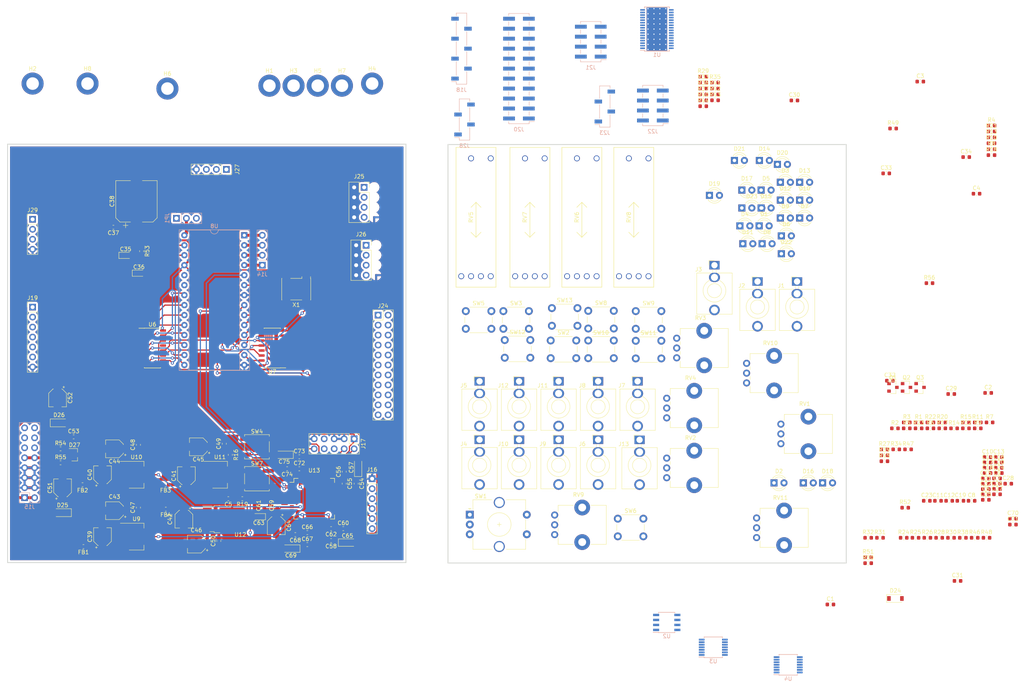
<source format=kicad_pcb>
(kicad_pcb (version 20171130) (host pcbnew "(5.0.1-3-g963ef8bb5)")
  (layers (0 F.Cu signal) (31 B.Cu signal) (34 B.Paste user) (35 F.Paste user) (36 B.SilkS user) (37 F.SilkS user) (38 B.Mask user) (39 F.Mask user) (44 Edge.Cuts user))
  (net 0 "")
  (net 1 GND)
  (net 2 +5V)
  (net 3 +3V3)
  (net 4 +3.3VA)
  (net 5 RESONANCE)
  (net 6 PWM)
  (net 7 FREQ_ATTEN)
  (net 8 CUTOFF)
  (net 9 ATTACK)
  (net 10 DECAY)
  (net 11 SUSTAIN)
  (net 12 +12V)
  (net 13 -12V)
  (net 14 RELEASE)
  (net 15 "Net-(C27-Pad2)")
  (net 16 "Net-(C28-Pad2)")
  (net 17 "Net-(C29-Pad2)")
  (net 18 SID1_OUT)
  (net 19 SID1_EXT)
  (net 20 "Net-(C30-Pad2)")
  (net 21 +9V)
  (net 22 -10V_REF)
  (net 23 RESET)
  (net 24 "Net-(R1-Pad2)")
  (net 25 "Net-(D18-Pad1)")
  (net 26 "Net-(D12-Pad1)")
  (net 27 "Net-(D6-Pad1)")
  (net 28 "Net-(D23-Pad1)")
  (net 29 "Net-(D16-Pad1)")
  (net 30 "Net-(D10-Pad1)")
  (net 31 "Net-(D4-Pad1)")
  (net 32 "Net-(D21-Pad1)")
  (net 33 "Net-(D15-Pad1)")
  (net 34 "Net-(D9-Pad1)")
  (net 35 "Net-(D3-Pad1)")
  (net 36 "Net-(D20-Pad1)")
  (net 37 "Net-(D14-Pad1)")
  (net 38 "Net-(D8-Pad1)")
  (net 39 "Net-(D2-Pad1)")
  (net 40 "Net-(D13-Pad1)")
  (net 41 "Net-(D7-Pad1)")
  (net 42 "Net-(D1-Pad1)")
  (net 43 "/SID Chip/D7")
  (net 44 SID_DATA)
  (net 45 SID_LATCH)
  (net 46 SID_CLK)
  (net 47 "Net-(U6-Pad9)")
  (net 48 "/SID Chip/D0")
  (net 49 "/SID Chip/D1")
  (net 50 "/SID Chip/D2")
  (net 51 "/SID Chip/D3")
  (net 52 "/SID Chip/D4")
  (net 53 "/SID Chip/D5")
  (net 54 "/SID Chip/D6")
  (net 55 "/SID Chip/A3")
  (net 56 "/SID Chip/A2")
  (net 57 "/SID Chip/A1")
  (net 58 "/SID Chip/A0")
  (net 59 "/SID Chip/A4")
  (net 60 "Net-(JP1-Pad2)")
  (net 61 SID_CS)
  (net 62 "Net-(U8-Pad6)")
  (net 63 SID_RES)
  (net 64 PROG)
  (net 65 SWCLK)
  (net 66 SWDIO)
  (net 67 RX)
  (net 68 TX)
  (net 69 GATE_3)
  (net 70 GATE_2)
  (net 71 GATE_1)
  (net 72 "Net-(Q1-Pad1)")
  (net 73 "Net-(Q2-Pad1)")
  (net 74 "Net-(Q3-Pad1)")
  (net 75 "Net-(R2-Pad1)")
  (net 76 "Net-(R3-Pad1)")
  (net 77 "Net-(R6-Pad1)")
  (net 78 "Net-(C14-Pad2)")
  (net 79 "Net-(C14-Pad1)")
  (net 80 "Net-(C27-Pad1)")
  (net 81 "Net-(C31-Pad2)")
  (net 82 "Net-(C32-Pad2)")
  (net 83 "Net-(C33-Pad2)")
  (net 84 "Net-(C34-Pad2)")
  (net 85 "Net-(C35-Pad2)")
  (net 86 "Net-(C36-Pad2)")
  (net 87 "Net-(C39-Pad1)")
  (net 88 "Net-(C40-Pad1)")
  (net 89 "Net-(C41-Pad1)")
  (net 90 "Net-(C42-Pad1)")
  (net 91 "Net-(D19-Pad1)")
  (net 92 "Net-(D23-Pad3)")
  (net 93 "Net-(D25-Pad2)")
  (net 94 "Net-(D26-Pad1)")
  (net 95 "Net-(J14-Pad1)")
  (net 96 "Net-(J14-Pad2)")
  (net 97 "Net-(J14-Pad3)")
  (net 98 "Net-(J14-Pad4)")
  (net 99 "Net-(R40-Pad1)")
  (net 100 "Net-(J3-PadT)")
  (net 101 "Net-(J1-PadT)")
  (net 102 "Net-(J2-PadT)")
  (net 103 "Net-(J4-PadT)")
  (net 104 "Net-(J6-PadT)")
  (net 105 "Net-(J5-PadT)")
  (net 106 "Net-(J7-PadT)")
  (net 107 "Net-(J8-PadT)")
  (net 108 "Net-(J13-PadT)")
  (net 109 "Net-(J10-PadTN)")
  (net 110 "Net-(J10-PadT)")
  (net 111 "Net-(J11-PadT)")
  (net 112 "Net-(J12-PadT)")
  (net 113 SET_ATTEN)
  (net 114 PWM_ATTEN)
  (net 115 5V_IO)
  (net 116 3.3_IO)
  (net 117 3.3A_IO)
  (net 118 12V_IO)
  (net 119 -12V_IO)
  (net 120 -10V_REF_IO)
  (net 121 FREQ_A_IO)
  (net 122 FREQ_B_IO)
  (net 123 FREQ_SW_IO)
  (net 124 SHAPE_CV_IO)
  (net 125 CUTOFF_CV_IO)
  (net 126 SET_CV_IO)
  (net 127 IN1_CV_IO)
  (net 128 IN2_CV_IO)
  (net 129 IN3_CV_IO)
  (net 130 PWM_CV_IO)
  (net 131 MOD_SW_IO)
  (net 132 FILTER1_SW_IO)
  (net 133 VOICE_SW_IO)
  (net 134 FILTER2_SW_IO)
  (net 135 MODE_SW_IO)
  (net 136 FILTER3_SW_IO)
  (net 137 SET_SW_IO)
  (net 138 FILTER_SW_IO)
  (net 139 FILTEREXT_SW_IO)
  (net 140 SHAPE_SW_IO)
  (net 141 GATE_3_IO)
  (net 142 GATE_2_IO)
  (net 143 GATE_1_IO)
  (net 144 LED_LATCH_IO)
  (net 145 LED_CLK_IO)
  (net 146 LED_DATA_IO)
  (net 147 FREQ_A)
  (net 148 FREQ_B)
  (net 149 FREQ_SW)
  (net 150 FILTER_SW)
  (net 151 LED_LATCH)
  (net 152 FILTEREXT_SW)
  (net 153 LED_CLK)
  (net 154 FILTER3_SW)
  (net 155 LED_DATA)
  (net 156 FILTER2_SW)
  (net 157 FILTER1_SW)
  (net 158 MODE_SW)
  (net 159 VOICE_SW)
  (net 160 MOD_SW)
  (net 161 SET_SW)
  (net 162 SHAPE_SW)
  (net 163 CUTOFF_CV)
  (net 164 SHAPE_CV)
  (net 165 IN3_CV)
  (net 166 PWM_CV)
  (net 167 IN2_CV)
  (net 168 SET_CV)
  (net 169 IN1_CV)
  (net 170 RESONANCE_IO)
  (net 171 PWM_IO)
  (net 172 FREQ_ATTEN_IO)
  (net 173 CUTOFF_IO)
  (net 174 ATTACK_IO)
  (net 175 SUSTAIN_IO)
  (net 176 DECAY_IO)
  (net 177 RELEASE_IO)
  (net 178 SET_ATTEN_IO)
  (net 179 PWM_ATTEN_IO)
  (net 180 SID1_EXT_IO)
  (net 181 SID2_OUT_IO)
  (net 182 SID1_OUT_IO)
  (net 183 "Net-(RV5-PadE)")
  (net 184 "Net-(RV6-PadE)")
  (net 185 "Net-(RV7-PadE)")
  (net 186 "Net-(RV8-PadE)")
  (module Potentiometer_THT:Potentiometer_Bourns_PTL20_Single_Slide (layer F.Cu) (at 160.326 55.116 90)
    (fp_text reference RV5 (at 0 -1.27 90) (layer F.SilkS))
    (fp_text value ATTACK)
    (pad 3 thru_hole circle (at 15 -1.25 90) (size 1.5 1.5) (drill 1.1) (layers *.Cu *.Mask) (net 1 GND))
    (pad 1 thru_hole circle (at -15 -1.25 90) (size 1.5 1.5) (drill 1.1) (layers *.Cu *.Mask) (net 117 3.3A_IO))
    (pad 2 thru_hole circle (at -15 -3.75 90) (size 1.5 1.5) (drill 1.1) (layers *.Cu *.Mask) (net 174 ATTACK_IO))
    (pad L thru_hole circle (at -15 1.25 90) (size 1.5 1.5) (drill 1.1) (layers *.Cu *.Mask))
    (pad E thru_hole circle (at -15 3.75 90) (size 1.5 1.5) (drill 1.1) (layers *.Cu *.Mask) (net 183 "Net-(RV5-PadE)"))
    (pad B thru_hole circle (at 15 3.75 90) (size 1.5 1.5) (drill 1.1) (layers *.Cu *.Mask) (net 116 3.3_IO))
  )
  (module Potentiometer_THT:Potentiometer_Bourns_PTL20_Single_Slide (layer F.Cu) (at 187.25 55.116 90)
    (fp_text reference RV6 (at 0 -1.27 90) (layer F.SilkS))
    (fp_text value DECAY)
    (pad 3 thru_hole circle (at 15 -1.25 90) (size 1.5 1.5) (drill 1.1) (layers *.Cu *.Mask) (net 1 GND))
    (pad 1 thru_hole circle (at -15 -1.25 90) (size 1.5 1.5) (drill 1.1) (layers *.Cu *.Mask) (net 117 3.3A_IO))
    (pad 2 thru_hole circle (at -15 -3.75 90) (size 1.5 1.5) (drill 1.1) (layers *.Cu *.Mask) (net 176 DECAY_IO))
    (pad L thru_hole circle (at -15 1.25 90) (size 1.5 1.5) (drill 1.1) (layers *.Cu *.Mask))
    (pad E thru_hole circle (at -15 3.75 90) (size 1.5 1.5) (drill 1.1) (layers *.Cu *.Mask) (net 184 "Net-(RV6-PadE)"))
    (pad B thru_hole circle (at 15 3.75 90) (size 1.5 1.5) (drill 1.1) (layers *.Cu *.Mask) (net 116 3.3_IO))
  )
  (module Potentiometer_THT:Potentiometer_Bourns_PTL20_Single_Slide (layer F.Cu) (at 174.042 55.116 90)
    (fp_text reference RV7 (at 0 -1.27 90) (layer F.SilkS))
    (fp_text value SUSTAIN)
    (pad 3 thru_hole circle (at 15 -1.25 90) (size 1.5 1.5) (drill 1.1) (layers *.Cu *.Mask) (net 1 GND))
    (pad 1 thru_hole circle (at -15 -1.25 90) (size 1.5 1.5) (drill 1.1) (layers *.Cu *.Mask) (net 117 3.3A_IO))
    (pad 2 thru_hole circle (at -15 -3.75 90) (size 1.5 1.5) (drill 1.1) (layers *.Cu *.Mask) (net 175 SUSTAIN_IO))
    (pad L thru_hole circle (at -15 1.25 90) (size 1.5 1.5) (drill 1.1) (layers *.Cu *.Mask))
    (pad E thru_hole circle (at -15 3.75 90) (size 1.5 1.5) (drill 1.1) (layers *.Cu *.Mask) (net 185 "Net-(RV7-PadE)"))
    (pad B thru_hole circle (at 15 3.75 90) (size 1.5 1.5) (drill 1.1) (layers *.Cu *.Mask) (net 116 3.3_IO))
  )
  (module Potentiometer_THT:Potentiometer_Bourns_PTL20_Single_Slide (layer F.Cu) (at 200.458 55.116 90)
    (fp_text reference RV8 (at 0 -1.27 90) (layer F.SilkS))
    (fp_text value RELEASE)
    (pad 3 thru_hole circle (at 15 -1.25 90) (size 1.5 1.5) (drill 1.1) (layers *.Cu *.Mask) (net 1 GND))
    (pad 1 thru_hole circle (at -15 -1.25 90) (size 1.5 1.5) (drill 1.1) (layers *.Cu *.Mask) (net 117 3.3A_IO))
    (pad 2 thru_hole circle (at -15 -3.75 90) (size 1.5 1.5) (drill 1.1) (layers *.Cu *.Mask) (net 177 RELEASE_IO))
    (pad L thru_hole circle (at -15 1.25 90) (size 1.5 1.5) (drill 1.1) (layers *.Cu *.Mask))
    (pad E thru_hole circle (at -15 3.75 90) (size 1.5 1.5) (drill 1.1) (layers *.Cu *.Mask) (net 186 "Net-(RV8-PadE)"))
    (pad B thru_hole circle (at 15 3.75 90) (size 1.5 1.5) (drill 1.1) (layers *.Cu *.Mask) (net 116 3.3_IO))
  )
  (module Resistor_SMD:R_0603_1608Metric (layer F.Cu) (at 54.662 117.6)
    (fp_text reference R55 (at 0 -1.43) (layer F.SilkS))
    (fp_text value 1k)
    (pad 2 smd roundrect (at 0.7875 0) (size 0.875 0.95) (layers F.Cu F.Paste F.Mask) (net 22 -10V_REF))
    (pad 1 smd roundrect (at -0.7875 0) (size 0.875 0.95) (layers F.Cu F.Paste F.Mask) (net 13 -12V))
  )
  (module Connector_Audio:Jack_3.5mm_QingPu_WQP-PJ398SM_Vertical_CircularHoles (layer F.Cu) (at 241.985001 71.455001)
    (fp_text reference J1 (at -4.03 1.08 180) (layer F.SilkS))
    (fp_text value GATE_2)
    (pad TN thru_hole oval (at 0 3.1 180) (size 2.8 2.35) (drill 1.8) (layers *.Cu *.Mask) (net 1 GND))
    (pad S thru_hole rect (at 0 0 180) (size 2.6 2.15) (drill 1.6) (layers *.Cu *.Mask) (net 1 GND))
    (pad T thru_hole circle (at 0 11.4 180) (size 2.7 2.7) (drill 1.8) (layers *.Cu *.Mask) (net 101 "Net-(J1-PadT)"))
  )
  (module Connector_Audio:Jack_3.5mm_QingPu_WQP-PJ398SM_Vertical_CircularHoles (layer F.Cu) (at 231.935001 71.455001)
    (fp_text reference J2 (at -4.03 1.08 180) (layer F.SilkS))
    (fp_text value GATE_3)
    (pad TN thru_hole oval (at 0 3.1 180) (size 2.8 2.35) (drill 1.8) (layers *.Cu *.Mask) (net 1 GND))
    (pad S thru_hole rect (at 0 0 180) (size 2.6 2.15) (drill 1.6) (layers *.Cu *.Mask) (net 1 GND))
    (pad T thru_hole circle (at 0 11.4 180) (size 2.7 2.7) (drill 1.8) (layers *.Cu *.Mask) (net 102 "Net-(J2-PadT)"))
  )
  (module Connector_Audio:Jack_3.5mm_QingPu_WQP-PJ398SM_Vertical_CircularHoles (layer F.Cu) (at 220.98 67.31)
    (fp_text reference J3 (at -4.03 1.08 180) (layer F.SilkS))
    (fp_text value GATE_1)
    (pad TN thru_hole oval (at 0 3.1 180) (size 2.8 2.35) (drill 1.8) (layers *.Cu *.Mask) (net 1 GND))
    (pad S thru_hole rect (at 0 0 180) (size 2.6 2.15) (drill 1.6) (layers *.Cu *.Mask) (net 1 GND))
    (pad T thru_hole circle (at 0 11.4 180) (size 2.7 2.7) (drill 1.8) (layers *.Cu *.Mask) (net 100 "Net-(J3-PadT)"))
  )
  (module Connector_Audio:Jack_3.5mm_QingPu_WQP-PJ398SM_Vertical_CircularHoles (layer F.Cu) (at 161.235001 111.735001)
    (fp_text reference J4 (at -4.03 1.08 180) (layer F.SilkS))
    (fp_text value OUT2_CON)
    (pad TN thru_hole oval (at 0 3.1 180) (size 2.8 2.35) (drill 1.8) (layers *.Cu *.Mask))
    (pad S thru_hole rect (at 0 0 180) (size 2.6 2.15) (drill 1.6) (layers *.Cu *.Mask) (net 1 GND))
    (pad T thru_hole circle (at 0 11.4 180) (size 2.7 2.7) (drill 1.8) (layers *.Cu *.Mask) (net 103 "Net-(J4-PadT)"))
  )
  (module Connector_Audio:Jack_3.5mm_QingPu_WQP-PJ398SM_Vertical_CircularHoles (layer F.Cu) (at 161.235001 96.855001)
    (fp_text reference J5 (at -4.03 1.08 180) (layer F.SilkS))
    (fp_text value CUTOFF_CV)
    (pad TN thru_hole oval (at 0 3.1 180) (size 2.8 2.35) (drill 1.8) (layers *.Cu *.Mask) (net 1 GND))
    (pad S thru_hole rect (at 0 0 180) (size 2.6 2.15) (drill 1.6) (layers *.Cu *.Mask) (net 1 GND))
    (pad T thru_hole circle (at 0 11.4 180) (size 2.7 2.7) (drill 1.8) (layers *.Cu *.Mask) (net 105 "Net-(J5-PadT)"))
  )
  (module Connector_Audio:Jack_3.5mm_QingPu_WQP-PJ398SM_Vertical_CircularHoles (layer F.Cu) (at 191.385001 111.735001)
    (fp_text reference J6 (at -4.03 1.08 180) (layer F.SilkS))
    (fp_text value SHAPE_CV)
    (pad TN thru_hole oval (at 0 3.1 180) (size 2.8 2.35) (drill 1.8) (layers *.Cu *.Mask) (net 1 GND))
    (pad S thru_hole rect (at 0 0 180) (size 2.6 2.15) (drill 1.6) (layers *.Cu *.Mask) (net 1 GND))
    (pad T thru_hole circle (at 0 11.4 180) (size 2.7 2.7) (drill 1.8) (layers *.Cu *.Mask) (net 104 "Net-(J6-PadT)"))
  )
  (module Connector_Audio:Jack_3.5mm_QingPu_WQP-PJ398SM_Vertical_CircularHoles (layer F.Cu) (at 201.435001 96.855001)
    (fp_text reference J7 (at -4.03 1.08 180) (layer F.SilkS))
    (fp_text value SET_CV)
    (pad TN thru_hole oval (at 0 3.1 180) (size 2.8 2.35) (drill 1.8) (layers *.Cu *.Mask) (net 1 GND))
    (pad S thru_hole rect (at 0 0 180) (size 2.6 2.15) (drill 1.6) (layers *.Cu *.Mask) (net 1 GND))
    (pad T thru_hole circle (at 0 11.4 180) (size 2.7 2.7) (drill 1.8) (layers *.Cu *.Mask) (net 106 "Net-(J7-PadT)"))
  )
  (module Connector_Audio:Jack_3.5mm_QingPu_WQP-PJ398SM_Vertical_CircularHoles (layer F.Cu) (at 191.385001 96.855001)
    (fp_text reference J8 (at -4.03 1.08 180) (layer F.SilkS))
    (fp_text value OUT1_CON)
    (pad TN thru_hole oval (at 0 3.1 180) (size 2.8 2.35) (drill 1.8) (layers *.Cu *.Mask))
    (pad S thru_hole rect (at 0 0 180) (size 2.6 2.15) (drill 1.6) (layers *.Cu *.Mask) (net 1 GND))
    (pad T thru_hole circle (at 0 11.4 180) (size 2.7 2.7) (drill 1.8) (layers *.Cu *.Mask) (net 107 "Net-(J8-PadT)"))
  )
  (module Connector_Audio:Jack_3.5mm_QingPu_WQP-PJ398SM_Vertical_CircularHoles (layer F.Cu) (at 181.335001 111.735001)
    (fp_text reference J9 (at -4.03 1.08 180) (layer F.SilkS))
    (fp_text value IN_1)
    (pad TN thru_hole oval (at 0 3.1 180) (size 2.8 2.35) (drill 1.8) (layers *.Cu *.Mask) (net 1 GND))
    (pad S thru_hole rect (at 0 0 180) (size 2.6 2.15) (drill 1.6) (layers *.Cu *.Mask) (net 1 GND))
    (pad T thru_hole circle (at 0 11.4 180) (size 2.7 2.7) (drill 1.8) (layers *.Cu *.Mask) (net 109 "Net-(J10-PadTN)"))
  )
  (module Connector_Audio:Jack_3.5mm_QingPu_WQP-PJ398SM_Vertical_CircularHoles (layer F.Cu) (at 171.285001 111.735001)
    (fp_text reference J10 (at -4.03 1.08 180) (layer F.SilkS))
    (fp_text value IN_2)
    (pad TN thru_hole oval (at 0 3.1 180) (size 2.8 2.35) (drill 1.8) (layers *.Cu *.Mask) (net 109 "Net-(J10-PadTN)"))
    (pad S thru_hole rect (at 0 0 180) (size 2.6 2.15) (drill 1.6) (layers *.Cu *.Mask) (net 1 GND))
    (pad T thru_hole circle (at 0 11.4 180) (size 2.7 2.7) (drill 1.8) (layers *.Cu *.Mask) (net 110 "Net-(J10-PadT)"))
  )
  (module Connector_Audio:Jack_3.5mm_QingPu_WQP-PJ398SM_Vertical_CircularHoles (layer F.Cu) (at 181.335001 96.855001)
    (fp_text reference J11 (at -4.03 1.08 180) (layer F.SilkS))
    (fp_text value IN_3)
    (pad TN thru_hole oval (at 0 3.1 180) (size 2.8 2.35) (drill 1.8) (layers *.Cu *.Mask) (net 110 "Net-(J10-PadT)"))
    (pad S thru_hole rect (at 0 0 180) (size 2.6 2.15) (drill 1.6) (layers *.Cu *.Mask) (net 1 GND))
    (pad T thru_hole circle (at 0 11.4 180) (size 2.7 2.7) (drill 1.8) (layers *.Cu *.Mask) (net 111 "Net-(J11-PadT)"))
  )
  (module Connector_Audio:Jack_3.5mm_QingPu_WQP-PJ398SM_Vertical_CircularHoles (layer F.Cu) (at 171.285001 96.855001)
    (fp_text reference J12 (at -4.03 1.08 180) (layer F.SilkS))
    (fp_text value PWM_CV)
    (pad TN thru_hole oval (at 0 3.1 180) (size 2.8 2.35) (drill 1.8) (layers *.Cu *.Mask) (net 1 GND))
    (pad S thru_hole rect (at 0 0 180) (size 2.6 2.15) (drill 1.6) (layers *.Cu *.Mask) (net 1 GND))
    (pad T thru_hole circle (at 0 11.4 180) (size 2.7 2.7) (drill 1.8) (layers *.Cu *.Mask) (net 112 "Net-(J12-PadT)"))
  )
  (module Connector_Audio:Jack_3.5mm_QingPu_WQP-PJ398SM_Vertical_CircularHoles (layer F.Cu) (at 201.93 111.76)
    (fp_text reference J13 (at -4.03 1.08 180) (layer F.SilkS))
    (fp_text value EXT_CON)
    (pad TN thru_hole oval (at 0 3.1 180) (size 2.8 2.35) (drill 1.8) (layers *.Cu *.Mask) (net 1 GND))
    (pad S thru_hole rect (at 0 0 180) (size 2.6 2.15) (drill 1.6) (layers *.Cu *.Mask) (net 1 GND))
    (pad T thru_hole circle (at 0 11.4 180) (size 2.7 2.7) (drill 1.8) (layers *.Cu *.Mask) (net 108 "Net-(J13-PadT)"))
  )
  (module Package_TO_SOT_SMD:SOT-23 (layer F.Cu) (at 266.378001 98.407001)
    (fp_text reference Q1 (at 0 -2.5) (layer F.SilkS))
    (fp_text value MMBT3904)
    (pad 3 smd rect (at 1 0) (size 0.9 0.8) (layers F.Cu F.Paste F.Mask) (net 143 GATE_1_IO))
    (pad 2 smd rect (at -1 0.95) (size 0.9 0.8) (layers F.Cu F.Paste F.Mask) (net 1 GND))
    (pad 1 smd rect (at -1 -0.95) (size 0.9 0.8) (layers F.Cu F.Paste F.Mask) (net 72 "Net-(Q1-Pad1)"))
  )
  (module Package_TO_SOT_SMD:SOT-23 (layer F.Cu) (at 269.828001 98.407001)
    (fp_text reference Q2 (at 0 -2.5) (layer F.SilkS))
    (fp_text value MMBT3904)
    (pad 3 smd rect (at 1 0) (size 0.9 0.8) (layers F.Cu F.Paste F.Mask) (net 142 GATE_2_IO))
    (pad 2 smd rect (at -1 0.95) (size 0.9 0.8) (layers F.Cu F.Paste F.Mask) (net 1 GND))
    (pad 1 smd rect (at -1 -0.95) (size 0.9 0.8) (layers F.Cu F.Paste F.Mask) (net 73 "Net-(Q2-Pad1)"))
  )
  (module Package_TO_SOT_SMD:SOT-23 (layer F.Cu) (at 273.278001 98.407001)
    (fp_text reference Q3 (at 0 -2.5) (layer F.SilkS))
    (fp_text value MMBT3904)
    (pad 3 smd rect (at 1 0) (size 0.9 0.8) (layers F.Cu F.Paste F.Mask) (net 141 GATE_3_IO))
    (pad 2 smd rect (at -1 0.95) (size 0.9 0.8) (layers F.Cu F.Paste F.Mask) (net 1 GND))
    (pad 1 smd rect (at -1 -0.95) (size 0.9 0.8) (layers F.Cu F.Paste F.Mask) (net 74 "Net-(Q3-Pad1)"))
  )
  (module Capacitor_SMD:C_0603_1608Metric (layer F.Cu) (at 250.4705 153.668)
    (fp_text reference C1 (at 0 -1.43) (layer F.SilkS))
    (fp_text value "10 nF")
    (pad 2 smd roundrect (at 0.7875 0) (size 0.875 0.95) (layers F.Cu F.Paste F.Mask) (net 1 GND))
    (pad 1 smd roundrect (at -0.7875 0) (size 0.875 0.95) (layers F.Cu F.Paste F.Mask) (net 121 FREQ_A_IO))
  )
  (module Capacitor_SMD:C_0603_1608Metric (layer F.Cu) (at 290.6025 99.82)
    (fp_text reference C2 (at 0 -1.43) (layer F.SilkS))
    (fp_text value "10 nF")
    (pad 2 smd roundrect (at 0.7875 0) (size 0.875 0.95) (layers F.Cu F.Paste F.Mask) (net 122 FREQ_B_IO))
    (pad 1 smd roundrect (at -0.7875 0) (size 0.875 0.95) (layers F.Cu F.Paste F.Mask) (net 1 GND))
  )
  (module Capacitor_SMD:C_0603_1608Metric (layer F.Cu) (at 273.3305 20.572)
    (fp_text reference C3 (at 0 -1.43) (layer F.SilkS))
    (fp_text value "0.1 uF")
    (pad 2 smd roundrect (at 0.7875 0) (size 0.875 0.95) (layers F.Cu F.Paste F.Mask) (net 1 GND))
    (pad 1 smd roundrect (at -0.7875 0) (size 0.875 0.95) (layers F.Cu F.Paste F.Mask) (net 115 5V_IO))
  )
  (module Capacitor_SMD:C_0603_1608Metric (layer F.Cu) (at 287.635001 49.109001)
    (fp_text reference C4 (at 0 -1.43) (layer F.SilkS))
    (fp_text value "10 nF")
    (pad 2 smd roundrect (at 0.7875 0) (size 0.875 0.95) (layers F.Cu F.Paste F.Mask) (net 116 3.3_IO))
    (pad 1 smd roundrect (at -0.7875 0) (size 0.875 0.95) (layers F.Cu F.Paste F.Mask) (net 123 FREQ_SW_IO))
  )
  (module Capacitor_SMD:C_0603_1608Metric (layer F.Cu) (at 97.334 126.744 180)
    (fp_text reference C5 (at 0 -1.43 180) (layer F.SilkS))
    (fp_text value "0.1 uF")
    (pad 2 smd roundrect (at 0.7875 0 180) (size 0.875 0.95) (layers F.Cu F.Paste F.Mask) (net 1 GND))
    (pad 1 smd roundrect (at -0.7875 0 180) (size 0.875 0.95) (layers F.Cu F.Paste F.Mask) (net 23 RESET))
  )
  (module Capacitor_SMD:C_0603_1608Metric (layer F.Cu) (at 290.003001 125.673001)
    (fp_text reference C6 (at 0 -1.43) (layer F.SilkS))
    (fp_text value "100 nF")
    (pad 2 smd roundrect (at 0.7875 0) (size 0.875 0.95) (layers F.Cu F.Paste F.Mask) (net 1 GND))
    (pad 1 smd roundrect (at -0.7875 0) (size 0.875 0.95) (layers F.Cu F.Paste F.Mask) (net 170 RESONANCE_IO))
  )
  (module Capacitor_SMD:C_0603_1608Metric (layer F.Cu) (at 292.853001 122.923001)
    (fp_text reference C7 (at 0 -1.43) (layer F.SilkS))
    (fp_text value "100 nF")
    (pad 2 smd roundrect (at 0.7875 0) (size 0.875 0.95) (layers F.Cu F.Paste F.Mask) (net 1 GND))
    (pad 1 smd roundrect (at -0.7875 0) (size 0.875 0.95) (layers F.Cu F.Paste F.Mask) (net 171 PWM_IO))
  )
  (module Capacitor_SMD:C_0603_1608Metric (layer F.Cu) (at 286.383001 127.273001)
    (fp_text reference C8 (at 0 -1.43) (layer F.SilkS))
    (fp_text value "100 nF")
    (pad 2 smd roundrect (at 0.7875 0) (size 0.875 0.95) (layers F.Cu F.Paste F.Mask) (net 1 GND))
    (pad 1 smd roundrect (at -0.7875 0) (size 0.875 0.95) (layers F.Cu F.Paste F.Mask) (net 172 FREQ_ATTEN_IO))
  )
  (module Capacitor_SMD:C_0603_1608Metric (layer F.Cu) (at 292.853001 121.573001)
    (fp_text reference C9 (at 0 -1.43) (layer F.SilkS))
    (fp_text value "100 nF")
    (pad 2 smd roundrect (at 0.7875 0) (size 0.875 0.95) (layers F.Cu F.Paste F.Mask) (net 1 GND))
    (pad 1 smd roundrect (at -0.7875 0) (size 0.875 0.95) (layers F.Cu F.Paste F.Mask) (net 173 CUTOFF_IO))
  )
  (module Capacitor_SMD:C_0603_1608Metric (layer F.Cu) (at 290.443001 116.173001)
    (fp_text reference C10 (at 0 -1.43) (layer F.SilkS))
    (fp_text value "100 nF")
    (pad 2 smd roundrect (at 0.7875 0) (size 0.875 0.95) (layers F.Cu F.Paste F.Mask) (net 1 GND))
    (pad 1 smd roundrect (at -0.7875 0) (size 0.875 0.95) (layers F.Cu F.Paste F.Mask) (net 117 3.3A_IO))
  )
  (module Capacitor_SMD:C_0603_1608Metric (layer F.Cu) (at 277.833001 127.273001)
    (fp_text reference C11 (at 0 -1.43) (layer F.SilkS))
    (fp_text value "100 nF")
    (pad 2 smd roundrect (at 0.7875 0) (size 0.875 0.95) (layers F.Cu F.Paste F.Mask) (net 1 GND))
    (pad 1 smd roundrect (at -0.7875 0) (size 0.875 0.95) (layers F.Cu F.Paste F.Mask) (net 1 GND))
  )
  (module Capacitor_SMD:C_0603_1608Metric (layer F.Cu) (at 280.683001 127.273001)
    (fp_text reference C12 (at 0 -1.43) (layer F.SilkS))
    (fp_text value "100 nF")
    (pad 2 smd roundrect (at 0.7875 0) (size 0.875 0.95) (layers F.Cu F.Paste F.Mask) (net 1 GND))
    (pad 1 smd roundrect (at -0.7875 0) (size 0.875 0.95) (layers F.Cu F.Paste F.Mask) (net 117 3.3A_IO))
  )
  (module Capacitor_SMD:C_0603_1608Metric (layer F.Cu) (at 293.293001 116.173001)
    (fp_text reference C13 (at 0 -1.43) (layer F.SilkS))
    (fp_text value "100 nF")
    (pad 2 smd roundrect (at 0.7875 0) (size 0.875 0.95) (layers F.Cu F.Paste F.Mask) (net 1 GND))
    (pad 1 smd roundrect (at -0.7875 0) (size 0.875 0.95) (layers F.Cu F.Paste F.Mask) (net 1 GND))
  )
  (module Capacitor_SMD:C_0603_1608Metric (layer F.Cu) (at 290.443001 117.523001)
    (fp_text reference C14 (at 0 -1.43) (layer F.SilkS))
    (fp_text value "18 pF")
    (pad 2 smd roundrect (at 0.7875 0) (size 0.875 0.95) (layers F.Cu F.Paste F.Mask) (net 78 "Net-(C14-Pad2)"))
    (pad 1 smd roundrect (at -0.7875 0) (size 0.875 0.95) (layers F.Cu F.Paste F.Mask) (net 79 "Net-(C14-Pad1)"))
  )
  (module Capacitor_SMD:C_0603_1608Metric (layer F.Cu) (at 290.003001 121.623001)
    (fp_text reference C15 (at 0 -1.43) (layer F.SilkS))
    (fp_text value "100 nF")
    (pad 2 smd roundrect (at 0.7875 0) (size 0.875 0.95) (layers F.Cu F.Paste F.Mask) (net 1 GND))
    (pad 1 smd roundrect (at -0.7875 0) (size 0.875 0.95) (layers F.Cu F.Paste F.Mask) (net 174 ATTACK_IO))
  )
  (module Capacitor_SMD:C_0603_1608Metric (layer F.Cu) (at 293.293001 117.523001)
    (fp_text reference C16 (at 0 -1.43) (layer F.SilkS))
    (fp_text value "100 nF")
    (pad 2 smd roundrect (at 0.7875 0) (size 0.875 0.95) (layers F.Cu F.Paste F.Mask) (net 1 GND))
    (pad 1 smd roundrect (at -0.7875 0) (size 0.875 0.95) (layers F.Cu F.Paste F.Mask) (net 175 SUSTAIN_IO))
  )
  (module Capacitor_SMD:C_0603_1608Metric (layer F.Cu) (at 290.443001 118.873001)
    (fp_text reference C17 (at 0 -1.43) (layer F.SilkS))
    (fp_text value "100 nF")
    (pad 2 smd roundrect (at 0.7875 0) (size 0.875 0.95) (layers F.Cu F.Paste F.Mask) (net 1 GND))
    (pad 1 smd roundrect (at -0.7875 0) (size 0.875 0.95) (layers F.Cu F.Paste F.Mask) (net 176 DECAY_IO))
  )
  (module Capacitor_SMD:C_0603_1608Metric (layer F.Cu) (at 290.443001 120.223001)
    (fp_text reference C18 (at 0 -1.43) (layer F.SilkS))
    (fp_text value "100 nF")
    (pad 2 smd roundrect (at 0.7875 0) (size 0.875 0.95) (layers F.Cu F.Paste F.Mask) (net 1 GND))
    (pad 1 smd roundrect (at -0.7875 0) (size 0.875 0.95) (layers F.Cu F.Paste F.Mask) (net 117 3.3A_IO))
  )
  (module Capacitor_SMD:C_0603_1608Metric (layer F.Cu) (at 283.533001 127.273001)
    (fp_text reference C19 (at 0 -1.43) (layer F.SilkS))
    (fp_text value "100 nF")
    (pad 2 smd roundrect (at 0.7875 0) (size 0.875 0.95) (layers F.Cu F.Paste F.Mask) (net 1 GND))
    (pad 1 smd roundrect (at -0.7875 0) (size 0.875 0.95) (layers F.Cu F.Paste F.Mask) (net 1 GND))
  )
  (module Capacitor_SMD:C_0603_1608Metric (layer F.Cu) (at 293.293001 118.873001)
    (fp_text reference C20 (at 0 -1.43) (layer F.SilkS))
    (fp_text value "100 nF")
    (pad 2 smd roundrect (at 0.7875 0) (size 0.875 0.95) (layers F.Cu F.Paste F.Mask) (net 1 GND))
    (pad 1 smd roundrect (at -0.7875 0) (size 0.875 0.95) (layers F.Cu F.Paste F.Mask) (net 177 RELEASE_IO))
  )
  (module Capacitor_SMD:C_0603_1608Metric (layer F.Cu) (at 290.003001 122.973001)
    (fp_text reference C21 (at 0 -1.43) (layer F.SilkS))
    (fp_text value "100 nF")
    (pad 2 smd roundrect (at 0.7875 0) (size 0.875 0.95) (layers F.Cu F.Paste F.Mask) (net 1 GND))
    (pad 1 smd roundrect (at -0.7875 0) (size 0.875 0.95) (layers F.Cu F.Paste F.Mask) (net 117 3.3A_IO))
  )
  (module Capacitor_SMD:C_0603_1608Metric (layer F.Cu) (at 290.003001 124.323001)
    (fp_text reference C22 (at 0 -1.43) (layer F.SilkS))
    (fp_text value "100 nF")
    (pad 2 smd roundrect (at 0.7875 0) (size 0.875 0.95) (layers F.Cu F.Paste F.Mask) (net 1 GND))
    (pad 1 smd roundrect (at -0.7875 0) (size 0.875 0.95) (layers F.Cu F.Paste F.Mask) (net 1 GND))
  )
  (module Capacitor_SMD:C_0603_1608Metric (layer F.Cu) (at 274.983001 127.273001)
    (fp_text reference C23 (at 0 -1.43) (layer F.SilkS))
    (fp_text value "100 nF")
    (pad 2 smd roundrect (at 0.7875 0) (size 0.875 0.95) (layers F.Cu F.Paste F.Mask) (net 1 GND))
    (pad 1 smd roundrect (at -0.7875 0) (size 0.875 0.95) (layers F.Cu F.Paste F.Mask) (net 118 12V_IO))
  )
  (module Capacitor_SMD:C_0603_1608Metric (layer F.Cu) (at 293.293001 120.223001)
    (fp_text reference C24 (at 0 -1.43) (layer F.SilkS))
    (fp_text value "100 nF")
    (pad 2 smd roundrect (at 0.7875 0) (size 0.875 0.95) (layers F.Cu F.Paste F.Mask) (net 119 -12V_IO))
    (pad 1 smd roundrect (at -0.7875 0) (size 0.875 0.95) (layers F.Cu F.Paste F.Mask) (net 1 GND))
  )
  (module Capacitor_SMD:C_0603_1608Metric (layer F.Cu) (at 290.003001 127.023001)
    (fp_text reference C25 (at 0 -1.43) (layer F.SilkS))
    (fp_text value "100 nF")
    (pad 2 smd roundrect (at 0.7875 0) (size 0.875 0.95) (layers F.Cu F.Paste F.Mask) (net 1 GND))
    (pad 1 smd roundrect (at -0.7875 0) (size 0.875 0.95) (layers F.Cu F.Paste F.Mask) (net 118 12V_IO))
  )
  (module Capacitor_SMD:C_0603_1608Metric (layer F.Cu) (at 292.853001 124.273001)
    (fp_text reference C26 (at 0 -1.43) (layer F.SilkS))
    (fp_text value "100 nF")
    (pad 2 smd roundrect (at 0.7875 0) (size 0.875 0.95) (layers F.Cu F.Paste F.Mask) (net 119 -12V_IO))
    (pad 1 smd roundrect (at -0.7875 0) (size 0.875 0.95) (layers F.Cu F.Paste F.Mask) (net 1 GND))
  )
  (module Capacitor_SMD:C_0603_1608Metric (layer F.Cu) (at 292.853001 125.623001)
    (fp_text reference C27 (at 0 -1.43) (layer F.SilkS))
    (fp_text value "18 pF")
    (pad 2 smd roundrect (at 0.7875 0) (size 0.875 0.95) (layers F.Cu F.Paste F.Mask) (net 15 "Net-(C27-Pad2)"))
    (pad 1 smd roundrect (at -0.7875 0) (size 0.875 0.95) (layers F.Cu F.Paste F.Mask) (net 80 "Net-(C27-Pad1)"))
  )
  (module Capacitor_SMD:C_0603_1608Metric (layer F.Cu) (at 295.703001 122.923001)
    (fp_text reference C28 (at 0 -1.43) (layer F.SilkS))
    (fp_text value "3.3 nF")
    (pad 2 smd roundrect (at 0.7875 0) (size 0.875 0.95) (layers F.Cu F.Paste F.Mask) (net 16 "Net-(C28-Pad2)"))
    (pad 1 smd roundrect (at -0.7875 0) (size 0.875 0.95) (layers F.Cu F.Paste F.Mask) (net 124 SHAPE_CV_IO))
  )
  (module Capacitor_SMD:C_0603_1608Metric (layer F.Cu) (at 282.807001 147.665001)
    (fp_text reference C31 (at 0 -1.43) (layer F.SilkS))
    (fp_text value "2.2 nF")
    (pad 2 smd roundrect (at 0.7875 0) (size 0.875 0.95) (layers F.Cu F.Paste F.Mask) (net 81 "Net-(C31-Pad2)"))
    (pad 1 smd roundrect (at -0.7875 0) (size 0.875 0.95) (layers F.Cu F.Paste F.Mask) (net 127 IN1_CV_IO))
  )
  (module Capacitor_SMD:C_0603_1608Metric (layer F.Cu) (at 74.474 113.028 90)
    (fp_text reference C48 (at 0 -1.43 90) (layer F.SilkS))
    (fp_text value "100 nF")
    (pad 2 smd roundrect (at 0.7875 0 90) (size 0.875 0.95) (layers F.Cu F.Paste F.Mask) (net 1 GND))
    (pad 1 smd roundrect (at -0.7875 0 90) (size 0.875 0.95) (layers F.Cu F.Paste F.Mask) (net 4 +3.3VA))
  )
  (module Capacitor_SMD:C_0603_1608Metric (layer F.Cu) (at 96.318 112.7485 90)
    (fp_text reference C49 (at 0 -1.43 90) (layer F.SilkS))
    (fp_text value "100 nF")
    (pad 2 smd roundrect (at 0.7875 0 90) (size 0.875 0.95) (layers F.Cu F.Paste F.Mask) (net 1 GND))
    (pad 1 smd roundrect (at -0.7875 0 90) (size 0.875 0.95) (layers F.Cu F.Paste F.Mask) (net 2 +5V))
  )
  (module Capacitor_SMD:C_0603_1608Metric (layer F.Cu) (at 94.921 137.5135 90)
    (fp_text reference C50 (at 0 -1.43 90) (layer F.SilkS))
    (fp_text value "100 nF")
    (pad 2 smd roundrect (at 0.7875 0 90) (size 0.875 0.95) (layers F.Cu F.Paste F.Mask) (net 1 GND))
    (pad 1 smd roundrect (at -0.7875 0 90) (size 0.875 0.95) (layers F.Cu F.Paste F.Mask) (net 21 +9V))
  )
  (module Capacitor_SMD:C_0603_1608Metric (layer F.Cu) (at 57.9895 110.996)
    (fp_text reference C53 (at 0 -1.43) (layer F.SilkS))
    (fp_text value "100 nF")
    (pad 2 smd roundrect (at 0.7875 0) (size 0.875 0.95) (layers F.Cu F.Paste F.Mask) (net 1 GND))
    (pad 1 smd roundrect (at -0.7875 0) (size 0.875 0.95) (layers F.Cu F.Paste F.Mask) (net 22 -10V_REF))
  )
  (module Capacitor_SMD:C_0603_1608Metric (layer F.Cu) (at 129.846 122.9085 270)
    (fp_text reference C54 (at 0 -1.43 270) (layer F.SilkS))
    (fp_text value "100 nF")
    (pad 2 smd roundrect (at 0.7875 0 270) (size 0.875 0.95) (layers F.Cu F.Paste F.Mask) (net 1 GND))
    (pad 1 smd roundrect (at -0.7875 0 270) (size 0.875 0.95) (layers F.Cu F.Paste F.Mask) (net 3 +3V3))
  )
  (module Capacitor_SMD:C_0603_1608Metric (layer F.Cu) (at 126.798 122.9085 270)
    (fp_text reference C55 (at 0 -1.43 270) (layer F.SilkS))
    (fp_text value "100 nF")
    (pad 2 smd roundrect (at 0.7875 0 270) (size 0.875 0.95) (layers F.Cu F.Paste F.Mask) (net 1 GND))
    (pad 1 smd roundrect (at -0.7875 0 270) (size 0.875 0.95) (layers F.Cu F.Paste F.Mask) (net 3 +3V3))
  )
  (module Capacitor_SMD:C_0603_1608Metric (layer F.Cu) (at 126.798 119.8605 90)
    (fp_text reference C56 (at 0 -1.43 90) (layer F.SilkS))
    (fp_text value "100 nF")
    (pad 2 smd roundrect (at 0.7875 0 90) (size 0.875 0.95) (layers F.Cu F.Paste F.Mask) (net 1 GND))
    (pad 1 smd roundrect (at -0.7875 0 90) (size 0.875 0.95) (layers F.Cu F.Paste F.Mask) (net 3 +3V3))
  )
  (module Capacitor_SMD:C_0603_1608Metric (layer F.Cu) (at 106.478 128.4965 90)
    (fp_text reference C61 (at 0 -1.43 90) (layer F.SilkS))
    (fp_text value "100 nF")
    (pad 2 smd roundrect (at 0.7875 0 90) (size 0.875 0.95) (layers F.Cu F.Paste F.Mask) (net 1 GND))
    (pad 1 smd roundrect (at -0.7875 0 90) (size 0.875 0.95) (layers F.Cu F.Paste F.Mask) (net 4 +3.3VA))
  )
  (module Capacitor_SMD:C_0603_1608Metric (layer F.Cu) (at 123.4705 134.364 180)
    (fp_text reference C62 (at 0 -1.43 180) (layer F.SilkS))
    (fp_text value "100 nF")
    (pad 2 smd roundrect (at 0.7875 0 180) (size 0.875 0.95) (layers F.Cu F.Paste F.Mask) (net 1 GND))
    (pad 1 smd roundrect (at -0.7875 0 180) (size 0.875 0.95) (layers F.Cu F.Paste F.Mask) (net 3 +3V3))
  )
  (module Capacitor_SMD:CP_Elec_4x5.3 (layer F.Cu) (at 86.031 131.951 270)
    (fp_text reference C42 (at 0 3.54 270) (layer F.SilkS))
    (fp_text value "22 uF")
    (pad 2 smd rect (at 1.8 0 270) (size 2.6 1.6) (layers F.Cu F.Paste F.Mask) (net 1 GND))
    (pad 1 smd rect (at -1.8 0 270) (size 2.6 1.6) (layers F.Cu F.Paste F.Mask) (net 90 "Net-(C42-Pad1)"))
  )
  (module Capacitor_SMD:CP_Elec_4x5.3 (layer F.Cu) (at 68.378 129.792 180)
    (fp_text reference C43 (at 0 3.54 180) (layer F.SilkS))
    (fp_text value "22 uF")
    (pad 2 smd rect (at 1.8 0 180) (size 2.6 1.6) (layers F.Cu F.Paste F.Mask) (net 1 GND))
    (pad 1 smd rect (at -1.8 0 180) (size 2.6 1.6) (layers F.Cu F.Paste F.Mask) (net 3 +3V3))
  )
  (module Capacitor_SMD:CP_Elec_4x5.3 (layer F.Cu) (at 89.206 138.301 180)
    (fp_text reference C46 (at 0 3.54 180) (layer F.SilkS))
    (fp_text value "22 uF")
    (pad 2 smd rect (at 1.8 0 180) (size 2.6 1.6) (layers F.Cu F.Paste F.Mask) (net 1 GND))
    (pad 1 smd rect (at -1.8 0 180) (size 2.6 1.6) (layers F.Cu F.Paste F.Mask) (net 21 +9V))
  )
  (module Capacitor_SMD:C_0603_1608Metric (layer F.Cu) (at 117.4255 135.38)
    (fp_text reference C66 (at 0 -1.43) (layer F.SilkS))
    (fp_text value "100 nF")
    (pad 2 smd roundrect (at 0.7875 0) (size 0.875 0.95) (layers F.Cu F.Paste F.Mask) (net 1 GND))
    (pad 1 smd roundrect (at -0.7875 0) (size 0.875 0.95) (layers F.Cu F.Paste F.Mask) (net 3 +3V3))
  )
  (module Capacitor_SMD:C_0603_1608Metric (layer F.Cu) (at 117.4255 138.428)
    (fp_text reference C67 (at 0 -1.43) (layer F.SilkS))
    (fp_text value "100 nF")
    (pad 2 smd roundrect (at 0.7875 0) (size 0.875 0.95) (layers F.Cu F.Paste F.Mask) (net 1 GND))
    (pad 1 smd roundrect (at -0.7875 0) (size 0.875 0.95) (layers F.Cu F.Paste F.Mask) (net 3 +3V3))
  )
  (module Capacitor_SMD:C_0603_1608Metric (layer F.Cu) (at 114.3775 135.888 180)
    (fp_text reference C68 (at 0 -1.43 180) (layer F.SilkS))
    (fp_text value "100 nF")
    (pad 2 smd roundrect (at 0.7875 0 180) (size 0.875 0.95) (layers F.Cu F.Paste F.Mask) (net 1 GND))
    (pad 1 smd roundrect (at -0.7875 0 180) (size 0.875 0.95) (layers F.Cu F.Paste F.Mask) (net 3 +3V3))
  )
  (module Resistor_SMD:R_0603_1608Metric (layer F.Cu) (at 272.899001 107.329001)
    (fp_text reference R1 (at 0 -1.43) (layer F.SilkS))
    (fp_text value 1640)
    (pad 2 smd roundrect (at 0.7875 0) (size 0.875 0.95) (layers F.Cu F.Paste F.Mask) (net 24 "Net-(R1-Pad2)"))
    (pad 1 smd roundrect (at -0.7875 0) (size 0.875 0.95) (layers F.Cu F.Paste F.Mask) (net 1 GND))
  )
  (module Resistor_SMD:R_0603_1608Metric (layer F.Cu) (at 266.879001 108.839001)
    (fp_text reference R2 (at 0 -1.43) (layer F.SilkS))
    (fp_text value 10k)
    (pad 2 smd roundrect (at 0.7875 0) (size 0.875 0.95) (layers F.Cu F.Paste F.Mask) (net 121 FREQ_A_IO))
    (pad 1 smd roundrect (at -0.7875 0) (size 0.875 0.95) (layers F.Cu F.Paste F.Mask) (net 75 "Net-(R2-Pad1)"))
  )
  (module Resistor_SMD:R_0603_1608Metric (layer F.Cu) (at 269.889001 107.329001)
    (fp_text reference R3 (at 0 -1.43) (layer F.SilkS))
    (fp_text value 10k)
    (pad 2 smd roundrect (at 0.7875 0) (size 0.875 0.95) (layers F.Cu F.Paste F.Mask) (net 122 FREQ_B_IO))
    (pad 1 smd roundrect (at -0.7875 0) (size 0.875 0.95) (layers F.Cu F.Paste F.Mask) (net 76 "Net-(R3-Pad1)"))
  )
  (module Resistor_SMD:R_0603_1608Metric (layer F.Cu) (at 291.441001 31.743001)
    (fp_text reference R4 (at 0 -1.43) (layer F.SilkS))
    (fp_text value 10k)
    (pad 2 smd roundrect (at 0.7875 0) (size 0.875 0.95) (layers F.Cu F.Paste F.Mask) (net 116 3.3_IO))
    (pad 1 smd roundrect (at -0.7875 0) (size 0.875 0.95) (layers F.Cu F.Paste F.Mask) (net 75 "Net-(R2-Pad1)"))
  )
  (module Resistor_SMD:R_0603_1608Metric (layer F.Cu) (at 269.889001 108.839001)
    (fp_text reference R5 (at 0 -1.43) (layer F.SilkS))
    (fp_text value 10k)
    (pad 2 smd roundrect (at 0.7875 0) (size 0.875 0.95) (layers F.Cu F.Paste F.Mask) (net 76 "Net-(R3-Pad1)"))
    (pad 1 smd roundrect (at -0.7875 0) (size 0.875 0.95) (layers F.Cu F.Paste F.Mask) (net 116 3.3_IO))
  )
  (module Resistor_SMD:R_0603_1608Metric (layer F.Cu) (at 275.909001 108.839001)
    (fp_text reference R6 (at 0 -1.43) (layer F.SilkS))
    (fp_text value 10k)
    (pad 2 smd roundrect (at 0.7875 0) (size 0.875 0.95) (layers F.Cu F.Paste F.Mask) (net 1 GND))
    (pad 1 smd roundrect (at -0.7875 0) (size 0.875 0.95) (layers F.Cu F.Paste F.Mask) (net 77 "Net-(R6-Pad1)"))
  )
  (module Resistor_SMD:R_0603_1608Metric (layer F.Cu) (at 290.959001 107.329001)
    (fp_text reference R7 (at 0 -1.43) (layer F.SilkS))
    (fp_text value 10k)
    (pad 2 smd roundrect (at 0.7875 0) (size 0.875 0.95) (layers F.Cu F.Paste F.Mask) (net 123 FREQ_SW_IO))
    (pad 1 smd roundrect (at -0.7875 0) (size 0.875 0.95) (layers F.Cu F.Paste F.Mask) (net 77 "Net-(R6-Pad1)"))
  )
  (module Resistor_SMD:R_0603_1608Metric (layer F.Cu) (at 291.441001 37.783001)
    (fp_text reference R8 (at 0 -1.43) (layer F.SilkS))
    (fp_text value 100k)
    (pad 2 smd roundrect (at 0.7875 0) (size 0.875 0.95) (layers F.Cu F.Paste F.Mask) (net 100 "Net-(J3-PadT)"))
    (pad 1 smd roundrect (at -0.7875 0) (size 0.875 0.95) (layers F.Cu F.Paste F.Mask) (net 72 "Net-(Q1-Pad1)"))
  )
  (module Resistor_SMD:R_0603_1608Metric (layer F.Cu) (at 287.949001 108.839001)
    (fp_text reference R9 (at 0 -1.43) (layer F.SilkS))
    (fp_text value 100k)
    (pad 2 smd roundrect (at 0.7875 0) (size 0.875 0.95) (layers F.Cu F.Paste F.Mask) (net 101 "Net-(J1-PadT)"))
    (pad 1 smd roundrect (at -0.7875 0) (size 0.875 0.95) (layers F.Cu F.Paste F.Mask) (net 73 "Net-(Q2-Pad1)"))
  )
  (module Resistor_SMD:R_0603_1608Metric (layer F.Cu) (at 291.441001 36.273001)
    (fp_text reference R10 (at 0 -1.43) (layer F.SilkS))
    (fp_text value 100k)
    (pad 2 smd roundrect (at 0.7875 0) (size 0.875 0.95) (layers F.Cu F.Paste F.Mask) (net 102 "Net-(J2-PadT)"))
    (pad 1 smd roundrect (at -0.7875 0) (size 0.875 0.95) (layers F.Cu F.Paste F.Mask) (net 74 "Net-(Q3-Pad1)"))
  )
  (module Resistor_SMD:R_0603_1608Metric (layer F.Cu) (at 287.949001 107.329001)
    (fp_text reference R11 (at 0 -1.43) (layer F.SilkS))
    (fp_text value 10k)
    (pad 2 smd roundrect (at 0.7875 0) (size 0.875 0.95) (layers F.Cu F.Paste F.Mask) (net 143 GATE_1_IO))
    (pad 1 smd roundrect (at -0.7875 0) (size 0.875 0.95) (layers F.Cu F.Paste F.Mask) (net 116 3.3_IO))
  )
  (module Resistor_SMD:R_0603_1608Metric (layer F.Cu) (at 284.939001 108.839001)
    (fp_text reference R12 (at 0 -1.43) (layer F.SilkS))
    (fp_text value 10k)
    (pad 2 smd roundrect (at 0.7875 0) (size 0.875 0.95) (layers F.Cu F.Paste F.Mask) (net 142 GATE_2_IO))
    (pad 1 smd roundrect (at -0.7875 0) (size 0.875 0.95) (layers F.Cu F.Paste F.Mask) (net 116 3.3_IO))
  )
  (module Resistor_SMD:R_0603_1608Metric (layer F.Cu) (at 291.441001 34.763001)
    (fp_text reference R13 (at 0 -1.43) (layer F.SilkS))
    (fp_text value 10k)
    (pad 2 smd roundrect (at 0.7875 0) (size 0.875 0.95) (layers F.Cu F.Paste F.Mask) (net 141 GATE_3_IO))
    (pad 1 smd roundrect (at -0.7875 0) (size 0.875 0.95) (layers F.Cu F.Paste F.Mask) (net 116 3.3_IO))
  )
  (module Resistor_SMD:R_0603_1608Metric (layer F.Cu) (at 281.929001 108.839001)
    (fp_text reference R14 (at 0 -1.43) (layer F.SilkS))
    (fp_text value 10k)
    (pad 2 smd roundrect (at 0.7875 0) (size 0.875 0.95) (layers F.Cu F.Paste F.Mask) (net 1 GND))
    (pad 1 smd roundrect (at -0.7875 0) (size 0.875 0.95) (layers F.Cu F.Paste F.Mask) (net 131 MOD_SW_IO))
  )
  (module Resistor_SMD:R_0603_1608Metric (layer F.Cu) (at 284.939001 107.329001)
    (fp_text reference R15 (at 0 -1.43) (layer F.SilkS))
    (fp_text value 10k)
    (pad 2 smd roundrect (at 0.7875 0) (size 0.875 0.95) (layers F.Cu F.Paste F.Mask) (net 1 GND))
    (pad 1 smd roundrect (at -0.7875 0) (size 0.875 0.95) (layers F.Cu F.Paste F.Mask) (net 132 FILTER1_SW_IO))
  )
  (module Resistor_SMD:R_0603_1608Metric (layer F.Cu) (at 97.842 115.568 270)
    (fp_text reference R16 (at 0 -1.43 270) (layer F.SilkS))
    (fp_text value 10k)
    (pad 2 smd roundrect (at 0.7875 0 270) (size 0.875 0.95) (layers F.Cu F.Paste F.Mask) (net 1 GND))
    (pad 1 smd roundrect (at -0.7875 0 270) (size 0.875 0.95) (layers F.Cu F.Paste F.Mask) (net 64 PROG))
  )
  (module Resistor_SMD:R_0603_1608Metric (layer F.Cu) (at 278.919001 108.839001)
    (fp_text reference R17 (at 0 -1.43) (layer F.SilkS))
    (fp_text value 10k)
    (pad 2 smd roundrect (at 0.7875 0) (size 0.875 0.95) (layers F.Cu F.Paste F.Mask) (net 1 GND))
    (pad 1 smd roundrect (at -0.7875 0) (size 0.875 0.95) (layers F.Cu F.Paste F.Mask) (net 133 VOICE_SW_IO))
  )
  (module Resistor_SMD:R_0603_1608Metric (layer F.Cu) (at 291.441001 39.293001)
    (fp_text reference R18 (at 0 -1.43) (layer F.SilkS))
    (fp_text value 10k)
    (pad 2 smd roundrect (at 0.7875 0) (size 0.875 0.95) (layers F.Cu F.Paste F.Mask) (net 1 GND))
    (pad 1 smd roundrect (at -0.7875 0) (size 0.875 0.95) (layers F.Cu F.Paste F.Mask) (net 134 FILTER2_SW_IO))
  )
  (module Resistor_SMD:R_0603_1608Metric (layer F.Cu) (at 100.89 126.744 180)
    (fp_text reference R19 (at 0 -1.43 180) (layer F.SilkS))
    (fp_text value 10k)
    (pad 2 smd roundrect (at 0.7875 0 180) (size 0.875 0.95) (layers F.Cu F.Paste F.Mask) (net 23 RESET))
    (pad 1 smd roundrect (at -0.7875 0 180) (size 0.875 0.95) (layers F.Cu F.Paste F.Mask) (net 3 +3V3))
  )
  (module Resistor_SMD:R_0603_1608Metric (layer F.Cu) (at 278.919001 107.329001)
    (fp_text reference R20 (at 0 -1.43) (layer F.SilkS))
    (fp_text value 10k)
    (pad 2 smd roundrect (at 0.7875 0) (size 0.875 0.95) (layers F.Cu F.Paste F.Mask) (net 1 GND))
    (pad 1 smd roundrect (at -0.7875 0) (size 0.875 0.95) (layers F.Cu F.Paste F.Mask) (net 135 MODE_SW_IO))
  )
  (module Resistor_SMD:R_0603_1608Metric (layer F.Cu) (at 291.441001 33.253001)
    (fp_text reference R21 (at 0 -1.43) (layer F.SilkS))
    (fp_text value 10k)
    (pad 2 smd roundrect (at 0.7875 0) (size 0.875 0.95) (layers F.Cu F.Paste F.Mask) (net 1 GND))
    (pad 1 smd roundrect (at -0.7875 0) (size 0.875 0.95) (layers F.Cu F.Paste F.Mask) (net 136 FILTER3_SW_IO))
  )
  (module Resistor_SMD:R_0603_1608Metric (layer F.Cu) (at 275.909001 107.329001)
    (fp_text reference R22 (at 0 -1.43) (layer F.SilkS))
    (fp_text value 10k)
    (pad 2 smd roundrect (at 0.7875 0) (size 0.875 0.95) (layers F.Cu F.Paste F.Mask) (net 1 GND))
    (pad 1 smd roundrect (at -0.7875 0) (size 0.875 0.95) (layers F.Cu F.Paste F.Mask) (net 137 SET_SW_IO))
  )
  (module Resistor_SMD:R_0603_1608Metric (layer F.Cu) (at 272.899001 108.839001)
    (fp_text reference R23 (at 0 -1.43) (layer F.SilkS))
    (fp_text value 10k)
    (pad 2 smd roundrect (at 0.7875 0) (size 0.875 0.95) (layers F.Cu F.Paste F.Mask) (net 1 GND))
    (pad 1 smd roundrect (at -0.7875 0) (size 0.875 0.95) (layers F.Cu F.Paste F.Mask) (net 138 FILTER_SW_IO))
  )
  (module Resistor_SMD:R_0603_1608Metric (layer F.Cu) (at 269.107001 136.687001)
    (fp_text reference R24 (at 0 -1.43) (layer F.SilkS))
    (fp_text value 10k)
    (pad 2 smd roundrect (at 0.7875 0) (size 0.875 0.95) (layers F.Cu F.Paste F.Mask) (net 1 GND))
    (pad 1 smd roundrect (at -0.7875 0) (size 0.875 0.95) (layers F.Cu F.Paste F.Mask) (net 139 FILTEREXT_SW_IO))
  )
  (module Resistor_SMD:R_0603_1608Metric (layer F.Cu) (at 272.117001 136.687001)
    (fp_text reference R25 (at 0 -1.43) (layer F.SilkS))
    (fp_text value 10k)
    (pad 2 smd roundrect (at 0.7875 0) (size 0.875 0.95) (layers F.Cu F.Paste F.Mask) (net 1 GND))
    (pad 1 smd roundrect (at -0.7875 0) (size 0.875 0.95) (layers F.Cu F.Paste F.Mask) (net 78 "Net-(C14-Pad2)"))
  )
  (module Resistor_SMD:R_0603_1608Metric (layer F.Cu) (at 275.127001 136.687001)
    (fp_text reference R26 (at 0 -1.43) (layer F.SilkS))
    (fp_text value 30k)
    (pad 2 smd roundrect (at 0.7875 0) (size 0.875 0.95) (layers F.Cu F.Paste F.Mask) (net 79 "Net-(C14-Pad1)"))
    (pad 1 smd roundrect (at -0.7875 0) (size 0.875 0.95) (layers F.Cu F.Paste F.Mask) (net 78 "Net-(C14-Pad2)"))
  )
  (module Resistor_SMD:R_0603_1608Metric (layer F.Cu) (at 264.209001 114.187001)
    (fp_text reference R27 (at 0 -1.43) (layer F.SilkS))
    (fp_text value 1k)
    (pad 2 smd roundrect (at 0.7875 0) (size 0.875 0.95) (layers F.Cu F.Paste F.Mask) (net 103 "Net-(J4-PadT)"))
    (pad 1 smd roundrect (at -0.7875 0) (size 0.875 0.95) (layers F.Cu F.Paste F.Mask) (net 79 "Net-(C14-Pad1)"))
  )
  (module Resistor_SMD:R_0603_1608Metric (layer F.Cu) (at 278.137001 136.687001)
    (fp_text reference R28 (at 0 -1.43) (layer F.SilkS))
    (fp_text value 10k)
    (pad 2 smd roundrect (at 0.7875 0) (size 0.875 0.95) (layers F.Cu F.Paste F.Mask) (net 1 GND))
    (pad 1 smd roundrect (at -0.7875 0) (size 0.875 0.95) (layers F.Cu F.Paste F.Mask) (net 15 "Net-(C27-Pad2)"))
  )
  (module Resistor_SMD:R_0603_1608Metric (layer F.Cu) (at 218.125001 19.297001)
    (fp_text reference R29 (at 0 -1.43) (layer F.SilkS))
    (fp_text value 30k)
    (pad 2 smd roundrect (at 0.7875 0) (size 0.875 0.95) (layers F.Cu F.Paste F.Mask) (net 80 "Net-(C27-Pad1)"))
    (pad 1 smd roundrect (at -0.7875 0) (size 0.875 0.95) (layers F.Cu F.Paste F.Mask) (net 15 "Net-(C27-Pad2)"))
  )
  (module Resistor_SMD:R_0603_1608Metric (layer F.Cu) (at 281.147001 136.687001)
    (fp_text reference R30 (at 0 -1.43) (layer F.SilkS))
    (fp_text value 120k)
    (pad 2 smd roundrect (at 0.7875 0) (size 0.875 0.95) (layers F.Cu F.Paste F.Mask) (net 16 "Net-(C28-Pad2)"))
    (pad 1 smd roundrect (at -0.7875 0) (size 0.875 0.95) (layers F.Cu F.Paste F.Mask) (net 120 -10V_REF_IO))
  )
  (module Resistor_SMD:R_0603_1608Metric (layer F.Cu) (at 263.087001 136.687001)
    (fp_text reference R31 (at 0 -1.43) (layer F.SilkS))
    (fp_text value 100k)
    (pad 2 smd roundrect (at 0.7875 0) (size 0.875 0.95) (layers F.Cu F.Paste F.Mask) (net 16 "Net-(C28-Pad2)"))
    (pad 1 smd roundrect (at -0.7875 0) (size 0.875 0.95) (layers F.Cu F.Paste F.Mask) (net 104 "Net-(J6-PadT)"))
  )
  (module Resistor_SMD:R_0603_1608Metric (layer F.Cu) (at 260.077001 136.687001)
    (fp_text reference R32 (at 0 -1.43) (layer F.SilkS))
    (fp_text value 120k)
    (pad 2 smd roundrect (at 0.7875 0) (size 0.875 0.95) (layers F.Cu F.Paste F.Mask) (net 17 "Net-(C29-Pad2)"))
    (pad 1 smd roundrect (at -0.7875 0) (size 0.875 0.95) (layers F.Cu F.Paste F.Mask) (net 120 -10V_REF_IO))
  )
  (module Resistor_SMD:R_0603_1608Metric (layer F.Cu) (at 218.125001 20.807001)
    (fp_text reference R33 (at 0 -1.43) (layer F.SilkS))
    (fp_text value 100k)
    (pad 2 smd roundrect (at 0.7875 0) (size 0.875 0.95) (layers F.Cu F.Paste F.Mask) (net 17 "Net-(C29-Pad2)"))
    (pad 1 smd roundrect (at -0.7875 0) (size 0.875 0.95) (layers F.Cu F.Paste F.Mask) (net 105 "Net-(J5-PadT)"))
  )
  (module Resistor_SMD:R_0603_1608Metric (layer F.Cu) (at 267.219001 114.187001)
    (fp_text reference R34 (at 0 -1.43) (layer F.SilkS))
    (fp_text value 120k)
    (pad 2 smd roundrect (at 0.7875 0) (size 0.875 0.95) (layers F.Cu F.Paste F.Mask) (net 20 "Net-(C30-Pad2)"))
    (pad 1 smd roundrect (at -0.7875 0) (size 0.875 0.95) (layers F.Cu F.Paste F.Mask) (net 120 -10V_REF_IO))
  )
  (module Resistor_SMD:R_0603_1608Metric (layer F.Cu) (at 221.135001 20.807001)
    (fp_text reference R35 (at 0 -1.43) (layer F.SilkS))
    (fp_text value 100k)
    (pad 2 smd roundrect (at 0.7875 0) (size 0.875 0.95) (layers F.Cu F.Paste F.Mask) (net 20 "Net-(C30-Pad2)"))
    (pad 1 smd roundrect (at -0.7875 0) (size 0.875 0.95) (layers F.Cu F.Paste F.Mask) (net 106 "Net-(J7-PadT)"))
  )
  (module Resistor_SMD:R_0603_1608Metric (layer F.Cu) (at 218.125001 22.317001)
    (fp_text reference R36 (at 0 -1.43) (layer F.SilkS))
    (fp_text value 120k)
    (pad 2 smd roundrect (at 0.7875 0) (size 0.875 0.95) (layers F.Cu F.Paste F.Mask) (net 124 SHAPE_CV_IO))
    (pad 1 smd roundrect (at -0.7875 0) (size 0.875 0.95) (layers F.Cu F.Paste F.Mask) (net 16 "Net-(C28-Pad2)"))
  )
  (module Resistor_SMD:R_0603_1608Metric (layer F.Cu) (at 218.125001 23.827001)
    (fp_text reference R37 (at 0 -1.43) (layer F.SilkS))
    (fp_text value 120k)
    (pad 2 smd roundrect (at 0.7875 0) (size 0.875 0.95) (layers F.Cu F.Paste F.Mask) (net 125 CUTOFF_CV_IO))
    (pad 1 smd roundrect (at -0.7875 0) (size 0.875 0.95) (layers F.Cu F.Paste F.Mask) (net 17 "Net-(C29-Pad2)"))
  )
  (module Resistor_SMD:R_0603_1608Metric (layer F.Cu) (at 284.157001 136.687001)
    (fp_text reference R38 (at 0 -1.43) (layer F.SilkS))
    (fp_text value 120k)
    (pad 2 smd roundrect (at 0.7875 0) (size 0.875 0.95) (layers F.Cu F.Paste F.Mask) (net 126 SET_CV_IO))
    (pad 1 smd roundrect (at -0.7875 0) (size 0.875 0.95) (layers F.Cu F.Paste F.Mask) (net 20 "Net-(C30-Pad2)"))
  )
  (module Resistor_SMD:R_0603_1608Metric (layer F.Cu) (at 264.209001 115.697001)
    (fp_text reference R39 (at 0 -1.43) (layer F.SilkS))
    (fp_text value 1k)
    (pad 2 smd roundrect (at 0.7875 0) (size 0.875 0.95) (layers F.Cu F.Paste F.Mask) (net 107 "Net-(J8-PadT)"))
    (pad 1 smd roundrect (at -0.7875 0) (size 0.875 0.95) (layers F.Cu F.Paste F.Mask) (net 80 "Net-(C27-Pad1)"))
  )
  (module Resistor_SMD:R_0603_1608Metric (layer F.Cu) (at 218.125001 25.337001)
    (fp_text reference R40 (at 0 -1.43) (layer F.SilkS))
    (fp_text value 50k)
    (pad 2 smd roundrect (at 0.7875 0) (size 0.875 0.95) (layers F.Cu F.Paste F.Mask) (net 108 "Net-(J13-PadT)"))
    (pad 1 smd roundrect (at -0.7875 0) (size 0.875 0.95) (layers F.Cu F.Paste F.Mask) (net 99 "Net-(R40-Pad1)"))
  )
  (module Resistor_SMD:R_0603_1608Metric (layer F.Cu) (at 221.135001 22.317001)
    (fp_text reference R41 (at 0 -1.43) (layer F.SilkS))
    (fp_text value 180k)
    (pad 2 smd roundrect (at 0.7875 0) (size 0.875 0.95) (layers F.Cu F.Paste F.Mask) (net 81 "Net-(C31-Pad2)"))
    (pad 1 smd roundrect (at -0.7875 0) (size 0.875 0.95) (layers F.Cu F.Paste F.Mask) (net 120 -10V_REF_IO))
  )
  (module Resistor_SMD:R_0603_1608Metric (layer F.Cu) (at 221.135001 23.827001)
    (fp_text reference R42 (at 0 -1.43) (layer F.SilkS))
    (fp_text value 100k)
    (pad 2 smd roundrect (at 0.7875 0) (size 0.875 0.95) (layers F.Cu F.Paste F.Mask) (net 81 "Net-(C31-Pad2)"))
    (pad 1 smd roundrect (at -0.7875 0) (size 0.875 0.95) (layers F.Cu F.Paste F.Mask) (net 109 "Net-(J10-PadTN)"))
  )
  (module Resistor_SMD:R_0603_1608Metric (layer F.Cu) (at 221.135001 25.337001)
    (fp_text reference R43 (at 0 -1.43) (layer F.SilkS))
    (fp_text value 180k)
    (pad 2 smd roundrect (at 0.7875 0) (size 0.875 0.95) (layers F.Cu F.Paste F.Mask) (net 82 "Net-(C32-Pad2)"))
    (pad 1 smd roundrect (at -0.7875 0) (size 0.875 0.95) (layers F.Cu F.Paste F.Mask) (net 120 -10V_REF_IO))
  )
  (module Resistor_SMD:R_0603_1608Metric (layer F.Cu) (at 218.125001 26.847001)
    (fp_text reference R44 (at 0 -1.43) (layer F.SilkS))
    (fp_text value 100k)
    (pad 2 smd roundrect (at 0.7875 0) (size 0.875 0.95) (layers F.Cu F.Paste F.Mask) (net 82 "Net-(C32-Pad2)"))
    (pad 1 smd roundrect (at -0.7875 0) (size 0.875 0.95) (layers F.Cu F.Paste F.Mask) (net 110 "Net-(J10-PadT)"))
  )
  (module Resistor_SMD:R_0603_1608Metric (layer F.Cu) (at 264.209001 117.207001)
    (fp_text reference R45 (at 0 -1.43) (layer F.SilkS))
    (fp_text value 180k)
    (pad 2 smd roundrect (at 0.7875 0) (size 0.875 0.95) (layers F.Cu F.Paste F.Mask) (net 83 "Net-(C33-Pad2)"))
    (pad 1 smd roundrect (at -0.7875 0) (size 0.875 0.95) (layers F.Cu F.Paste F.Mask) (net 120 -10V_REF_IO))
  )
  (module Resistor_SMD:R_0603_1608Metric (layer F.Cu) (at 287.167001 136.687001)
    (fp_text reference R46 (at 0 -1.43) (layer F.SilkS))
    (fp_text value 100k)
    (pad 2 smd roundrect (at 0.7875 0) (size 0.875 0.95) (layers F.Cu F.Paste F.Mask) (net 83 "Net-(C33-Pad2)"))
    (pad 1 smd roundrect (at -0.7875 0) (size 0.875 0.95) (layers F.Cu F.Paste F.Mask) (net 111 "Net-(J11-PadT)"))
  )
  (module Resistor_SMD:R_0603_1608Metric (layer F.Cu) (at 270.229001 114.187001)
    (fp_text reference R47 (at 0 -1.43) (layer F.SilkS))
    (fp_text value 120k)
    (pad 2 smd roundrect (at 0.7875 0) (size 0.875 0.95) (layers F.Cu F.Paste F.Mask) (net 84 "Net-(C34-Pad2)"))
    (pad 1 smd roundrect (at -0.7875 0) (size 0.875 0.95) (layers F.Cu F.Paste F.Mask) (net 120 -10V_REF_IO))
  )
  (module Resistor_SMD:R_0603_1608Metric (layer F.Cu) (at 290.177001 136.687001)
    (fp_text reference R48 (at 0 -1.43) (layer F.SilkS))
    (fp_text value 100k)
    (pad 2 smd roundrect (at 0.7875 0) (size 0.875 0.95) (layers F.Cu F.Paste F.Mask) (net 84 "Net-(C34-Pad2)"))
    (pad 1 smd roundrect (at -0.7875 0) (size 0.875 0.95) (layers F.Cu F.Paste F.Mask) (net 112 "Net-(J12-PadT)"))
  )
  (module Resistor_SMD:R_0603_1608Metric (layer F.Cu) (at 266.4205 32.512)
    (fp_text reference R49 (at 0 -1.43) (layer F.SilkS))
    (fp_text value 47k)
    (pad 2 smd roundrect (at 0.7875 0) (size 0.875 0.95) (layers F.Cu F.Paste F.Mask) (net 127 IN1_CV_IO))
    (pad 1 smd roundrect (at -0.7875 0) (size 0.875 0.95) (layers F.Cu F.Paste F.Mask) (net 81 "Net-(C31-Pad2)"))
  )
  (module Resistor_SMD:R_0603_1608Metric (layer F.Cu) (at 260.077001 143.157001)
    (fp_text reference R50 (at 0 -1.43) (layer F.SilkS))
    (fp_text value 47k)
    (pad 2 smd roundrect (at 0.7875 0) (size 0.875 0.95) (layers F.Cu F.Paste F.Mask) (net 128 IN2_CV_IO))
    (pad 1 smd roundrect (at -0.7875 0) (size 0.875 0.95) (layers F.Cu F.Paste F.Mask) (net 82 "Net-(C32-Pad2)"))
  )
  (module Resistor_SMD:R_0603_1608Metric (layer F.Cu) (at 260.077001 141.647001)
    (fp_text reference R51 (at 0 -1.43) (layer F.SilkS))
    (fp_text value 120k)
    (pad 2 smd roundrect (at 0.7875 0) (size 0.875 0.95) (layers F.Cu F.Paste F.Mask) (net 129 IN3_CV_IO))
    (pad 1 smd roundrect (at -0.7875 0) (size 0.875 0.95) (layers F.Cu F.Paste F.Mask) (net 83 "Net-(C33-Pad2)"))
  )
  (module Package_SO:HTSSOP-32-1EP_6.1x11mm_P0.65mm_EP5.2x11mm_Mask4.11x4.36mm_ThermalVias (layer B.Cu) (at 206.342 7.205)
    (fp_text reference U1 (at 0 6.55) (layer B.SilkS) (effects (justify mirror)))
    (fp_text value TLC5947DAP)
    (pad 33 smd rect (at 0 0) (size 5.2 11) (layers F.Cu) (net 1 GND))
    (pad 33 thru_hole circle (at 0.75 -5.2) (size 0.6 0.6) (drill 0.3) (layers *.Cu) (net 1 GND))
    (pad 33 thru_hole circle (at 2.25 -5.2) (size 0.6 0.6) (drill 0.3) (layers *.Cu) (net 1 GND))
    (pad 33 thru_hole circle (at -2.25 -5.2) (size 0.6 0.6) (drill 0.3) (layers *.Cu) (net 1 GND))
    (pad 33 thru_hole circle (at -0.75 -5.2) (size 0.6 0.6) (drill 0.3) (layers *.Cu) (net 1 GND))
    (pad 33 thru_hole circle (at 0.75 -3.9) (size 0.6 0.6) (drill 0.3) (layers *.Cu) (net 1 GND))
    (pad 33 thru_hole circle (at 0.75 -2.6) (size 0.6 0.6) (drill 0.3) (layers *.Cu) (net 1 GND))
    (pad 33 thru_hole circle (at -0.75 -2.6) (size 0.6 0.6) (drill 0.3) (layers *.Cu) (net 1 GND))
    (pad 33 thru_hole circle (at -2.25 -2.6) (size 0.6 0.6) (drill 0.3) (layers *.Cu) (net 1 GND))
    (pad 33 thru_hole circle (at -0.75 -3.9) (size 0.6 0.6) (drill 0.3) (layers *.Cu) (net 1 GND))
    (pad 33 thru_hole circle (at 2.25 -3.9) (size 0.6 0.6) (drill 0.3) (layers *.Cu) (net 1 GND))
    (pad 33 thru_hole circle (at -2.25 -3.9) (size 0.6 0.6) (drill 0.3) (layers *.Cu) (net 1 GND))
    (pad 33 thru_hole circle (at 2.25 -2.6) (size 0.6 0.6) (drill 0.3) (layers *.Cu) (net 1 GND))
    (pad 33 thru_hole circle (at 0.75 -1.3) (size 0.6 0.6) (drill 0.3) (layers *.Cu) (net 1 GND))
    (pad 33 thru_hole circle (at 0.75 0) (size 0.6 0.6) (drill 0.3) (layers *.Cu) (net 1 GND))
    (pad 33 thru_hole circle (at -0.75 0) (size 0.6 0.6) (drill 0.3) (layers *.Cu) (net 1 GND))
    (pad 33 thru_hole circle (at -2.25 0) (size 0.6 0.6) (drill 0.3) (layers *.Cu) (net 1 GND))
    (pad 33 thru_hole circle (at -0.75 -1.3) (size 0.6 0.6) (drill 0.3) (layers *.Cu) (net 1 GND))
    (pad 33 thru_hole circle (at 2.25 -1.3) (size 0.6 0.6) (drill 0.3) (layers *.Cu) (net 1 GND))
    (pad 33 thru_hole circle (at -2.25 -1.3) (size 0.6 0.6) (drill 0.3) (layers *.Cu) (net 1 GND))
    (pad 33 thru_hole circle (at 2.25 0) (size 0.6 0.6) (drill 0.3) (layers *.Cu) (net 1 GND))
    (pad 33 thru_hole circle (at 0.75 1.3) (size 0.6 0.6) (drill 0.3) (layers *.Cu) (net 1 GND))
    (pad 33 thru_hole circle (at 0.75 2.6) (size 0.6 0.6) (drill 0.3) (layers *.Cu) (net 1 GND))
    (pad 33 thru_hole circle (at -0.75 2.6) (size 0.6 0.6) (drill 0.3) (layers *.Cu) (net 1 GND))
    (pad 33 thru_hole circle (at -2.25 2.6) (size 0.6 0.6) (drill 0.3) (layers *.Cu) (net 1 GND))
    (pad 33 thru_hole circle (at -0.75 1.3) (size 0.6 0.6) (drill 0.3) (layers *.Cu) (net 1 GND))
    (pad 33 thru_hole circle (at 2.25 1.3) (size 0.6 0.6) (drill 0.3) (layers *.Cu) (net 1 GND))
    (pad 33 thru_hole circle (at -2.25 1.3) (size 0.6 0.6) (drill 0.3) (layers *.Cu) (net 1 GND))
    (pad 33 thru_hole circle (at 2.25 2.6) (size 0.6 0.6) (drill 0.3) (layers *.Cu) (net 1 GND))
    (pad 33 thru_hole circle (at 2.25 3.9) (size 0.6 0.6) (drill 0.3) (layers *.Cu) (net 1 GND))
    (pad 33 thru_hole circle (at 0.75 3.9) (size 0.6 0.6) (drill 0.3) (layers *.Cu) (net 1 GND))
    (pad 33 thru_hole circle (at -0.75 3.9) (size 0.6 0.6) (drill 0.3) (layers *.Cu) (net 1 GND))
    (pad 33 thru_hole circle (at -2.25 3.9) (size 0.6 0.6) (drill 0.3) (layers *.Cu) (net 1 GND))
    (pad 33 thru_hole circle (at 2.25 5.2) (size 0.6 0.6) (drill 0.3) (layers *.Cu) (net 1 GND))
    (pad 33 thru_hole circle (at 0.75 5.2) (size 0.6 0.6) (drill 0.3) (layers *.Cu) (net 1 GND))
    (pad 33 thru_hole circle (at -0.75 5.2) (size 0.6 0.6) (drill 0.3) (layers *.Cu) (net 1 GND))
    (pad 33 thru_hole circle (at -2.25 5.2) (size 0.6 0.6) (drill 0.3) (layers *.Cu) (net 1 GND))
    (pad 33 smd rect (at 0 0) (size 5.2 11) (layers B.Cu) (net 1 GND))
    (pad 32 smd rect (at 3.65 4.875) (size 1.2 0.4) (layers B.Cu B.Paste B.Mask) (net 115 5V_IO))
    (pad 31 smd rect (at 3.65 4.225) (size 1.2 0.4) (layers B.Cu B.Paste B.Mask) (net 24 "Net-(R1-Pad2)"))
    (pad 30 smd rect (at 3.65 3.575) (size 1.2 0.4) (layers B.Cu B.Paste B.Mask) (net 144 LED_LATCH_IO))
    (pad 29 smd rect (at 3.65 2.925) (size 1.2 0.4) (layers B.Cu B.Paste B.Mask))
    (pad 28 smd rect (at 3.65 2.275) (size 1.2 0.4) (layers B.Cu B.Paste B.Mask) (net 186 "Net-(RV8-PadE)"))
    (pad 27 smd rect (at 3.65 1.625) (size 1.2 0.4) (layers B.Cu B.Paste B.Mask) (net 185 "Net-(RV7-PadE)"))
    (pad 26 smd rect (at 3.65 0.975) (size 1.2 0.4) (layers B.Cu B.Paste B.Mask) (net 184 "Net-(RV6-PadE)"))
    (pad 25 smd rect (at 3.65 0.325) (size 1.2 0.4) (layers B.Cu B.Paste B.Mask) (net 183 "Net-(RV5-PadE)"))
    (pad 24 smd rect (at 3.65 -0.325) (size 1.2 0.4) (layers B.Cu B.Paste B.Mask) (net 32 "Net-(D21-Pad1)"))
    (pad 23 smd rect (at 3.65 -0.975) (size 1.2 0.4) (layers B.Cu B.Paste B.Mask) (net 29 "Net-(D16-Pad1)"))
    (pad 22 smd rect (at 3.65 -1.625) (size 1.2 0.4) (layers B.Cu B.Paste B.Mask) (net 30 "Net-(D10-Pad1)"))
    (pad 21 smd rect (at 3.65 -2.275) (size 1.2 0.4) (layers B.Cu B.Paste B.Mask) (net 31 "Net-(D4-Pad1)"))
    (pad 20 smd rect (at 3.65 -2.925) (size 1.2 0.4) (layers B.Cu B.Paste B.Mask) (net 36 "Net-(D20-Pad1)"))
    (pad 19 smd rect (at 3.65 -3.575) (size 1.2 0.4) (layers B.Cu B.Paste B.Mask) (net 33 "Net-(D15-Pad1)"))
    (pad 18 smd rect (at 3.65 -4.225) (size 1.2 0.4) (layers B.Cu B.Paste B.Mask) (net 34 "Net-(D9-Pad1)"))
    (pad 17 smd rect (at 3.65 -4.875) (size 1.2 0.4) (layers B.Cu B.Paste B.Mask) (net 35 "Net-(D3-Pad1)"))
    (pad 16 smd rect (at -3.65 -4.875) (size 1.2 0.4) (layers B.Cu B.Paste B.Mask) (net 91 "Net-(D19-Pad1)"))
    (pad 15 smd rect (at -3.65 -4.225) (size 1.2 0.4) (layers B.Cu B.Paste B.Mask) (net 37 "Net-(D14-Pad1)"))
    (pad 14 smd rect (at -3.65 -3.575) (size 1.2 0.4) (layers B.Cu B.Paste B.Mask) (net 38 "Net-(D8-Pad1)"))
    (pad 13 smd rect (at -3.65 -2.925) (size 1.2 0.4) (layers B.Cu B.Paste B.Mask) (net 39 "Net-(D2-Pad1)"))
    (pad 12 smd rect (at -3.65 -2.275) (size 1.2 0.4) (layers B.Cu B.Paste B.Mask) (net 25 "Net-(D18-Pad1)"))
    (pad 11 smd rect (at -3.65 -1.625) (size 1.2 0.4) (layers B.Cu B.Paste B.Mask) (net 40 "Net-(D13-Pad1)"))
    (pad 10 smd rect (at -3.65 -0.975) (size 1.2 0.4) (layers B.Cu B.Paste B.Mask) (net 41 "Net-(D7-Pad1)"))
    (pad 9 smd rect (at -3.65 -0.325) (size 1.2 0.4) (layers B.Cu B.Paste B.Mask) (net 28 "Net-(D23-Pad1)"))
    (pad 8 smd rect (at -3.65 0.325) (size 1.2 0.4) (layers B.Cu B.Paste B.Mask) (net 92 "Net-(D23-Pad3)"))
    (pad 7 smd rect (at -3.65 0.975) (size 1.2 0.4) (layers B.Cu B.Paste B.Mask) (net 26 "Net-(D12-Pad1)"))
    (pad 6 smd rect (at -3.65 1.625) (size 1.2 0.4) (layers B.Cu B.Paste B.Mask) (net 27 "Net-(D6-Pad1)"))
    (pad 5 smd rect (at -3.65 2.275) (size 1.2 0.4) (layers B.Cu B.Paste B.Mask) (net 42 "Net-(D1-Pad1)"))
    (pad 4 smd rect (at -3.65 2.925) (size 1.2 0.4) (layers B.Cu B.Paste B.Mask) (net 146 LED_DATA_IO))
    (pad 3 smd rect (at -3.65 3.575) (size 1.2 0.4) (layers B.Cu B.Paste B.Mask) (net 145 LED_CLK_IO))
    (pad 2 smd rect (at -3.65 4.225) (size 1.2 0.4) (layers B.Cu B.Paste B.Mask) (net 1 GND))
    (pad 1 smd rect (at -3.65 4.875) (size 1.2 0.4) (layers B.Cu B.Paste B.Mask) (net 1 GND))
  )
  (module Package_SO:TSSOP-14_4.4x5mm_P0.65mm (layer B.Cu) (at 220.68 164.56)
    (fp_text reference U3 (at 0 3.55) (layer B.SilkS) (effects (justify mirror)))
    (fp_text value MCP6004)
    (pad 14 smd rect (at 2.95 1.95) (size 1.45 0.45) (layers B.Cu B.Paste B.Mask) (net 130 PWM_CV_IO))
    (pad 13 smd rect (at 2.95 1.3) (size 1.45 0.45) (layers B.Cu B.Paste B.Mask) (net 84 "Net-(C34-Pad2)"))
    (pad 12 smd rect (at 2.95 0.65) (size 1.45 0.45) (layers B.Cu B.Paste B.Mask) (net 1 GND))
    (pad 11 smd rect (at 2.95 0) (size 1.45 0.45) (layers B.Cu B.Paste B.Mask) (net 1 GND))
    (pad 10 smd rect (at 2.95 -0.65) (size 1.45 0.45) (layers B.Cu B.Paste B.Mask) (net 1 GND))
    (pad 9 smd rect (at 2.95 -1.3) (size 1.45 0.45) (layers B.Cu B.Paste B.Mask) (net 16 "Net-(C28-Pad2)"))
    (pad 8 smd rect (at 2.95 -1.95) (size 1.45 0.45) (layers B.Cu B.Paste B.Mask) (net 124 SHAPE_CV_IO))
    (pad 7 smd rect (at -2.95 -1.95) (size 1.45 0.45) (layers B.Cu B.Paste B.Mask) (net 125 CUTOFF_CV_IO))
    (pad 6 smd rect (at -2.95 -1.3) (size 1.45 0.45) (layers B.Cu B.Paste B.Mask) (net 17 "Net-(C29-Pad2)"))
    (pad 5 smd rect (at -2.95 -0.65) (size 1.45 0.45) (layers B.Cu B.Paste B.Mask) (net 1 GND))
    (pad 4 smd rect (at -2.95 0) (size 1.45 0.45) (layers B.Cu B.Paste B.Mask) (net 117 3.3A_IO))
    (pad 3 smd rect (at -2.95 0.65) (size 1.45 0.45) (layers B.Cu B.Paste B.Mask) (net 1 GND))
    (pad 2 smd rect (at -2.95 1.3) (size 1.45 0.45) (layers B.Cu B.Paste B.Mask) (net 20 "Net-(C30-Pad2)"))
    (pad 1 smd rect (at -2.95 1.95) (size 1.45 0.45) (layers B.Cu B.Paste B.Mask) (net 126 SET_CV_IO))
  )
  (module Package_SO:SOIC-16_3.9x9.9mm_P1.27mm (layer F.Cu) (at 78.03 88.39)
    (fp_text reference U6 (at 0 -6) (layer F.SilkS))
    (fp_text value 74HC595)
    (pad 1 smd rect (at -2.7 -4.445) (size 1.5 0.6) (layers F.Cu F.Paste F.Mask) (net 54 "/SID Chip/D6"))
    (pad 2 smd rect (at -2.7 -3.175) (size 1.5 0.6) (layers F.Cu F.Paste F.Mask) (net 53 "/SID Chip/D5"))
    (pad 3 smd rect (at -2.7 -1.905) (size 1.5 0.6) (layers F.Cu F.Paste F.Mask) (net 52 "/SID Chip/D4"))
    (pad 4 smd rect (at -2.7 -0.635) (size 1.5 0.6) (layers F.Cu F.Paste F.Mask) (net 51 "/SID Chip/D3"))
    (pad 5 smd rect (at -2.7 0.635) (size 1.5 0.6) (layers F.Cu F.Paste F.Mask) (net 50 "/SID Chip/D2"))
    (pad 6 smd rect (at -2.7 1.905) (size 1.5 0.6) (layers F.Cu F.Paste F.Mask) (net 49 "/SID Chip/D1"))
    (pad 7 smd rect (at -2.7 3.175) (size 1.5 0.6) (layers F.Cu F.Paste F.Mask) (net 48 "/SID Chip/D0"))
    (pad 8 smd rect (at -2.7 4.445) (size 1.5 0.6) (layers F.Cu F.Paste F.Mask) (net 1 GND))
    (pad 9 smd rect (at 2.7 4.445) (size 1.5 0.6) (layers F.Cu F.Paste F.Mask) (net 47 "Net-(U6-Pad9)"))
    (pad 10 smd rect (at 2.7 3.175) (size 1.5 0.6) (layers F.Cu F.Paste F.Mask) (net 2 +5V))
    (pad 11 smd rect (at 2.7 1.905) (size 1.5 0.6) (layers F.Cu F.Paste F.Mask) (net 46 SID_CLK))
    (pad 12 smd rect (at 2.7 0.635) (size 1.5 0.6) (layers F.Cu F.Paste F.Mask) (net 45 SID_LATCH))
    (pad 13 smd rect (at 2.7 -0.635) (size 1.5 0.6) (layers F.Cu F.Paste F.Mask) (net 1 GND))
    (pad 14 smd rect (at 2.7 -1.905) (size 1.5 0.6) (layers F.Cu F.Paste F.Mask) (net 44 SID_DATA))
    (pad 15 smd rect (at 2.7 -3.175) (size 1.5 0.6) (layers F.Cu F.Paste F.Mask) (net 43 "/SID Chip/D7"))
    (pad 16 smd rect (at 2.7 -4.445) (size 1.5 0.6) (layers F.Cu F.Paste F.Mask) (net 2 +5V))
  )
  (module Package_SO:SOIC-16_3.9x9.9mm_P1.27mm (layer F.Cu) (at 108.51 88.39 180)
    (fp_text reference U7 (at 0 -6 180) (layer F.SilkS))
    (fp_text value 74HC595)
    (pad 16 smd rect (at 2.7 -4.445 180) (size 1.5 0.6) (layers F.Cu F.Paste F.Mask) (net 2 +5V))
    (pad 15 smd rect (at 2.7 -3.175 180) (size 1.5 0.6) (layers F.Cu F.Paste F.Mask) (net 59 "/SID Chip/A4"))
    (pad 14 smd rect (at 2.7 -1.905 180) (size 1.5 0.6) (layers F.Cu F.Paste F.Mask) (net 47 "Net-(U6-Pad9)"))
    (pad 13 smd rect (at 2.7 -0.635 180) (size 1.5 0.6) (layers F.Cu F.Paste F.Mask) (net 1 GND))
    (pad 12 smd rect (at 2.7 0.635 180) (size 1.5 0.6) (layers F.Cu F.Paste F.Mask) (net 45 SID_LATCH))
    (pad 11 smd rect (at 2.7 1.905 180) (size 1.5 0.6) (layers F.Cu F.Paste F.Mask) (net 46 SID_CLK))
    (pad 10 smd rect (at 2.7 3.175 180) (size 1.5 0.6) (layers F.Cu F.Paste F.Mask) (net 2 +5V))
    (pad 9 smd rect (at 2.7 4.445 180) (size 1.5 0.6) (layers F.Cu F.Paste F.Mask))
    (pad 8 smd rect (at -2.7 4.445 180) (size 1.5 0.6) (layers F.Cu F.Paste F.Mask) (net 1 GND))
    (pad 7 smd rect (at -2.7 3.175 180) (size 1.5 0.6) (layers F.Cu F.Paste F.Mask))
    (pad 6 smd rect (at -2.7 1.905 180) (size 1.5 0.6) (layers F.Cu F.Paste F.Mask))
    (pad 5 smd rect (at -2.7 0.635 180) (size 1.5 0.6) (layers F.Cu F.Paste F.Mask))
    (pad 4 smd rect (at -2.7 -0.635 180) (size 1.5 0.6) (layers F.Cu F.Paste F.Mask) (net 58 "/SID Chip/A0"))
    (pad 3 smd rect (at -2.7 -1.905 180) (size 1.5 0.6) (layers F.Cu F.Paste F.Mask) (net 57 "/SID Chip/A1"))
    (pad 2 smd rect (at -2.7 -3.175 180) (size 1.5 0.6) (layers F.Cu F.Paste F.Mask) (net 56 "/SID Chip/A2"))
    (pad 1 smd rect (at -2.7 -4.445 180) (size 1.5 0.6) (layers F.Cu F.Paste F.Mask) (net 55 "/SID Chip/A3"))
  )
  (module Package_DIP:DIP-28_W15.24mm_Socket (layer B.Cu) (at 101.398 59.688 180)
    (fp_text reference U8 (at 7.62 2.33 180) (layer B.SilkS) (effects (justify mirror)))
    (fp_text value SID)
    (pad 28 thru_hole oval (at 15.24 0 180) (size 1.6 1.6) (drill 0.8) (layers *.Cu *.Mask) (net 60 "Net-(JP1-Pad2)"))
    (pad 14 thru_hole oval (at 0 -33.02 180) (size 1.6 1.6) (drill 0.8) (layers *.Cu *.Mask) (net 1 GND))
    (pad 27 thru_hole oval (at 15.24 -2.54 180) (size 1.6 1.6) (drill 0.8) (layers *.Cu *.Mask) (net 85 "Net-(C35-Pad2)"))
    (pad 13 thru_hole oval (at 0 -30.48 180) (size 1.6 1.6) (drill 0.8) (layers *.Cu *.Mask) (net 59 "/SID Chip/A4"))
    (pad 26 thru_hole oval (at 15.24 -5.08 180) (size 1.6 1.6) (drill 0.8) (layers *.Cu *.Mask) (net 86 "Net-(C36-Pad2)"))
    (pad 12 thru_hole oval (at 0 -27.94 180) (size 1.6 1.6) (drill 0.8) (layers *.Cu *.Mask) (net 55 "/SID Chip/A3"))
    (pad 25 thru_hole oval (at 15.24 -7.62 180) (size 1.6 1.6) (drill 0.8) (layers *.Cu *.Mask) (net 2 +5V))
    (pad 11 thru_hole oval (at 0 -25.4 180) (size 1.6 1.6) (drill 0.8) (layers *.Cu *.Mask) (net 56 "/SID Chip/A2"))
    (pad 24 thru_hole oval (at 15.24 -10.16 180) (size 1.6 1.6) (drill 0.8) (layers *.Cu *.Mask))
    (pad 10 thru_hole oval (at 0 -22.86 180) (size 1.6 1.6) (drill 0.8) (layers *.Cu *.Mask) (net 57 "/SID Chip/A1"))
    (pad 23 thru_hole oval (at 15.24 -12.7 180) (size 1.6 1.6) (drill 0.8) (layers *.Cu *.Mask))
    (pad 9 thru_hole oval (at 0 -20.32 180) (size 1.6 1.6) (drill 0.8) (layers *.Cu *.Mask) (net 58 "/SID Chip/A0"))
    (pad 22 thru_hole oval (at 15.24 -15.24 180) (size 1.6 1.6) (drill 0.8) (layers *.Cu *.Mask) (net 43 "/SID Chip/D7"))
    (pad 8 thru_hole oval (at 0 -17.78 180) (size 1.6 1.6) (drill 0.8) (layers *.Cu *.Mask) (net 61 SID_CS))
    (pad 21 thru_hole oval (at 15.24 -17.78 180) (size 1.6 1.6) (drill 0.8) (layers *.Cu *.Mask) (net 54 "/SID Chip/D6"))
    (pad 7 thru_hole oval (at 0 -15.24 180) (size 1.6 1.6) (drill 0.8) (layers *.Cu *.Mask) (net 1 GND))
    (pad 20 thru_hole oval (at 15.24 -20.32 180) (size 1.6 1.6) (drill 0.8) (layers *.Cu *.Mask) (net 53 "/SID Chip/D5"))
    (pad 6 thru_hole oval (at 0 -12.7 180) (size 1.6 1.6) (drill 0.8) (layers *.Cu *.Mask) (net 62 "Net-(U8-Pad6)"))
    (pad 19 thru_hole oval (at 15.24 -22.86 180) (size 1.6 1.6) (drill 0.8) (layers *.Cu *.Mask) (net 52 "/SID Chip/D4"))
    (pad 5 thru_hole oval (at 0 -10.16 180) (size 1.6 1.6) (drill 0.8) (layers *.Cu *.Mask) (net 63 SID_RES))
    (pad 18 thru_hole oval (at 15.24 -25.4 180) (size 1.6 1.6) (drill 0.8) (layers *.Cu *.Mask) (net 51 "/SID Chip/D3"))
    (pad 4 thru_hole oval (at 0 -7.62 180) (size 1.6 1.6) (drill 0.8) (layers *.Cu *.Mask) (net 95 "Net-(J14-Pad1)"))
    (pad 17 thru_hole oval (at 15.24 -27.94 180) (size 1.6 1.6) (drill 0.8) (layers *.Cu *.Mask) (net 50 "/SID Chip/D2"))
    (pad 3 thru_hole oval (at 0 -5.08 180) (size 1.6 1.6) (drill 0.8) (layers *.Cu *.Mask) (net 96 "Net-(J14-Pad2)"))
    (pad 16 thru_hole oval (at 15.24 -30.48 180) (size 1.6 1.6) (drill 0.8) (layers *.Cu *.Mask) (net 49 "/SID Chip/D1"))
    (pad 2 thru_hole oval (at 0 -2.54 180) (size 1.6 1.6) (drill 0.8) (layers *.Cu *.Mask) (net 97 "Net-(J14-Pad3)"))
    (pad 15 thru_hole oval (at 15.24 -33.02 180) (size 1.6 1.6) (drill 0.8) (layers *.Cu *.Mask) (net 48 "/SID Chip/D0"))
    (pad 1 thru_hole rect (at 0 0 180) (size 1.6 1.6) (drill 0.8) (layers *.Cu *.Mask) (net 98 "Net-(J14-Pad4)"))
  )
  (module Package_TO_SOT_SMD:SOT-223-3_TabPin2 (layer F.Cu) (at 73.966 136.396)
    (fp_text reference U9 (at 0 -4.5) (layer F.SilkS))
    (fp_text value LM1117-3.3)
    (pad 1 smd rect (at -3.15 -2.3) (size 2 1.5) (layers F.Cu F.Paste F.Mask) (net 1 GND))
    (pad 3 smd rect (at -3.15 2.3) (size 2 1.5) (layers F.Cu F.Paste F.Mask) (net 87 "Net-(C39-Pad1)"))
    (pad 2 smd rect (at -3.15 0) (size 2 1.5) (layers F.Cu F.Paste F.Mask) (net 3 +3V3))
    (pad 2 smd rect (at 3.15 0) (size 2 3.8) (layers F.Cu F.Paste F.Mask) (net 3 +3V3))
  )
  (module Package_TO_SOT_SMD:SOT-223-3_TabPin2 (layer F.Cu) (at 73.966 120.648)
    (fp_text reference U10 (at 0 -4.5) (layer F.SilkS))
    (fp_text value LM1117-3.3)
    (pad 1 smd rect (at -3.15 -2.3) (size 2 1.5) (layers F.Cu F.Paste F.Mask) (net 1 GND))
    (pad 3 smd rect (at -3.15 2.3) (size 2 1.5) (layers F.Cu F.Paste F.Mask) (net 88 "Net-(C40-Pad1)"))
    (pad 2 smd rect (at -3.15 0) (size 2 1.5) (layers F.Cu F.Paste F.Mask) (net 4 +3.3VA))
    (pad 2 smd rect (at 3.15 0) (size 2 3.8) (layers F.Cu F.Paste F.Mask) (net 4 +3.3VA))
  )
  (module LED_THT:LED_D3.0mm (layer F.Cu) (at 232.345001 57.295001)
    (fp_text reference D1 (at 1.27 -2.96) (layer F.SilkS))
    (fp_text value VOICE1)
    (pad 2 thru_hole circle (at 2.54 0) (size 1.8 1.8) (drill 0.9) (layers *.Cu *.Mask) (net 116 3.3_IO))
    (pad 1 thru_hole rect (at 0 0) (size 1.8 1.8) (drill 0.9) (layers *.Cu *.Mask) (net 42 "Net-(D1-Pad1)"))
  )
  (module LED_THT:LED_D3.0mm (layer F.Cu) (at 237.745001 46.195001)
    (fp_text reference D3 (at 1.27 -2.96) (layer F.SilkS))
    (fp_text value HP)
    (pad 2 thru_hole circle (at 2.54 0) (size 1.8 1.8) (drill 0.9) (layers *.Cu *.Mask) (net 116 3.3_IO))
    (pad 1 thru_hole rect (at 0 0) (size 1.8 1.8) (drill 0.9) (layers *.Cu *.Mask) (net 35 "Net-(D3-Pad1)"))
  )
  (module LED_THT:LED_D3.0mm (layer F.Cu) (at 227.445001 57.295001)
    (fp_text reference D4 (at 1.27 -2.96) (layer F.SilkS))
    (fp_text value SQUARE)
    (pad 2 thru_hole circle (at 2.54 0) (size 1.8 1.8) (drill 0.9) (layers *.Cu *.Mask) (net 116 3.3_IO))
    (pad 1 thru_hole rect (at 0 0) (size 1.8 1.8) (drill 0.9) (layers *.Cu *.Mask) (net 31 "Net-(D4-Pad1)"))
  )
  (module LED_THT:LED_D3.0mm (layer F.Cu) (at 232.845001 48.195001)
    (fp_text reference D5 (at 1.27 -2.96) (layer F.SilkS))
    (fp_text value ATTACK)
    (pad 2 thru_hole circle (at 2.54 0) (size 1.8 1.8) (drill 0.9) (layers *.Cu *.Mask) (net 116 3.3_IO))
    (pad 1 thru_hole rect (at 0 0) (size 1.8 1.8) (drill 0.9) (layers *.Cu *.Mask))
  )
  (module LED_THT:LED_D3.0mm (layer F.Cu) (at 237.995001 59.845001)
    (fp_text reference D6 (at 1.27 -2.96) (layer F.SilkS))
    (fp_text value VOICE2)
    (pad 2 thru_hole circle (at 2.54 0) (size 1.8 1.8) (drill 0.9) (layers *.Cu *.Mask) (net 116 3.3_IO))
    (pad 1 thru_hole rect (at 0 0) (size 1.8 1.8) (drill 0.9) (layers *.Cu *.Mask) (net 27 "Net-(D6-Pad1)"))
  )
  (module LED_THT:LED_D3.0mm (layer F.Cu) (at 242.645001 55.295001)
    (fp_text reference D7 (at 1.27 -2.96) (layer F.SilkS))
    (fp_text value SID1)
    (pad 2 thru_hole circle (at 2.54 0) (size 1.8 1.8) (drill 0.9) (layers *.Cu *.Mask) (net 116 3.3_IO))
    (pad 1 thru_hole rect (at 0 0) (size 1.8 1.8) (drill 0.9) (layers *.Cu *.Mask) (net 41 "Net-(D7-Pad1)"))
  )
  (module LED_THT:LED_D3.0mm (layer F.Cu) (at 233.095001 61.845001)
    (fp_text reference D8 (at 1.27 -2.96) (layer F.SilkS))
    (fp_text value FILTER3)
    (pad 2 thru_hole circle (at 2.54 0) (size 1.8 1.8) (drill 0.9) (layers *.Cu *.Mask) (net 116 3.3_IO))
    (pad 1 thru_hole rect (at 0 0) (size 1.8 1.8) (drill 0.9) (layers *.Cu *.Mask) (net 38 "Net-(D8-Pad1)"))
  )
  (module LED_THT:LED_D3.0mm (layer F.Cu) (at 237.745001 55.295001)
    (fp_text reference D9 (at 1.27 -2.96) (layer F.SilkS))
    (fp_text value BP)
    (pad 2 thru_hole circle (at 2.54 0) (size 1.8 1.8) (drill 0.9) (layers *.Cu *.Mask) (net 116 3.3_IO))
    (pad 1 thru_hole rect (at 0 0) (size 1.8 1.8) (drill 0.9) (layers *.Cu *.Mask) (net 34 "Net-(D9-Pad1)"))
  )
  (module LED_THT:LED_D3.0mm (layer F.Cu) (at 242.645001 50.745001)
    (fp_text reference D10 (at 1.27 -2.96) (layer F.SilkS))
    (fp_text value TRIANGLE)
    (pad 2 thru_hole circle (at 2.54 0) (size 1.8 1.8) (drill 0.9) (layers *.Cu *.Mask) (net 116 3.3_IO))
    (pad 1 thru_hole rect (at 0 0) (size 1.8 1.8) (drill 0.9) (layers *.Cu *.Mask) (net 30 "Net-(D10-Pad1)"))
  )
  (module LED_THT:LED_D3.0mm (layer F.Cu) (at 228.195001 61.845001)
    (fp_text reference D11 (at 1.27 -2.96) (layer F.SilkS))
    (fp_text value DECAY)
    (pad 2 thru_hole circle (at 2.54 0) (size 1.8 1.8) (drill 0.9) (layers *.Cu *.Mask) (net 116 3.3_IO))
    (pad 1 thru_hole rect (at 0 0) (size 1.8 1.8) (drill 0.9) (layers *.Cu *.Mask))
  )
  (module LED_THT:LED_D3.0mm (layer F.Cu) (at 237.745001 50.745001)
    (fp_text reference D12 (at 1.27 -2.96) (layer F.SilkS))
    (fp_text value VOICE3)
    (pad 2 thru_hole circle (at 2.54 0) (size 1.8 1.8) (drill 0.9) (layers *.Cu *.Mask) (net 116 3.3_IO))
    (pad 1 thru_hole rect (at 0 0) (size 1.8 1.8) (drill 0.9) (layers *.Cu *.Mask) (net 26 "Net-(D12-Pad1)"))
  )
  (module LED_THT:LED_D3.0mm (layer F.Cu) (at 242.645001 46.195001)
    (fp_text reference D13 (at 1.27 -2.96) (layer F.SilkS))
    (fp_text value SID2)
    (pad 2 thru_hole circle (at 2.54 0) (size 1.8 1.8) (drill 0.9) (layers *.Cu *.Mask) (net 116 3.3_IO))
    (pad 1 thru_hole rect (at 0 0) (size 1.8 1.8) (drill 0.9) (layers *.Cu *.Mask) (net 40 "Net-(D13-Pad1)"))
  )
  (module LED_THT:LED_D3.0mm (layer F.Cu) (at 232.41 40.64)
    (fp_text reference D14 (at 1.27 -2.96) (layer F.SilkS))
    (fp_text value FILTEREXT)
    (pad 2 thru_hole circle (at 2.54 0) (size 1.8 1.8) (drill 0.9) (layers *.Cu *.Mask) (net 116 3.3_IO))
    (pad 1 thru_hole rect (at 0 0) (size 1.8 1.8) (drill 0.9) (layers *.Cu *.Mask) (net 37 "Net-(D14-Pad1)"))
  )
  (module LED_THT:LED_D3.0mm (layer F.Cu) (at 232.845001 52.745001)
    (fp_text reference D15 (at 1.27 -2.96) (layer F.SilkS))
    (fp_text value MOD)
    (pad 2 thru_hole circle (at 2.54 0) (size 1.8 1.8) (drill 0.9) (layers *.Cu *.Mask) (net 116 3.3_IO))
    (pad 1 thru_hole rect (at 0 0) (size 1.8 1.8) (drill 0.9) (layers *.Cu *.Mask) (net 33 "Net-(D15-Pad1)"))
  )
  (module LED_THT:LED_D3.0mm (layer F.Cu) (at 243.575001 122.715001)
    (fp_text reference D16 (at 1.27 -2.96) (layer F.SilkS))
    (fp_text value SAW)
    (pad 2 thru_hole circle (at 2.54 0) (size 1.8 1.8) (drill 0.9) (layers *.Cu *.Mask) (net 116 3.3_IO))
    (pad 1 thru_hole rect (at 0 0) (size 1.8 1.8) (drill 0.9) (layers *.Cu *.Mask) (net 29 "Net-(D16-Pad1)"))
  )
  (module LED_THT:LED_D3.0mm (layer F.Cu) (at 227.945001 48.195001)
    (fp_text reference D17 (at 1.27 -2.96) (layer F.SilkS))
    (fp_text value SUSTAIN)
    (pad 2 thru_hole circle (at 2.54 0) (size 1.8 1.8) (drill 0.9) (layers *.Cu *.Mask) (net 116 3.3_IO))
    (pad 1 thru_hole rect (at 0 0) (size 1.8 1.8) (drill 0.9) (layers *.Cu *.Mask))
  )
  (module LED_THT:LED_D3.0mm (layer F.Cu) (at 248.475001 122.715001)
    (fp_text reference D18 (at 1.27 -2.96) (layer F.SilkS))
    (fp_text value FILTER1)
    (pad 2 thru_hole circle (at 2.54 0) (size 1.8 1.8) (drill 0.9) (layers *.Cu *.Mask) (net 116 3.3_IO))
    (pad 1 thru_hole rect (at 0 0) (size 1.8 1.8) (drill 0.9) (layers *.Cu *.Mask) (net 25 "Net-(D18-Pad1)"))
  )
  (module LED_THT:LED_D3.0mm (layer F.Cu) (at 236.995001 41.645001)
    (fp_text reference D20 (at 1.27 -2.96) (layer F.SilkS))
    (fp_text value SYNC)
    (pad 2 thru_hole circle (at 2.54 0) (size 1.8 1.8) (drill 0.9) (layers *.Cu *.Mask) (net 116 3.3_IO))
    (pad 1 thru_hole rect (at 0 0) (size 1.8 1.8) (drill 0.9) (layers *.Cu *.Mask) (net 36 "Net-(D20-Pad1)"))
  )
  (module LED_THT:LED_D3.0mm (layer F.Cu) (at 226.06 40.64)
    (fp_text reference D21 (at 1.27 -2.96) (layer F.SilkS))
    (fp_text value SYNC)
    (pad 2 thru_hole circle (at 2.54 0) (size 1.8 1.8) (drill 0.9) (layers *.Cu *.Mask) (net 116 3.3_IO))
    (pad 1 thru_hole rect (at 0 0) (size 1.8 1.8) (drill 0.9) (layers *.Cu *.Mask) (net 32 "Net-(D21-Pad1)"))
  )
  (module LED_THT:LED_D3.0mm (layer F.Cu) (at 237.995001 64.395001)
    (fp_text reference D22 (at 1.27 -2.96) (layer F.SilkS))
    (fp_text value RELEASE)
    (pad 2 thru_hole circle (at 2.54 0) (size 1.8 1.8) (drill 0.9) (layers *.Cu *.Mask) (net 116 3.3_IO))
    (pad 1 thru_hole rect (at 0 0) (size 1.8 1.8) (drill 0.9) (layers *.Cu *.Mask))
  )
  (module Diode_SMD:D_SOD-123 (layer F.Cu) (at 55.17 130.3 180)
    (fp_text reference D25 (at 0 1.905 180) (layer F.SilkS))
    (fp_text value 1N5819HW-7-F)
    (pad 2 smd rect (at 1.65 0 180) (size 0.9 1.2) (layers F.Cu F.Paste F.Mask) (net 93 "Net-(D25-Pad2)"))
    (pad 1 smd rect (at -1.65 0 180) (size 0.9 1.2) (layers F.Cu F.Paste F.Mask) (net 12 +12V))
  )
  (module Inductor_SMD:L_0603_1608Metric (layer F.Cu) (at 60.4785 138.936 180)
    (fp_text reference FB1 (at 0 -1.43 180) (layer F.SilkS))
    (fp_text value Ferrite_Bead)
    (pad 2 smd roundrect (at 0.7875 0 180) (size 0.875 0.95) (layers F.Cu F.Paste F.Mask) (net 12 +12V))
    (pad 1 smd roundrect (at -0.7875 0 180) (size 0.875 0.95) (layers F.Cu F.Paste F.Mask) (net 87 "Net-(C39-Pad1)"))
  )
  (module Inductor_SMD:L_0603_1608Metric (layer F.Cu) (at 60.25 123.188 180)
    (fp_text reference FB2 (at 0 -1.43 180) (layer F.SilkS))
    (fp_text value Ferrite_Bead)
    (pad 2 smd roundrect (at 0.7875 0 180) (size 0.875 0.95) (layers F.Cu F.Paste F.Mask) (net 12 +12V))
    (pad 1 smd roundrect (at -0.7875 0 180) (size 0.875 0.95) (layers F.Cu F.Paste F.Mask) (net 88 "Net-(C40-Pad1)"))
  )
  (module Inductor_SMD:L_0603_1608Metric (layer F.Cu) (at 81.3575 123.188 180)
    (fp_text reference FB3 (at 0 -1.43 180) (layer F.SilkS))
    (fp_text value Ferrite_Bead)
    (pad 2 smd roundrect (at 0.7875 0 180) (size 0.875 0.95) (layers F.Cu F.Paste F.Mask) (net 12 +12V))
    (pad 1 smd roundrect (at -0.7875 0 180) (size 0.875 0.95) (layers F.Cu F.Paste F.Mask) (net 89 "Net-(C41-Pad1)"))
  )
  (module Inductor_SMD:L_0603_1608Metric (layer F.Cu) (at 81.4335 129.411 180)
    (fp_text reference FB4 (at 0 -1.43 180) (layer F.SilkS))
    (fp_text value Ferrite_Bead)
    (pad 2 smd roundrect (at 0.7875 0 180) (size 0.875 0.95) (layers F.Cu F.Paste F.Mask) (net 12 +12V))
    (pad 1 smd roundrect (at -0.7875 0 180) (size 0.875 0.95) (layers F.Cu F.Paste F.Mask) (net 90 "Net-(C42-Pad1)"))
  )
  (module Potentiometer_THT:Potentiometer_Bourns_PTV09A-1_Single_Vertical (layer F.Cu) (at 237.875001 112.755001)
    (fp_text reference RV1 (at 6.05 -10.15) (layer F.SilkS))
    (fp_text value RESONANCE)
    (pad "" np_thru_hole circle (at 7 1.9) (size 4 4) (drill 2) (layers *.Cu *.Mask))
    (pad "" np_thru_hole circle (at 7 -6.9) (size 4 4) (drill 2) (layers *.Cu *.Mask))
    (pad 1 thru_hole circle (at 0 0) (size 1.8 1.8) (drill 1) (layers *.Cu *.Mask) (net 117 3.3A_IO))
    (pad 2 thru_hole circle (at 0 -2.5) (size 1.8 1.8) (drill 1) (layers *.Cu *.Mask) (net 170 RESONANCE_IO))
    (pad 3 thru_hole circle (at 0 -5) (size 1.8 1.8) (drill 1) (layers *.Cu *.Mask) (net 1 GND))
  )
  (module Potentiometer_THT:Potentiometer_Bourns_PTV09A-1_Single_Vertical (layer F.Cu) (at 208.84 121.41)
    (fp_text reference RV2 (at 6.05 -10.15) (layer F.SilkS))
    (fp_text value PWM)
    (pad "" np_thru_hole circle (at 7 1.9) (size 4 4) (drill 2) (layers *.Cu *.Mask))
    (pad "" np_thru_hole circle (at 7 -6.9) (size 4 4) (drill 2) (layers *.Cu *.Mask))
    (pad 1 thru_hole circle (at 0 0) (size 1.8 1.8) (drill 1) (layers *.Cu *.Mask) (net 117 3.3A_IO))
    (pad 2 thru_hole circle (at 0 -2.5) (size 1.8 1.8) (drill 1) (layers *.Cu *.Mask) (net 171 PWM_IO))
    (pad 3 thru_hole circle (at 0 -5) (size 1.8 1.8) (drill 1) (layers *.Cu *.Mask) (net 1 GND))
  )
  (module Potentiometer_THT:Potentiometer_Bourns_PTV09A-1_Single_Vertical (layer F.Cu) (at 211.38 90.89)
    (fp_text reference RV3 (at 6.05 -10.15) (layer F.SilkS))
    (fp_text value FREQ-ATTEN)
    (pad "" np_thru_hole circle (at 7 1.9) (size 4 4) (drill 2) (layers *.Cu *.Mask))
    (pad "" np_thru_hole circle (at 7 -6.9) (size 4 4) (drill 2) (layers *.Cu *.Mask))
    (pad 1 thru_hole circle (at 0 0) (size 1.8 1.8) (drill 1) (layers *.Cu *.Mask) (net 117 3.3A_IO))
    (pad 2 thru_hole circle (at 0 -2.5) (size 1.8 1.8) (drill 1) (layers *.Cu *.Mask) (net 172 FREQ_ATTEN_IO))
    (pad 3 thru_hole circle (at 0 -5) (size 1.8 1.8) (drill 1) (layers *.Cu *.Mask) (net 1 GND))
  )
  (module Potentiometer_THT:Potentiometer_Bourns_PTV09A-1_Single_Vertical (layer F.Cu) (at 208.84 106.17)
    (fp_text reference RV4 (at 6.05 -10.15) (layer F.SilkS))
    (fp_text value CUTOFF)
    (pad "" np_thru_hole circle (at 7 1.9) (size 4 4) (drill 2) (layers *.Cu *.Mask))
    (pad "" np_thru_hole circle (at 7 -6.9) (size 4 4) (drill 2) (layers *.Cu *.Mask))
    (pad 1 thru_hole circle (at 0 0) (size 1.8 1.8) (drill 1) (layers *.Cu *.Mask) (net 117 3.3A_IO))
    (pad 2 thru_hole circle (at 0 -2.5) (size 1.8 1.8) (drill 1) (layers *.Cu *.Mask) (net 173 CUTOFF_IO))
    (pad 3 thru_hole circle (at 0 -5) (size 1.8 1.8) (drill 1) (layers *.Cu *.Mask) (net 1 GND))
  )
  (module Button_Switch_THT:SW_PUSH_6mm_H9.5mm (layer F.Cu) (at 179.325001 86.475001)
    (fp_text reference SW2 (at 3.25 -2) (layer F.SilkS))
    (fp_text value MOD_SW)
    (pad 1 thru_hole circle (at 6.5 0 90) (size 2 2) (drill 1.1) (layers *.Cu *.Mask) (net 116 3.3_IO))
    (pad 2 thru_hole circle (at 6.5 4.5 90) (size 2 2) (drill 1.1) (layers *.Cu *.Mask) (net 131 MOD_SW_IO))
    (pad 1 thru_hole circle (at 0 0 90) (size 2 2) (drill 1.1) (layers *.Cu *.Mask) (net 116 3.3_IO))
    (pad 2 thru_hole circle (at 0 4.5 90) (size 2 2) (drill 1.1) (layers *.Cu *.Mask) (net 131 MOD_SW_IO))
  )
  (module Button_Switch_THT:SW_PUSH_6mm_H9.5mm (layer F.Cu) (at 167.285001 78.995001)
    (fp_text reference SW3 (at 3.25 -2) (layer F.SilkS))
    (fp_text value FILTER1_SW)
    (pad 1 thru_hole circle (at 6.5 0 90) (size 2 2) (drill 1.1) (layers *.Cu *.Mask) (net 116 3.3_IO))
    (pad 2 thru_hole circle (at 6.5 4.5 90) (size 2 2) (drill 1.1) (layers *.Cu *.Mask) (net 132 FILTER1_SW_IO))
    (pad 1 thru_hole circle (at 0 0 90) (size 2 2) (drill 1.1) (layers *.Cu *.Mask) (net 116 3.3_IO))
    (pad 2 thru_hole circle (at 0 4.5 90) (size 2 2) (drill 1.1) (layers *.Cu *.Mask) (net 132 FILTER1_SW_IO))
  )
  (module Button_Switch_THT:SW_PUSH_6mm_H9.5mm (layer F.Cu) (at 157.735001 78.995001)
    (fp_text reference SW5 (at 3.25 -2) (layer F.SilkS))
    (fp_text value VOICE_SW)
    (pad 1 thru_hole circle (at 6.5 0 90) (size 2 2) (drill 1.1) (layers *.Cu *.Mask) (net 116 3.3_IO))
    (pad 2 thru_hole circle (at 6.5 4.5 90) (size 2 2) (drill 1.1) (layers *.Cu *.Mask) (net 133 VOICE_SW_IO))
    (pad 1 thru_hole circle (at 0 0 90) (size 2 2) (drill 1.1) (layers *.Cu *.Mask) (net 116 3.3_IO))
    (pad 2 thru_hole circle (at 0 4.5 90) (size 2 2) (drill 1.1) (layers *.Cu *.Mask) (net 133 VOICE_SW_IO))
  )
  (module Button_Switch_SMD:SW_SPST_EVPBF (layer F.Cu) (at 104.614 121.664)
    (fp_text reference SW7 (at 0 -3.9) (layer F.SilkS))
    (fp_text value RST)
    (pad 2 smd rect (at 2.88 2) (size 2.75 1) (layers F.Cu F.Paste F.Mask) (net 1 GND))
    (pad 2 smd rect (at -2.88 2) (size 2.75 1) (layers F.Cu F.Paste F.Mask) (net 1 GND))
    (pad 1 smd rect (at -2.88 -2) (size 2.75 1) (layers F.Cu F.Paste F.Mask) (net 23 RESET))
    (pad 1 smd rect (at 2.88 -2) (size 2.75 1) (layers F.Cu F.Paste F.Mask) (net 23 RESET))
  )
  (module Button_Switch_THT:SW_PUSH_6mm_H9.5mm (layer F.Cu) (at 188.875001 78.925001)
    (fp_text reference SW8 (at 3.25 -2) (layer F.SilkS))
    (fp_text value MODE_SW)
    (pad 1 thru_hole circle (at 6.5 0 90) (size 2 2) (drill 1.1) (layers *.Cu *.Mask) (net 116 3.3_IO))
    (pad 2 thru_hole circle (at 6.5 4.5 90) (size 2 2) (drill 1.1) (layers *.Cu *.Mask) (net 135 MODE_SW_IO))
    (pad 1 thru_hole circle (at 0 0 90) (size 2 2) (drill 1.1) (layers *.Cu *.Mask) (net 116 3.3_IO))
    (pad 2 thru_hole circle (at 0 4.5 90) (size 2 2) (drill 1.1) (layers *.Cu *.Mask) (net 135 MODE_SW_IO))
  )
  (module Button_Switch_THT:SW_PUSH_6mm_H9.5mm (layer F.Cu) (at 200.965001 78.995001)
    (fp_text reference SW9 (at 3.25 -2) (layer F.SilkS))
    (fp_text value FILTER3_SW)
    (pad 1 thru_hole circle (at 6.5 0 90) (size 2 2) (drill 1.1) (layers *.Cu *.Mask) (net 116 3.3_IO))
    (pad 2 thru_hole circle (at 6.5 4.5 90) (size 2 2) (drill 1.1) (layers *.Cu *.Mask) (net 136 FILTER3_SW_IO))
    (pad 1 thru_hole circle (at 0 0 90) (size 2 2) (drill 1.1) (layers *.Cu *.Mask) (net 116 3.3_IO))
    (pad 2 thru_hole circle (at 0 4.5 90) (size 2 2) (drill 1.1) (layers *.Cu *.Mask) (net 136 FILTER3_SW_IO))
  )
  (module Button_Switch_THT:SW_PUSH_6mm_H9.5mm (layer F.Cu) (at 188.875001 86.475001)
    (fp_text reference SW10 (at 3.25 -2) (layer F.SilkS))
    (fp_text value SET_SW)
    (pad 1 thru_hole circle (at 6.5 0 90) (size 2 2) (drill 1.1) (layers *.Cu *.Mask) (net 116 3.3_IO))
    (pad 2 thru_hole circle (at 6.5 4.5 90) (size 2 2) (drill 1.1) (layers *.Cu *.Mask) (net 137 SET_SW_IO))
    (pad 1 thru_hole circle (at 0 0 90) (size 2 2) (drill 1.1) (layers *.Cu *.Mask) (net 116 3.3_IO))
    (pad 2 thru_hole circle (at 0 4.5 90) (size 2 2) (drill 1.1) (layers *.Cu *.Mask) (net 137 SET_SW_IO))
  )
  (module Button_Switch_THT:SW_PUSH_6mm_H9.5mm (layer F.Cu) (at 200.965001 86.545001)
    (fp_text reference SW11 (at 3.25 -2) (layer F.SilkS))
    (fp_text value FILTER_SW)
    (pad 1 thru_hole circle (at 6.5 0 90) (size 2 2) (drill 1.1) (layers *.Cu *.Mask) (net 116 3.3_IO))
    (pad 2 thru_hole circle (at 6.5 4.5 90) (size 2 2) (drill 1.1) (layers *.Cu *.Mask) (net 138 FILTER_SW_IO))
    (pad 1 thru_hole circle (at 0 0 90) (size 2 2) (drill 1.1) (layers *.Cu *.Mask) (net 116 3.3_IO))
    (pad 2 thru_hole circle (at 0 4.5 90) (size 2 2) (drill 1.1) (layers *.Cu *.Mask) (net 138 FILTER_SW_IO))
  )
  (module Diode_SMD:D_SOD-123 (layer F.Cu) (at 54.28 107.44)
    (fp_text reference D26 (at 0 -2) (layer F.SilkS))
    (fp_text value 1N5819HW-7-F)
    (pad 1 smd rect (at -1.65 0) (size 0.9 1.2) (layers F.Cu F.Paste F.Mask) (net 94 "Net-(D26-Pad1)"))
    (pad 2 smd rect (at 1.65 0) (size 0.9 1.2) (layers F.Cu F.Paste F.Mask) (net 13 -12V))
  )
  (module Connector_PinHeader_2.54mm:PinHeader_1x03_P2.54mm_Vertical (layer B.Cu) (at 84.126 55.37 270)
    (fp_text reference JP1 (at 0 2.33 270) (layer B.SilkS) (effects (justify mirror)))
    (fp_text value Jumper_3_Bridged12)
    (pad 3 thru_hole oval (at 0 -5.08 270) (size 1.7 1.7) (drill 1) (layers *.Cu *.Mask) (net 21 +9V))
    (pad 2 thru_hole oval (at 0 -2.54 270) (size 1.7 1.7) (drill 1) (layers *.Cu *.Mask) (net 60 "Net-(JP1-Pad2)"))
    (pad 1 thru_hole rect (at 0 0 270) (size 1.7 1.7) (drill 1) (layers *.Cu *.Mask) (net 12 +12V))
  )
  (module Potentiometer_THT:Potentiometer_Bourns_PTV09A-1_Single_Vertical (layer F.Cu) (at 180.34 135.89)
    (fp_text reference RV9 (at 6.05 -10.15) (layer F.SilkS))
    (fp_text value 50k)
    (pad "" np_thru_hole circle (at 7 1.9) (size 4 4) (drill 2) (layers *.Cu *.Mask))
    (pad "" np_thru_hole circle (at 7 -6.9) (size 4 4) (drill 2) (layers *.Cu *.Mask))
    (pad 1 thru_hole circle (at 0 0) (size 1.8 1.8) (drill 1) (layers *.Cu *.Mask) (net 1 GND))
    (pad 2 thru_hole circle (at 0 -2.5) (size 1.8 1.8) (drill 1) (layers *.Cu *.Mask) (net 180 SID1_EXT_IO))
    (pad 3 thru_hole circle (at 0 -5) (size 1.8 1.8) (drill 1) (layers *.Cu *.Mask) (net 99 "Net-(R40-Pad1)"))
  )
  (module Rotary_Encoder:RotaryEncoder_Alps_EC12E-Switch_Vertical_H20mm_CircularMountingHoles (layer F.Cu) (at 158.75 130.81)
    (fp_text reference SW1 (at 2.8 -4.7) (layer F.SilkS))
    (fp_text value "Frequency Adjust")
    (pad A thru_hole rect (at 0 0) (size 2 2) (drill 1) (layers *.Cu *.Mask) (net 75 "Net-(R2-Pad1)"))
    (pad C thru_hole circle (at 0 2.5) (size 2 2) (drill 1) (layers *.Cu *.Mask) (net 1 GND))
    (pad B thru_hole circle (at 0 5) (size 2 2) (drill 1) (layers *.Cu *.Mask) (net 76 "Net-(R3-Pad1)"))
    (pad MP thru_hole circle (at 7.5 -3.1) (size 2.8 2.8) (drill 2.2) (layers *.Cu *.Mask))
    (pad MP thru_hole circle (at 7.5 8.1) (size 2.8 2.8) (drill 2.2) (layers *.Cu *.Mask))
    (pad S1 thru_hole circle (at 14.5 0) (size 2 2) (drill 1) (layers *.Cu *.Mask) (net 77 "Net-(R6-Pad1)"))
    (pad S2 thru_hole circle (at 14.5 5) (size 2 2) (drill 1) (layers *.Cu *.Mask) (net 116 3.3_IO))
  )
  (module Oscillator:Oscillator_SMD_Abracon_ASV-4Pin_7.0x5.1mm (layer F.Cu) (at 114.606 73.404 180)
    (fp_text reference X1 (at 0 -4 180) (layer F.SilkS))
    (fp_text value ECS-8FMX-010-TR)
    (pad 4 smd rect (at -2.54 -2 180) (size 1.8 2) (layers F.Cu F.Paste F.Mask) (net 2 +5V))
    (pad 3 smd rect (at 2.54 -2 180) (size 1.8 2) (layers F.Cu F.Paste F.Mask) (net 62 "Net-(U8-Pad6)"))
    (pad 2 smd rect (at 2.54 2 180) (size 1.8 2) (layers F.Cu F.Paste F.Mask) (net 1 GND))
    (pad 1 smd rect (at -2.54 2 180) (size 1.8 2) (layers F.Cu F.Paste F.Mask) (net 2 +5V))
  )
  (module Resistor_SMD:R_0603_1608Metric (layer F.Cu) (at 269.494 129.032)
    (fp_text reference R52 (at 0 -1.43) (layer F.SilkS))
    (fp_text value 120k)
    (pad 1 smd roundrect (at -0.7875 0) (size 0.875 0.95) (layers F.Cu F.Paste F.Mask) (net 84 "Net-(C34-Pad2)"))
    (pad 2 smd roundrect (at 0.7875 0) (size 0.875 0.95) (layers F.Cu F.Paste F.Mask) (net 130 PWM_CV_IO))
  )
  (module Resistor_SMD:R_0603_1608Metric (layer F.Cu) (at 75.274333 63.742429 270)
    (fp_text reference R53 (at 0 -1.43 270) (layer F.SilkS))
    (fp_text value 1k)
    (pad 1 smd roundrect (at -0.7875 0 270) (size 0.875 0.95) (layers F.Cu F.Paste F.Mask) (net 1 GND))
    (pad 2 smd roundrect (at 0.7875 0 270) (size 0.875 0.95) (layers F.Cu F.Paste F.Mask) (net 85 "Net-(C35-Pad2)"))
  )
  (module Resistor_SMD:R_0603_1608Metric (layer F.Cu) (at 54.662 114.044)
    (fp_text reference R54 (at 0 -1.43) (layer F.SilkS))
    (fp_text value 1k)
    (pad 2 smd roundrect (at 0.7875 0) (size 0.875 0.95) (layers F.Cu F.Paste F.Mask) (net 22 -10V_REF))
    (pad 1 smd roundrect (at -0.7875 0) (size 0.875 0.95) (layers F.Cu F.Paste F.Mask) (net 13 -12V))
  )
  (module Button_Switch_THT:SW_PUSH_6mm_H9.5mm (layer F.Cu) (at 167.64 86.36)
    (fp_text reference SW12 (at 3.25 -2) (layer F.SilkS))
    (fp_text value FILTEREXT_SW)
    (pad 2 thru_hole circle (at 0 4.5 90) (size 2 2) (drill 1.1) (layers *.Cu *.Mask) (net 139 FILTEREXT_SW_IO))
    (pad 1 thru_hole circle (at 0 0 90) (size 2 2) (drill 1.1) (layers *.Cu *.Mask) (net 116 3.3_IO))
    (pad 2 thru_hole circle (at 6.5 4.5 90) (size 2 2) (drill 1.1) (layers *.Cu *.Mask) (net 139 FILTEREXT_SW_IO))
    (pad 1 thru_hole circle (at 6.5 0 90) (size 2 2) (drill 1.1) (layers *.Cu *.Mask) (net 116 3.3_IO))
  )
  (module Capacitor_SMD:C_0603_1608Metric (layer F.Cu) (at 281.209001 100.099001)
    (fp_text reference C29 (at 0 -1.43) (layer F.SilkS))
    (fp_text value "3.3 nF")
    (pad 1 smd roundrect (at -0.7875 0) (size 0.875 0.95) (layers F.Cu F.Paste F.Mask) (net 125 CUTOFF_CV_IO))
    (pad 2 smd roundrect (at 0.7875 0) (size 0.875 0.95) (layers F.Cu F.Paste F.Mask) (net 17 "Net-(C29-Pad2)"))
  )
  (module Capacitor_SMD:C_0603_1608Metric (layer F.Cu) (at 241.315001 25.377001)
    (fp_text reference C30 (at 0 -1.43) (layer F.SilkS))
    (fp_text value "3.3 nF")
    (pad 2 smd roundrect (at 0.7875 0) (size 0.875 0.95) (layers F.Cu F.Paste F.Mask) (net 20 "Net-(C30-Pad2)"))
    (pad 1 smd roundrect (at -0.7875 0) (size 0.875 0.95) (layers F.Cu F.Paste F.Mask) (net 126 SET_CV_IO))
  )
  (module Capacitor_SMD:C_0603_1608Metric (layer F.Cu) (at 265.604 96.704)
    (fp_text reference C32 (at 0 -1.43) (layer F.SilkS))
    (fp_text value "2.2 nF")
    (pad 2 smd roundrect (at 0.7875 0) (size 0.875 0.95) (layers F.Cu F.Paste F.Mask) (net 82 "Net-(C32-Pad2)"))
    (pad 1 smd roundrect (at -0.7875 0) (size 0.875 0.95) (layers F.Cu F.Paste F.Mask) (net 128 IN2_CV_IO))
  )
  (module Capacitor_SMD:C_0603_1608Metric (layer F.Cu) (at 264.668 43.942)
    (fp_text reference C33 (at 0 -1.43) (layer F.SilkS))
    (fp_text value "2.2 nF")
    (pad 1 smd roundrect (at -0.7875 0) (size 0.875 0.95) (layers F.Cu F.Paste F.Mask) (net 129 IN3_CV_IO))
    (pad 2 smd roundrect (at 0.7875 0) (size 0.875 0.95) (layers F.Cu F.Paste F.Mask) (net 83 "Net-(C33-Pad2)"))
  )
  (module Capacitor_SMD:C_0603_1608Metric (layer F.Cu) (at 285.013001 39.787001)
    (fp_text reference C34 (at 0 -1.43) (layer F.SilkS))
    (fp_text value "3.3 nF")
    (pad 1 smd roundrect (at -0.7875 0) (size 0.875 0.95) (layers F.Cu F.Paste F.Mask) (net 130 PWM_CV_IO))
    (pad 2 smd roundrect (at 0.7875 0) (size 0.875 0.95) (layers F.Cu F.Paste F.Mask) (net 84 "Net-(C34-Pad2)"))
  )
  (module Capacitor_Tantalum_SMD:CP_EIA-2012-12_Kemet-R (layer F.Cu) (at 71.210333 64.809429)
    (fp_text reference C35 (at 0 -1.58) (layer F.SilkS))
    (fp_text value "1 uF")
    (pad 1 smd roundrect (at -0.8875 0) (size 1.125 1.05) (layers F.Cu F.Paste F.Mask) (roundrect_rratio 0.238095) (net 18 SID1_OUT))
    (pad 2 smd roundrect (at 0.8875 0) (size 1.125 1.05) (layers F.Cu F.Paste F.Mask) (roundrect_rratio 0.238095) (net 85 "Net-(C35-Pad2)"))
  )
  (module Capacitor_Tantalum_SMD:CP_EIA-2012-12_Kemet-R (layer F.Cu) (at 74.6025 69.34)
    (fp_text reference C36 (at 0 -1.58) (layer F.SilkS))
    (fp_text value "1 uF")
    (pad 2 smd roundrect (at 0.8875 0) (size 1.125 1.05) (layers F.Cu F.Paste F.Mask) (roundrect_rratio 0.238095) (net 86 "Net-(C36-Pad2)"))
    (pad 1 smd roundrect (at -0.8875 0) (size 1.125 1.05) (layers F.Cu F.Paste F.Mask) (roundrect_rratio 0.238095) (net 19 SID1_EXT))
  )
  (module Capacitor_SMD:C_0603_1608Metric (layer F.Cu) (at 68.0985 57.656 180)
    (fp_text reference C37 (at 0 -1.43 180) (layer F.SilkS))
    (fp_text value "100 nF")
    (pad 2 smd roundrect (at 0.7875 0 180) (size 0.875 0.95) (layers F.Cu F.Paste F.Mask) (net 1 GND))
    (pad 1 smd roundrect (at -0.7875 0 180) (size 0.875 0.95) (layers F.Cu F.Paste F.Mask) (net 2 +5V))
  )
  (module Capacitor_SMD:CP_Elec_10x10 (layer F.Cu) (at 73.966 51.052 90)
    (fp_text reference C38 (at 0 -6.2 90) (layer F.SilkS))
    (fp_text value "2200 uF")
    (pad 1 smd rect (at -4 0 90) (size 4 2.5) (layers F.Cu F.Paste F.Mask) (net 2 +5V))
    (pad 2 smd rect (at 4 0 90) (size 4 2.5) (layers F.Cu F.Paste F.Mask) (net 1 GND))
  )
  (module Capacitor_SMD:CP_Elec_4x5.3 (layer F.Cu) (at 65.33 136.396 90)
    (fp_text reference C39 (at 0 -3.2 90) (layer F.SilkS))
    (fp_text value "22 uF")
    (pad 1 smd rect (at -1.8 0 90) (size 2.6 1.6) (layers F.Cu F.Paste F.Mask) (net 87 "Net-(C39-Pad1)"))
    (pad 2 smd rect (at 1.8 0 90) (size 2.6 1.6) (layers F.Cu F.Paste F.Mask) (net 1 GND))
  )
  (module Capacitor_SMD:CP_Elec_4x5.3 (layer F.Cu) (at 65.33 120.648 90)
    (fp_text reference C40 (at 0 -3.2 90) (layer F.SilkS))
    (fp_text value "22 uF")
    (pad 1 smd rect (at -1.8 0 90) (size 2.6 1.6) (layers F.Cu F.Paste F.Mask) (net 88 "Net-(C40-Pad1)"))
    (pad 2 smd rect (at 1.8 0 90) (size 2.6 1.6) (layers F.Cu F.Paste F.Mask) (net 1 GND))
  )
  (module Capacitor_SMD:CP_Elec_4x5.3 (layer F.Cu) (at 86.666 120.88 90)
    (fp_text reference C41 (at 0 -3.2 90) (layer F.SilkS))
    (fp_text value "22 uF")
    (pad 1 smd rect (at -1.8 0 90) (size 2.6 1.6) (layers F.Cu F.Paste F.Mask) (net 89 "Net-(C41-Pad1)"))
    (pad 2 smd rect (at 1.8 0 90) (size 2.6 1.6) (layers F.Cu F.Paste F.Mask) (net 1 GND))
  )
  (module Capacitor_SMD:CP_Elec_4x5.3 (layer F.Cu) (at 68.378 114.044 180)
    (fp_text reference C44 (at 0 -3.2 180) (layer F.SilkS))
    (fp_text value "22 uF")
    (pad 2 smd rect (at 1.8 0 180) (size 2.6 1.6) (layers F.Cu F.Paste F.Mask) (net 1 GND))
    (pad 1 smd rect (at -1.8 0 180) (size 2.6 1.6) (layers F.Cu F.Paste F.Mask) (net 4 +3.3VA))
  )
  (module Capacitor_SMD:CP_Elec_4x5.3 (layer F.Cu) (at 89.714 113.536 180)
    (fp_text reference C45 (at 0 -3.2 180) (layer F.SilkS))
    (fp_text value "22 uF")
    (pad 2 smd rect (at 1.8 0 180) (size 2.6 1.6) (layers F.Cu F.Paste F.Mask) (net 1 GND))
    (pad 1 smd rect (at -1.8 0 180) (size 2.6 1.6) (layers F.Cu F.Paste F.Mask) (net 2 +5V))
  )
  (module Capacitor_SMD:C_0603_1608Metric (layer F.Cu) (at 74.474 129.0045 90)
    (fp_text reference C47 (at 0 -1.43 90) (layer F.SilkS))
    (fp_text value "100 nF")
    (pad 2 smd roundrect (at 0.7875 0 90) (size 0.875 0.95) (layers F.Cu F.Paste F.Mask) (net 1 GND))
    (pad 1 smd roundrect (at -0.7875 0 90) (size 0.875 0.95) (layers F.Cu F.Paste F.Mask) (net 3 +3V3))
  )
  (module Capacitor_SMD:CP_Elec_4x5.3 (layer F.Cu) (at 55.17 123.972 90)
    (fp_text reference C51 (at 0 -3.2 90) (layer F.SilkS))
    (fp_text value "22 uF")
    (pad 1 smd rect (at -1.8 0 90) (size 2.6 1.6) (layers F.Cu F.Paste F.Mask) (net 12 +12V))
    (pad 2 smd rect (at 1.8 0 90) (size 2.6 1.6) (layers F.Cu F.Paste F.Mask) (net 1 GND))
  )
  (module Capacitor_SMD:CP_Elec_4x5.3 (layer F.Cu) (at 53.9 101.09 270)
    (fp_text reference C52 (at 0 -3.2 270) (layer F.SilkS))
    (fp_text value "22 uF")
    (pad 2 smd rect (at 1.8 0 270) (size 2.6 1.6) (layers F.Cu F.Paste F.Mask) (net 13 -12V))
    (pad 1 smd rect (at -1.8 0 270) (size 2.6 1.6) (layers F.Cu F.Paste F.Mask) (net 1 GND))
  )
  (module Capacitor_Tantalum_SMD:CP_EIA-3216-18_Kemet-A (layer F.Cu) (at 130.354 118.79 90)
    (fp_text reference C57 (at 0 -1.75 90) (layer F.SilkS))
    (fp_text value "4.7 uF")
    (pad 1 smd roundrect (at -1.35 0 90) (size 1.4 1.35) (layers F.Cu F.Paste F.Mask) (roundrect_rratio 0.185185) (net 3 +3V3))
    (pad 2 smd roundrect (at 1.35 0 90) (size 1.4 1.35) (layers F.Cu F.Paste F.Mask) (roundrect_rratio 0.185185) (net 1 GND))
  )
  (module Capacitor_SMD:C_0603_1608Metric (layer F.Cu) (at 123.4705 137.412 180)
    (fp_text reference C58 (at 0 -1.43 180) (layer F.SilkS))
    (fp_text value "100 nF")
    (pad 2 smd roundrect (at 0.7875 0 180) (size 0.875 0.95) (layers F.Cu F.Paste F.Mask) (net 1 GND))
    (pad 1 smd roundrect (at -0.7875 0 180) (size 0.875 0.95) (layers F.Cu F.Paste F.Mask) (net 3 +3V3))
  )
  (module Capacitor_SMD:C_0603_1608Metric (layer F.Cu) (at 109.8055 128.4965 90)
    (fp_text reference C59 (at 0 -1.43 90) (layer F.SilkS))
    (fp_text value "10 nF")
    (pad 1 smd roundrect (at -0.7875 0 90) (size 0.875 0.95) (layers F.Cu F.Paste F.Mask) (net 4 +3.3VA))
    (pad 2 smd roundrect (at 0.7875 0 90) (size 0.875 0.95) (layers F.Cu F.Paste F.Mask) (net 1 GND))
  )
  (module Capacitor_SMD:C_0603_1608Metric (layer F.Cu) (at 126.5695 134.364)
    (fp_text reference C60 (at 0 -1.43) (layer F.SilkS))
    (fp_text value "100 nF")
    (pad 1 smd roundrect (at -0.7875 0) (size 0.875 0.95) (layers F.Cu F.Paste F.Mask) (net 3 +3V3))
    (pad 2 smd roundrect (at 0.7875 0) (size 0.875 0.95) (layers F.Cu F.Paste F.Mask) (net 1 GND))
  )
  (module Capacitor_Tantalum_SMD:CP_EIA-2012-12_Kemet-R (layer F.Cu) (at 105.0825 131.316 180)
    (fp_text reference C63 (at 0 -1.58 180) (layer F.SilkS))
    (fp_text value "1 uF")
    (pad 1 smd roundrect (at -0.8875 0 180) (size 1.125 1.05) (layers F.Cu F.Paste F.Mask) (roundrect_rratio 0.238095) (net 4 +3.3VA))
    (pad 2 smd roundrect (at 0.8875 0 180) (size 1.125 1.05) (layers F.Cu F.Paste F.Mask) (roundrect_rratio 0.238095) (net 1 GND))
  )
  (module Capacitor_SMD:CP_Elec_4x5.7 (layer F.Cu) (at 109.526 133.624 270)
    (fp_text reference C64 (at 0 -3.2 270) (layer F.SilkS))
    (fp_text value "10 uF")
    (pad 1 smd rect (at -1.8 0 270) (size 2.6 1.6) (layers F.Cu F.Paste F.Mask) (net 4 +3.3VA))
    (pad 2 smd rect (at 1.8 0 270) (size 2.6 1.6) (layers F.Cu F.Paste F.Mask) (net 1 GND))
  )
  (module Capacitor_Tantalum_SMD:CP_EIA-3216-18_Kemet-A (layer F.Cu) (at 127.64 137.92)
    (fp_text reference C65 (at 0 -1.75) (layer F.SilkS))
    (fp_text value "4.7 uF")
    (pad 2 smd roundrect (at 1.35 0) (size 1.4 1.35) (layers F.Cu F.Paste F.Mask) (roundrect_rratio 0.185185) (net 1 GND))
    (pad 1 smd roundrect (at -1.35 0) (size 1.4 1.35) (layers F.Cu F.Paste F.Mask) (roundrect_rratio 0.185185) (net 3 +3V3))
  )
  (module Capacitor_Tantalum_SMD:CP_EIA-3216-18_Kemet-A (layer F.Cu) (at 113.256 139.444 180)
    (fp_text reference C69 (at 0 -1.75 180) (layer F.SilkS))
    (fp_text value "4.7 uF")
    (pad 1 smd roundrect (at -1.35 0 180) (size 1.4 1.35) (layers F.Cu F.Paste F.Mask) (roundrect_rratio 0.185185) (net 3 +3V3))
    (pad 2 smd roundrect (at 1.35 0 180) (size 1.4 1.35) (layers F.Cu F.Paste F.Mask) (roundrect_rratio 0.185185) (net 1 GND))
  )
  (module LED_THT:LED_D3.0mm (layer F.Cu) (at 236.125001 122.715001)
    (fp_text reference D2 (at 1.27 -2.96) (layer F.SilkS))
    (fp_text value FILTER2)
    (pad 1 thru_hole rect (at 0 0) (size 1.8 1.8) (drill 0.9) (layers *.Cu *.Mask) (net 39 "Net-(D2-Pad1)"))
    (pad 2 thru_hole circle (at 2.54 0) (size 1.8 1.8) (drill 0.9) (layers *.Cu *.Mask) (net 116 3.3_IO))
  )
  (module LED_THT:LED_D3.0mm (layer F.Cu) (at 219.71 49.53)
    (fp_text reference D19 (at 1.27 -2.96) (layer F.SilkS))
    (fp_text value LP)
    (pad 2 thru_hole circle (at 2.54 0) (size 1.8 1.8) (drill 0.9) (layers *.Cu *.Mask) (net 116 3.3_IO))
    (pad 1 thru_hole rect (at 0 0) (size 1.8 1.8) (drill 0.9) (layers *.Cu *.Mask) (net 91 "Net-(D19-Pad1)"))
  )
  (module LED_THT:LED_D3.0mm-3 (layer F.Cu) (at 227.945001 52.745001)
    (fp_text reference D23 (at 2.54 -2.96) (layer F.SilkS))
    (fp_text value MODE_RG)
    (pad 1 thru_hole rect (at 0 0) (size 1.8 1.8) (drill 0.9) (layers *.Cu *.Mask) (net 28 "Net-(D23-Pad1)"))
    (pad 2 thru_hole circle (at 2.54 0) (size 1.8 1.8) (drill 0.9) (layers *.Cu *.Mask) (net 116 3.3_IO))
    (pad 3 thru_hole circle (at 5.08 0) (size 1.8 1.8) (drill 0.9) (layers *.Cu *.Mask) (net 92 "Net-(D23-Pad3)"))
  )
  (module Diode_SMD:D_SOD-123 (layer F.Cu) (at 267.006 152.144)
    (fp_text reference D24 (at 0 -2) (layer F.SilkS))
    (fp_text value BZT52-C5V1J)
    (pad 1 smd rect (at -1.65 0) (size 0.9 1.2) (layers F.Cu F.Paste F.Mask) (net 180 SID1_EXT_IO))
    (pad 2 smd rect (at 1.65 0) (size 0.9 1.2) (layers F.Cu F.Paste F.Mask) (net 1 GND))
  )
  (module Package_TO_SOT_SMD:SOT-23 (layer F.Cu) (at 58.218 115.568)
    (fp_text reference D27 (at 0 -2.5) (layer F.SilkS))
    (fp_text value LM4040DBZ-10)
    (pad 1 smd rect (at -1 -0.95) (size 0.9 0.8) (layers F.Cu F.Paste F.Mask) (net 1 GND))
    (pad 2 smd rect (at -1 0.95) (size 0.9 0.8) (layers F.Cu F.Paste F.Mask) (net 22 -10V_REF))
    (pad 3 smd rect (at 1 0) (size 0.9 0.8) (layers F.Cu F.Paste F.Mask))
  )
  (module Connector_PinHeader_2.54mm:PinHeader_1x06_P2.54mm_Vertical (layer F.Cu) (at 133.91 121.664)
    (fp_text reference J16 (at 0 -2.33) (layer F.SilkS))
    (fp_text value Conn_01x06_Male)
    (pad 1 thru_hole rect (at 0 0) (size 1.7 1.7) (drill 1) (layers *.Cu *.Mask) (net 1 GND))
    (pad 2 thru_hole oval (at 0 2.54) (size 1.7 1.7) (drill 1) (layers *.Cu *.Mask))
    (pad 3 thru_hole oval (at 0 5.08) (size 1.7 1.7) (drill 1) (layers *.Cu *.Mask))
    (pad 4 thru_hole oval (at 0 7.62) (size 1.7 1.7) (drill 1) (layers *.Cu *.Mask) (net 67 RX))
    (pad 5 thru_hole oval (at 0 10.16) (size 1.7 1.7) (drill 1) (layers *.Cu *.Mask) (net 68 TX))
    (pad 6 thru_hole oval (at 0 12.7) (size 1.7 1.7) (drill 1) (layers *.Cu *.Mask))
  )
  (module Connector_PinHeader_2.54mm:PinHeader_2x05_P2.54mm_Vertical (layer F.Cu) (at 129.338 111.504 270)
    (fp_text reference J17 (at 1.27 -2.33 270) (layer F.SilkS))
    (fp_text value Conn_ARM_JTAG_SWD_10)
    (pad 1 thru_hole rect (at 0 0 270) (size 1.7 1.7) (drill 1) (layers *.Cu *.Mask) (net 3 +3V3))
    (pad 2 thru_hole oval (at 2.54 0 270) (size 1.7 1.7) (drill 1) (layers *.Cu *.Mask) (net 66 SWDIO))
    (pad 3 thru_hole oval (at 0 2.54 270) (size 1.7 1.7) (drill 1) (layers *.Cu *.Mask) (net 1 GND))
    (pad 4 thru_hole oval (at 2.54 2.54 270) (size 1.7 1.7) (drill 1) (layers *.Cu *.Mask) (net 65 SWCLK))
    (pad 5 thru_hole oval (at 0 5.08 270) (size 1.7 1.7) (drill 1) (layers *.Cu *.Mask) (net 1 GND))
    (pad 6 thru_hole oval (at 2.54 5.08 270) (size 1.7 1.7) (drill 1) (layers *.Cu *.Mask))
    (pad 7 thru_hole oval (at 0 7.62 270) (size 1.7 1.7) (drill 1) (layers *.Cu *.Mask))
    (pad 8 thru_hole oval (at 2.54 7.62 270) (size 1.7 1.7) (drill 1) (layers *.Cu *.Mask))
    (pad 9 thru_hole oval (at 0 10.16 270) (size 1.7 1.7) (drill 1) (layers *.Cu *.Mask) (net 1 GND))
    (pad 10 thru_hole oval (at 2.54 10.16 270) (size 1.7 1.7) (drill 1) (layers *.Cu *.Mask) (net 23 RESET))
  )
  (module Button_Switch_SMD:SW_SPST_EVPBF (layer F.Cu) (at 104.614 113.536)
    (fp_text reference SW4 (at 0 -3.9) (layer F.SilkS))
    (fp_text value PROG)
    (pad 1 smd rect (at 2.88 -2) (size 2.75 1) (layers F.Cu F.Paste F.Mask) (net 3 +3V3))
    (pad 1 smd rect (at -2.88 -2) (size 2.75 1) (layers F.Cu F.Paste F.Mask) (net 3 +3V3))
    (pad 2 smd rect (at -2.88 2) (size 2.75 1) (layers F.Cu F.Paste F.Mask) (net 64 PROG))
    (pad 2 smd rect (at 2.88 2) (size 2.75 1) (layers F.Cu F.Paste F.Mask) (net 64 PROG))
  )
  (module Button_Switch_THT:SW_PUSH_6mm_H9.5mm (layer F.Cu) (at 196.394 131.824)
    (fp_text reference SW6 (at 3.25 -2) (layer F.SilkS))
    (fp_text value FILTER2_SW)
    (pad 2 thru_hole circle (at 0 4.5 90) (size 2 2) (drill 1.1) (layers *.Cu *.Mask) (net 134 FILTER2_SW_IO))
    (pad 1 thru_hole circle (at 0 0 90) (size 2 2) (drill 1.1) (layers *.Cu *.Mask) (net 116 3.3_IO))
    (pad 2 thru_hole circle (at 6.5 4.5 90) (size 2 2) (drill 1.1) (layers *.Cu *.Mask) (net 134 FILTER2_SW_IO))
    (pad 1 thru_hole circle (at 6.5 0 90) (size 2 2) (drill 1.1) (layers *.Cu *.Mask) (net 116 3.3_IO))
  )
  (module Package_SO:SOIC-8_3.9x4.9mm_P1.27mm (layer B.Cu) (at 208.84 158.24)
    (fp_text reference U2 (at 0 3.5) (layer B.SilkS) (effects (justify mirror)))
    (fp_text value OPA1678)
    (pad 1 smd rect (at -2.7 1.905) (size 1.55 0.6) (layers B.Cu B.Paste B.Mask) (net 80 "Net-(C27-Pad1)"))
    (pad 2 smd rect (at -2.7 0.635) (size 1.55 0.6) (layers B.Cu B.Paste B.Mask) (net 15 "Net-(C27-Pad2)"))
    (pad 3 smd rect (at -2.7 -0.635) (size 1.55 0.6) (layers B.Cu B.Paste B.Mask) (net 182 SID1_OUT_IO))
    (pad 4 smd rect (at -2.7 -1.905) (size 1.55 0.6) (layers B.Cu B.Paste B.Mask) (net 119 -12V_IO))
    (pad 5 smd rect (at 2.7 -1.905) (size 1.55 0.6) (layers B.Cu B.Paste B.Mask) (net 181 SID2_OUT_IO))
    (pad 6 smd rect (at 2.7 -0.635) (size 1.55 0.6) (layers B.Cu B.Paste B.Mask) (net 78 "Net-(C14-Pad2)"))
    (pad 7 smd rect (at 2.7 0.635) (size 1.55 0.6) (layers B.Cu B.Paste B.Mask) (net 79 "Net-(C14-Pad1)"))
    (pad 8 smd rect (at 2.7 1.905) (size 1.55 0.6) (layers B.Cu B.Paste B.Mask) (net 118 12V_IO))
  )
  (module Package_SO:TSSOP-14_4.4x5mm_P0.65mm (layer B.Cu) (at 239.73 169.02)
    (fp_text reference U4 (at 0 3.55) (layer B.SilkS) (effects (justify mirror)))
    (fp_text value MCP6004)
    (pad 1 smd rect (at -2.95 1.95) (size 1.45 0.45) (layers B.Cu B.Paste B.Mask) (net 127 IN1_CV_IO))
    (pad 2 smd rect (at -2.95 1.3) (size 1.45 0.45) (layers B.Cu B.Paste B.Mask) (net 81 "Net-(C31-Pad2)"))
    (pad 3 smd rect (at -2.95 0.65) (size 1.45 0.45) (layers B.Cu B.Paste B.Mask) (net 1 GND))
    (pad 4 smd rect (at -2.95 0) (size 1.45 0.45) (layers B.Cu B.Paste B.Mask) (net 117 3.3A_IO))
    (pad 5 smd rect (at -2.95 -0.65) (size 1.45 0.45) (layers B.Cu B.Paste B.Mask) (net 1 GND))
    (pad 6 smd rect (at -2.95 -1.3) (size 1.45 0.45) (layers B.Cu B.Paste B.Mask) (net 82 "Net-(C32-Pad2)"))
    (pad 7 smd rect (at -2.95 -1.95) (size 1.45 0.45) (layers B.Cu B.Paste B.Mask) (net 128 IN2_CV_IO))
    (pad 8 smd rect (at 2.95 -1.95) (size 1.45 0.45) (layers B.Cu B.Paste B.Mask) (net 129 IN3_CV_IO))
    (pad 9 smd rect (at 2.95 -1.3) (size 1.45 0.45) (layers B.Cu B.Paste B.Mask) (net 83 "Net-(C33-Pad2)"))
    (pad 10 smd rect (at 2.95 -0.65) (size 1.45 0.45) (layers B.Cu B.Paste B.Mask) (net 1 GND))
    (pad 11 smd rect (at 2.95 0) (size 1.45 0.45) (layers B.Cu B.Paste B.Mask) (net 1 GND))
    (pad 12 smd rect (at 2.95 0.65) (size 1.45 0.45) (layers B.Cu B.Paste B.Mask))
    (pad 13 smd rect (at 2.95 1.3) (size 1.45 0.45) (layers B.Cu B.Paste B.Mask))
    (pad 14 smd rect (at 2.95 1.95) (size 1.45 0.45) (layers B.Cu B.Paste B.Mask))
  )
  (module Package_TO_SOT_SMD:SOT-223-3_TabPin2 (layer F.Cu) (at 95.2 120.648)
    (fp_text reference U11 (at 0 -4.5) (layer F.SilkS))
    (fp_text value LM1117-5.0)
    (pad 2 smd rect (at 3.15 0) (size 2 3.8) (layers F.Cu F.Paste F.Mask) (net 2 +5V))
    (pad 2 smd rect (at -3.15 0) (size 2 1.5) (layers F.Cu F.Paste F.Mask) (net 2 +5V))
    (pad 3 smd rect (at -3.15 2.3) (size 2 1.5) (layers F.Cu F.Paste F.Mask) (net 89 "Net-(C41-Pad1)"))
    (pad 1 smd rect (at -3.15 -2.3) (size 2 1.5) (layers F.Cu F.Paste F.Mask) (net 1 GND))
  )
  (module Package_TO_SOT_SMD:TO-252-3_TabPin2 (layer F.Cu) (at 96.191 131.951)
    (fp_text reference U12 (at 4.191 3.937) (layer F.SilkS))
    (fp_text value L7809)
    (pad 1 smd rect (at -4.2 -2.28) (size 2.2 1.2) (layers F.Cu F.Paste F.Mask) (net 90 "Net-(C42-Pad1)"))
    (pad 2 smd rect (at -4.2 0) (size 2.2 1.2) (layers F.Cu F.Paste F.Mask) (net 1 GND))
    (pad 3 smd rect (at -4.2 2.28) (size 2.2 1.2) (layers F.Cu F.Paste F.Mask) (net 21 +9V))
    (pad 2 smd rect (at 2.1 0) (size 6.4 5.8) (layers F.Cu F.Mask) (net 1 GND))
  )
  (module Package_QFP:LQFP-64_10x10mm_P0.5mm (layer F.Cu) (at 119.178 126.744)
    (fp_text reference U13 (at 0 -7.2) (layer F.SilkS))
    (fp_text value STM32F303RBTx)
    (pad 1 smd rect (at -5.7 -3.75) (size 1 0.25) (layers F.Cu F.Paste F.Mask))
    (pad 2 smd rect (at -5.7 -3.25) (size 1 0.25) (layers F.Cu F.Paste F.Mask) (net 63 SID_RES))
    (pad 3 smd rect (at -5.7 -2.75) (size 1 0.25) (layers F.Cu F.Paste F.Mask) (net 61 SID_CS))
    (pad 4 smd rect (at -5.7 -2.25) (size 1 0.25) (layers F.Cu F.Paste F.Mask) (net 147 FREQ_A))
    (pad 5 smd rect (at -5.7 -1.75) (size 1 0.25) (layers F.Cu F.Paste F.Mask) (net 148 FREQ_B))
    (pad 6 smd rect (at -5.7 -1.25) (size 1 0.25) (layers F.Cu F.Paste F.Mask) (net 149 FREQ_SW))
    (pad 7 smd rect (at -5.7 -0.75) (size 1 0.25) (layers F.Cu F.Paste F.Mask) (net 23 RESET))
    (pad 8 smd rect (at -5.7 -0.25) (size 1 0.25) (layers F.Cu F.Paste F.Mask) (net 9 ATTACK))
    (pad 9 smd rect (at -5.7 0.25) (size 1 0.25) (layers F.Cu F.Paste F.Mask) (net 10 DECAY))
    (pad 10 smd rect (at -5.7 0.75) (size 1 0.25) (layers F.Cu F.Paste F.Mask) (net 11 SUSTAIN))
    (pad 11 smd rect (at -5.7 1.25) (size 1 0.25) (layers F.Cu F.Paste F.Mask) (net 14 RELEASE))
    (pad 12 smd rect (at -5.7 1.75) (size 1 0.25) (layers F.Cu F.Paste F.Mask) (net 1 GND))
    (pad 13 smd rect (at -5.7 2.25) (size 1 0.25) (layers F.Cu F.Paste F.Mask) (net 4 +3.3VA))
    (pad 14 smd rect (at -5.7 2.75) (size 1 0.25) (layers F.Cu F.Paste F.Mask) (net 6 PWM))
    (pad 15 smd rect (at -5.7 3.25) (size 1 0.25) (layers F.Cu F.Paste F.Mask) (net 8 CUTOFF))
    (pad 16 smd rect (at -5.7 3.75) (size 1 0.25) (layers F.Cu F.Paste F.Mask) (net 5 RESONANCE))
    (pad 17 smd rect (at -3.75 5.7 90) (size 1 0.25) (layers F.Cu F.Paste F.Mask) (net 7 FREQ_ATTEN))
    (pad 18 smd rect (at -3.25 5.7 90) (size 1 0.25) (layers F.Cu F.Paste F.Mask) (net 163 CUTOFF_CV))
    (pad 19 smd rect (at -2.75 5.7 90) (size 1 0.25) (layers F.Cu F.Paste F.Mask) (net 3 +3V3))
    (pad 20 smd rect (at -2.25 5.7 90) (size 1 0.25) (layers F.Cu F.Paste F.Mask) (net 164 SHAPE_CV))
    (pad 21 smd rect (at -1.75 5.7 90) (size 1 0.25) (layers F.Cu F.Paste F.Mask) (net 166 PWM_CV))
    (pad 22 smd rect (at -1.25 5.7 90) (size 1 0.25) (layers F.Cu F.Paste F.Mask) (net 114 PWM_ATTEN))
    (pad 23 smd rect (at -0.75 5.7 90) (size 1 0.25) (layers F.Cu F.Paste F.Mask) (net 168 SET_CV))
    (pad 24 smd rect (at -0.25 5.7 90) (size 1 0.25) (layers F.Cu F.Paste F.Mask) (net 113 SET_ATTEN))
    (pad 25 smd rect (at 0.25 5.7 90) (size 1 0.25) (layers F.Cu F.Paste F.Mask) (net 165 IN3_CV))
    (pad 26 smd rect (at 0.75 5.7 90) (size 1 0.25) (layers F.Cu F.Paste F.Mask) (net 169 IN1_CV))
    (pad 27 smd rect (at 1.25 5.7 90) (size 1 0.25) (layers F.Cu F.Paste F.Mask) (net 167 IN2_CV))
    (pad 28 smd rect (at 1.75 5.7 90) (size 1 0.25) (layers F.Cu F.Paste F.Mask) (net 71 GATE_1))
    (pad 29 smd rect (at 2.25 5.7 90) (size 1 0.25) (layers F.Cu F.Paste F.Mask) (net 70 GATE_2))
    (pad 30 smd rect (at 2.75 5.7 90) (size 1 0.25) (layers F.Cu F.Paste F.Mask) (net 69 GATE_3))
    (pad 31 smd rect (at 3.25 5.7 90) (size 1 0.25) (layers F.Cu F.Paste F.Mask) (net 1 GND))
    (pad 32 smd rect (at 3.75 5.7 90) (size 1 0.25) (layers F.Cu F.Paste F.Mask) (net 3 +3V3))
    (pad 33 smd rect (at 5.7 3.75) (size 1 0.25) (layers F.Cu F.Paste F.Mask) (net 45 SID_LATCH))
    (pad 34 smd rect (at 5.7 3.25) (size 1 0.25) (layers F.Cu F.Paste F.Mask) (net 46 SID_CLK))
    (pad 35 smd rect (at 5.7 2.75) (size 1 0.25) (layers F.Cu F.Paste F.Mask) (net 159 VOICE_SW))
    (pad 36 smd rect (at 5.7 2.25) (size 1 0.25) (layers F.Cu F.Paste F.Mask) (net 44 SID_DATA))
    (pad 37 smd rect (at 5.7 1.75) (size 1 0.25) (layers F.Cu F.Paste F.Mask) (net 150 FILTER_SW))
    (pad 38 smd rect (at 5.7 1.25) (size 1 0.25) (layers F.Cu F.Paste F.Mask) (net 152 FILTEREXT_SW))
    (pad 39 smd rect (at 5.7 0.75) (size 1 0.25) (layers F.Cu F.Paste F.Mask) (net 154 FILTER3_SW))
    (pad 40 smd rect (at 5.7 0.25) (size 1 0.25) (layers F.Cu F.Paste F.Mask) (net 156 FILTER2_SW))
    (pad 41 smd rect (at 5.7 -0.25) (size 1 0.25) (layers F.Cu F.Paste F.Mask) (net 157 FILTER1_SW))
    (pad 42 smd rect (at 5.7 -0.75) (size 1 0.25) (layers F.Cu F.Paste F.Mask) (net 68 TX))
    (pad 43 smd rect (at 5.7 -1.25) (size 1 0.25) (layers F.Cu F.Paste F.Mask) (net 67 RX))
    (pad 44 smd rect (at 5.7 -1.75) (size 1 0.25) (layers F.Cu F.Paste F.Mask) (net 162 SHAPE_SW))
    (pad 45 smd rect (at 5.7 -2.25) (size 1 0.25) (layers F.Cu F.Paste F.Mask) (net 161 SET_SW))
    (pad 46 smd rect (at 5.7 -2.75) (size 1 0.25) (layers F.Cu F.Paste F.Mask) (net 66 SWDIO))
    (pad 47 smd rect (at 5.7 -3.25) (size 1 0.25) (layers F.Cu F.Paste F.Mask) (net 1 GND))
    (pad 48 smd rect (at 5.7 -3.75) (size 1 0.25) (layers F.Cu F.Paste F.Mask) (net 3 +3V3))
    (pad 49 smd rect (at 3.75 -5.7 90) (size 1 0.25) (layers F.Cu F.Paste F.Mask) (net 65 SWCLK))
    (pad 50 smd rect (at 3.25 -5.7 90) (size 1 0.25) (layers F.Cu F.Paste F.Mask) (net 151 LED_LATCH))
    (pad 51 smd rect (at 2.75 -5.7 90) (size 1 0.25) (layers F.Cu F.Paste F.Mask) (net 160 MOD_SW))
    (pad 52 smd rect (at 2.25 -5.7 90) (size 1 0.25) (layers F.Cu F.Paste F.Mask) (net 158 MODE_SW))
    (pad 53 smd rect (at 1.75 -5.7 90) (size 1 0.25) (layers F.Cu F.Paste F.Mask))
    (pad 54 smd rect (at 1.25 -5.7 90) (size 1 0.25) (layers F.Cu F.Paste F.Mask))
    (pad 55 smd rect (at 0.75 -5.7 90) (size 1 0.25) (layers F.Cu F.Paste F.Mask) (net 153 LED_CLK))
    (pad 56 smd rect (at 0.25 -5.7 90) (size 1 0.25) (layers F.Cu F.Paste F.Mask))
    (pad 57 smd rect (at -0.25 -5.7 90) (size 1 0.25) (layers F.Cu F.Paste F.Mask) (net 155 LED_DATA))
    (pad 58 smd rect (at -0.75 -5.7 90) (size 1 0.25) (layers F.Cu F.Paste F.Mask))
    (pad 59 smd rect (at -1.25 -5.7 90) (size 1 0.25) (layers F.Cu F.Paste F.Mask))
    (pad 60 smd rect (at -1.75 -5.7 90) (size 1 0.25) (layers F.Cu F.Paste F.Mask) (net 64 PROG))
    (pad 61 smd rect (at -2.25 -5.7 90) (size 1 0.25) (layers F.Cu F.Paste F.Mask))
    (pad 62 smd rect (at -2.75 -5.7 90) (size 1 0.25) (layers F.Cu F.Paste F.Mask))
    (pad 63 smd rect (at -3.25 -5.7 90) (size 1 0.25) (layers F.Cu F.Paste F.Mask) (net 1 GND))
    (pad 64 smd rect (at -3.75 -5.7 90) (size 1 0.25) (layers F.Cu F.Paste F.Mask) (net 3 +3V3))
  )
  (module Capacitor_SMD:C_0603_1608Metric (layer F.Cu) (at 296.897001 131.817001)
    (fp_text reference C70 (at 0 -1.43) (layer F.SilkS))
    (fp_text value "100 nF")
    (pad 1 smd roundrect (at -0.7875 0) (size 0.875 0.95) (layers F.Cu F.Paste F.Mask) (net 178 SET_ATTEN_IO))
    (pad 2 smd roundrect (at 0.7875 0) (size 0.875 0.95) (layers F.Cu F.Paste F.Mask) (net 1 GND))
  )
  (module Capacitor_SMD:C_0603_1608Metric (layer F.Cu) (at 296.897001 133.327001)
    (fp_text reference C71 (at 0 -1.43) (layer F.SilkS))
    (fp_text value "100 nF")
    (pad 2 smd roundrect (at 0.7875 0) (size 0.875 0.95) (layers F.Cu F.Paste F.Mask) (net 1 GND))
    (pad 1 smd roundrect (at -0.7875 0) (size 0.875 0.95) (layers F.Cu F.Paste F.Mask) (net 179 PWM_ATTEN_IO))
  )
  (module Capacitor_SMD:C_0603_1608Metric (layer F.Cu) (at 115.3935 119.124)
    (fp_text reference C72 (at 0 -1.43) (layer F.SilkS))
    (fp_text value "100 nF")
    (pad 1 smd roundrect (at -0.7875 0) (size 0.875 0.95) (layers F.Cu F.Paste F.Mask) (net 3 +3V3))
    (pad 2 smd roundrect (at 0.7875 0) (size 0.875 0.95) (layers F.Cu F.Paste F.Mask) (net 1 GND))
  )
  (module Capacitor_SMD:C_0603_1608Metric (layer F.Cu) (at 115.3935 116.076)
    (fp_text reference C73 (at 0 -1.43) (layer F.SilkS))
    (fp_text value "100 nF")
    (pad 2 smd roundrect (at 0.7875 0) (size 0.875 0.95) (layers F.Cu F.Paste F.Mask) (net 1 GND))
    (pad 1 smd roundrect (at -0.7875 0) (size 0.875 0.95) (layers F.Cu F.Paste F.Mask) (net 3 +3V3))
  )
  (module Capacitor_SMD:C_0603_1608Metric (layer F.Cu) (at 112.2945 119.124 180)
    (fp_text reference C74 (at 0 -1.43 180) (layer F.SilkS))
    (fp_text value "100 nF")
    (pad 1 smd roundrect (at -0.7875 0 180) (size 0.875 0.95) (layers F.Cu F.Paste F.Mask) (net 3 +3V3))
    (pad 2 smd roundrect (at 0.7875 0 180) (size 0.875 0.95) (layers F.Cu F.Paste F.Mask) (net 1 GND))
  )
  (module Capacitor_Tantalum_SMD:CP_EIA-3216-18_Kemet-A (layer F.Cu) (at 111.558 115.568 180)
    (fp_text reference C75 (at 0 -1.75 180) (layer F.SilkS))
    (fp_text value "4.7 uF")
    (pad 1 smd roundrect (at -1.35 0 180) (size 1.4 1.35) (layers F.Cu F.Paste F.Mask) (roundrect_rratio 0.185185) (net 3 +3V3))
    (pad 2 smd roundrect (at 1.35 0 180) (size 1.4 1.35) (layers F.Cu F.Paste F.Mask) (roundrect_rratio 0.185185) (net 1 GND))
  )
  (module Resistor_SMD:R_0603_1608Metric (layer F.Cu) (at 275.6675 71.88)
    (fp_text reference R56 (at 0 -1.43) (layer F.SilkS))
    (fp_text value 10k)
    (pad 1 smd roundrect (at -0.7875 0) (size 0.875 0.95) (layers F.Cu F.Paste F.Mask) (net 140 SHAPE_SW_IO))
    (pad 2 smd roundrect (at 0.7875 0) (size 0.875 0.95) (layers F.Cu F.Paste F.Mask) (net 1 GND))
  )
  (module Button_Switch_THT:SW_PUSH_6mm_H9.5mm (layer F.Cu) (at 179.63 78.23)
    (fp_text reference SW13 (at 3.25 -2) (layer F.SilkS))
    (fp_text value SHAPE_SW)
    (pad 2 thru_hole circle (at 0 4.5 90) (size 2 2) (drill 1.1) (layers *.Cu *.Mask) (net 140 SHAPE_SW_IO))
    (pad 1 thru_hole circle (at 0 0 90) (size 2 2) (drill 1.1) (layers *.Cu *.Mask) (net 116 3.3_IO))
    (pad 2 thru_hole circle (at 6.5 4.5 90) (size 2 2) (drill 1.1) (layers *.Cu *.Mask) (net 140 SHAPE_SW_IO))
    (pad 1 thru_hole circle (at 6.5 0 90) (size 2 2) (drill 1.1) (layers *.Cu *.Mask) (net 116 3.3_IO))
  )
  (module Potentiometer_THT:Potentiometer_Bourns_PTV09A-1_Single_Vertical (layer F.Cu) (at 229.16 97.28)
    (fp_text reference RV10 (at 6.05 -10.15) (layer F.SilkS))
    (fp_text value SET_ATTEN)
    (pad "" np_thru_hole circle (at 7 1.9) (size 4 4) (drill 2) (layers *.Cu *.Mask))
    (pad "" np_thru_hole circle (at 7 -6.9) (size 4 4) (drill 2) (layers *.Cu *.Mask))
    (pad 1 thru_hole circle (at 0 0) (size 1.8 1.8) (drill 1) (layers *.Cu *.Mask) (net 117 3.3A_IO))
    (pad 2 thru_hole circle (at 0 -2.5) (size 1.8 1.8) (drill 1) (layers *.Cu *.Mask) (net 178 SET_ATTEN_IO))
    (pad 3 thru_hole circle (at 0 -5) (size 1.8 1.8) (drill 1) (layers *.Cu *.Mask) (net 1 GND))
  )
  (module Potentiometer_THT:Potentiometer_Bourns_PTV09A-1_Single_Vertical (layer F.Cu) (at 231.7 136.65)
    (fp_text reference RV11 (at 6.05 -10.15) (layer F.SilkS))
    (fp_text value PWM_ATTEN)
    (pad 3 thru_hole circle (at 0 -5) (size 1.8 1.8) (drill 1) (layers *.Cu *.Mask) (net 1 GND))
    (pad 2 thru_hole circle (at 0 -2.5) (size 1.8 1.8) (drill 1) (layers *.Cu *.Mask) (net 179 PWM_ATTEN_IO))
    (pad 1 thru_hole circle (at 0 0) (size 1.8 1.8) (drill 1) (layers *.Cu *.Mask) (net 117 3.3A_IO))
    (pad "" np_thru_hole circle (at 7 -6.9) (size 4 4) (drill 2) (layers *.Cu *.Mask))
    (pad "" np_thru_hole circle (at 7 1.9) (size 4 4) (drill 2) (layers *.Cu *.Mask))
  )
  (module Connector_PinSocket_2.54mm:PinSocket_1x07_P2.54mm_Vertical_SMD_Pin1Left (layer B.Cu) (at 156.642 12.19)
    (fp_text reference J18 (at 0 10.49) (layer B.SilkS) (effects (justify mirror)))
    (fp_text value Power_Connector_IO)
    (pad 1 smd rect (at -1.65 7.62) (size 1.9 1) (layers B.Cu B.Paste B.Mask) (net 117 3.3A_IO))
    (pad 3 smd rect (at -1.65 2.54) (size 1.9 1) (layers B.Cu B.Paste B.Mask) (net 120 -10V_REF_IO))
    (pad 5 smd rect (at -1.65 -2.54) (size 1.9 1) (layers B.Cu B.Paste B.Mask) (net 116 3.3_IO))
    (pad 7 smd rect (at -1.65 -7.62) (size 1.9 1) (layers B.Cu B.Paste B.Mask) (net 1 GND))
    (pad 2 smd rect (at 1.65 5.08) (size 1.9 1) (layers B.Cu B.Paste B.Mask) (net 119 -12V_IO))
    (pad 4 smd rect (at 1.65 0) (size 1.9 1) (layers B.Cu B.Paste B.Mask) (net 118 12V_IO))
    (pad 6 smd rect (at 1.65 -5.08) (size 1.9 1) (layers B.Cu B.Paste B.Mask) (net 115 5V_IO))
  )
  (module Connector_PinHeader_2.54mm:PinHeader_1x07_P2.54mm_Vertical (layer F.Cu) (at 47.55 77.976)
    (fp_text reference J19 (at 0 -2.33) (layer F.SilkS))
    (fp_text value Power_Connector)
    (pad 1 thru_hole rect (at 0 0) (size 1.7 1.7) (drill 1) (layers *.Cu *.Mask) (net 4 +3.3VA))
    (pad 2 thru_hole oval (at 0 2.54) (size 1.7 1.7) (drill 1) (layers *.Cu *.Mask) (net 13 -12V))
    (pad 3 thru_hole oval (at 0 5.08) (size 1.7 1.7) (drill 1) (layers *.Cu *.Mask) (net 22 -10V_REF))
    (pad 4 thru_hole oval (at 0 7.62) (size 1.7 1.7) (drill 1) (layers *.Cu *.Mask) (net 12 +12V))
    (pad 5 thru_hole oval (at 0 10.16) (size 1.7 1.7) (drill 1) (layers *.Cu *.Mask) (net 3 +3V3))
    (pad 6 thru_hole oval (at 0 12.7) (size 1.7 1.7) (drill 1) (layers *.Cu *.Mask) (net 2 +5V))
    (pad 7 thru_hole oval (at 0 15.24) (size 1.7 1.7) (drill 1) (layers *.Cu *.Mask) (net 1 GND))
  )
  (module Connector_PinSocket_2.54mm:PinSocket_2x11_P2.54mm_Vertical_SMD (layer B.Cu) (at 171.248 17.27)
    (fp_text reference J20 (at 0 15.47) (layer B.SilkS) (effects (justify mirror)))
    (fp_text value Digital_Connector_IO)
    (pad 1 smd rect (at 2.52 12.7) (size 3 1) (layers B.Cu B.Paste B.Mask) (net 121 FREQ_A_IO))
    (pad 2 smd rect (at -2.52 12.7) (size 3 1) (layers B.Cu B.Paste B.Mask) (net 141 GATE_3_IO))
    (pad 3 smd rect (at 2.52 10.16) (size 3 1) (layers B.Cu B.Paste B.Mask) (net 122 FREQ_B_IO))
    (pad 4 smd rect (at -2.52 10.16) (size 3 1) (layers B.Cu B.Paste B.Mask) (net 142 GATE_2_IO))
    (pad 5 smd rect (at 2.52 7.62) (size 3 1) (layers B.Cu B.Paste B.Mask) (net 123 FREQ_SW_IO))
    (pad 6 smd rect (at -2.52 7.62) (size 3 1) (layers B.Cu B.Paste B.Mask) (net 143 GATE_1_IO))
    (pad 7 smd rect (at 2.52 5.08) (size 3 1) (layers B.Cu B.Paste B.Mask) (net 138 FILTER_SW_IO))
    (pad 8 smd rect (at -2.52 5.08) (size 3 1) (layers B.Cu B.Paste B.Mask) (net 144 LED_LATCH_IO))
    (pad 9 smd rect (at 2.52 2.54) (size 3 1) (layers B.Cu B.Paste B.Mask) (net 139 FILTEREXT_SW_IO))
    (pad 10 smd rect (at -2.52 2.54) (size 3 1) (layers B.Cu B.Paste B.Mask) (net 145 LED_CLK_IO))
    (pad 11 smd rect (at 2.52 0) (size 3 1) (layers B.Cu B.Paste B.Mask) (net 136 FILTER3_SW_IO))
    (pad 12 smd rect (at -2.52 0) (size 3 1) (layers B.Cu B.Paste B.Mask) (net 146 LED_DATA_IO))
    (pad 13 smd rect (at 2.52 -2.54) (size 3 1) (layers B.Cu B.Paste B.Mask) (net 134 FILTER2_SW_IO))
    (pad 14 smd rect (at -2.52 -2.54) (size 3 1) (layers B.Cu B.Paste B.Mask) (net 143 GATE_1_IO))
    (pad 15 smd rect (at 2.52 -5.08) (size 3 1) (layers B.Cu B.Paste B.Mask) (net 132 FILTER1_SW_IO))
    (pad 16 smd rect (at -2.52 -5.08) (size 3 1) (layers B.Cu B.Paste B.Mask) (net 142 GATE_2_IO))
    (pad 17 smd rect (at 2.52 -7.62) (size 3 1) (layers B.Cu B.Paste B.Mask) (net 135 MODE_SW_IO))
    (pad 18 smd rect (at -2.52 -7.62) (size 3 1) (layers B.Cu B.Paste B.Mask) (net 141 GATE_3_IO))
    (pad 19 smd rect (at 2.52 -10.16) (size 3 1) (layers B.Cu B.Paste B.Mask) (net 133 VOICE_SW_IO))
    (pad 20 smd rect (at -2.52 -10.16) (size 3 1) (layers B.Cu B.Paste B.Mask) (net 131 MOD_SW_IO))
    (pad 21 smd rect (at 2.52 -12.7) (size 3 1) (layers B.Cu B.Paste B.Mask) (net 137 SET_SW_IO))
    (pad 22 smd rect (at -2.52 -12.7) (size 3 1) (layers B.Cu B.Paste B.Mask) (net 140 SHAPE_SW_IO))
  )
  (module Connector_PinSocket_2.54mm:PinSocket_2x04_P2.54mm_Vertical_SMD (layer B.Cu) (at 189.516 10.412)
    (fp_text reference J21 (at 0 6.58) (layer B.SilkS) (effects (justify mirror)))
    (fp_text value CV_Connector_IO)
    (pad 8 smd rect (at -2.52 -3.81) (size 3 1) (layers B.Cu B.Paste B.Mask) (net 1 GND))
    (pad 7 smd rect (at 2.52 -3.81) (size 3 1) (layers B.Cu B.Paste B.Mask) (net 127 IN1_CV_IO))
    (pad 6 smd rect (at -2.52 -1.27) (size 3 1) (layers B.Cu B.Paste B.Mask) (net 126 SET_CV_IO))
    (pad 5 smd rect (at 2.52 -1.27) (size 3 1) (layers B.Cu B.Paste B.Mask) (net 128 IN2_CV_IO))
    (pad 4 smd rect (at -2.52 1.27) (size 3 1) (layers B.Cu B.Paste B.Mask) (net 130 PWM_CV_IO))
    (pad 3 smd rect (at 2.52 1.27) (size 3 1) (layers B.Cu B.Paste B.Mask) (net 129 IN3_CV_IO))
    (pad 2 smd rect (at -2.52 3.81) (size 3 1) (layers B.Cu B.Paste B.Mask) (net 124 SHAPE_CV_IO))
    (pad 1 smd rect (at 2.52 3.81) (size 3 1) (layers B.Cu B.Paste B.Mask) (net 125 CUTOFF_CV_IO))
  )
  (module Connector_PinSocket_2.54mm:PinSocket_2x04_P2.54mm_Vertical_SMD (layer B.Cu) (at 205.304 26.668)
    (fp_text reference J22 (at 0 6.58) (layer B.SilkS) (effects (justify mirror)))
    (fp_text value Pot_Connector_IO)
    (pad 1 smd rect (at 2.52 3.81) (size 3 1) (layers B.Cu B.Paste B.Mask) (net 174 ATTACK_IO))
    (pad 2 smd rect (at -2.52 3.81) (size 3 1) (layers B.Cu B.Paste B.Mask) (net 171 PWM_IO))
    (pad 3 smd rect (at 2.52 1.27) (size 3 1) (layers B.Cu B.Paste B.Mask) (net 176 DECAY_IO))
    (pad 4 smd rect (at -2.52 1.27) (size 3 1) (layers B.Cu B.Paste B.Mask) (net 173 CUTOFF_IO))
    (pad 5 smd rect (at 2.52 -1.27) (size 3 1) (layers B.Cu B.Paste B.Mask) (net 175 SUSTAIN_IO))
    (pad 6 smd rect (at -2.52 -1.27) (size 3 1) (layers B.Cu B.Paste B.Mask) (net 170 RESONANCE_IO))
    (pad 7 smd rect (at 2.52 -3.81) (size 3 1) (layers B.Cu B.Paste B.Mask) (net 177 RELEASE_IO))
    (pad 8 smd rect (at -2.52 -3.81) (size 3 1) (layers B.Cu B.Paste B.Mask) (net 1 GND))
  )
  (module Connector_PinSocket_2.54mm:PinSocket_1x04_P2.54mm_Vertical_SMD_Pin1Left (layer B.Cu) (at 193.092 26.922)
    (fp_text reference J23 (at 0 6.68) (layer B.SilkS) (effects (justify mirror)))
    (fp_text value Attenuverter_Connector_IO)
    (pad 1 smd rect (at -1.65 3.81) (size 1.9 1) (layers B.Cu B.Paste B.Mask) (net 178 SET_ATTEN_IO))
    (pad 3 smd rect (at -1.65 -1.27) (size 1.9 1) (layers B.Cu B.Paste B.Mask) (net 172 FREQ_ATTEN_IO))
    (pad 2 smd rect (at 1.65 1.27) (size 1.9 1) (layers B.Cu B.Paste B.Mask) (net 179 PWM_ATTEN_IO))
    (pad 4 smd rect (at 1.65 -3.81) (size 1.9 1) (layers B.Cu B.Paste B.Mask) (net 1 GND))
  )
  (module Connector_PinHeader_2.54mm:PinHeader_2x11_P2.54mm_Vertical (layer F.Cu) (at 135.434 80.008)
    (fp_text reference J24 (at 1.27 -2.33) (layer F.SilkS))
    (fp_text value Digital_Connector)
    (pad 1 thru_hole rect (at 0 0) (size 1.7 1.7) (drill 1) (layers *.Cu *.Mask) (net 147 FREQ_A))
    (pad 2 thru_hole oval (at 2.54 0) (size 1.7 1.7) (drill 1) (layers *.Cu *.Mask) (net 69 GATE_3))
    (pad 3 thru_hole oval (at 0 2.54) (size 1.7 1.7) (drill 1) (layers *.Cu *.Mask) (net 148 FREQ_B))
    (pad 4 thru_hole oval (at 2.54 2.54) (size 1.7 1.7) (drill 1) (layers *.Cu *.Mask) (net 70 GATE_2))
    (pad 5 thru_hole oval (at 0 5.08) (size 1.7 1.7) (drill 1) (layers *.Cu *.Mask) (net 149 FREQ_SW))
    (pad 6 thru_hole oval (at 2.54 5.08) (size 1.7 1.7) (drill 1) (layers *.Cu *.Mask) (net 71 GATE_1))
    (pad 7 thru_hole oval (at 0 7.62) (size 1.7 1.7) (drill 1) (layers *.Cu *.Mask) (net 150 FILTER_SW))
    (pad 8 thru_hole oval (at 2.54 7.62) (size 1.7 1.7) (drill 1) (layers *.Cu *.Mask) (net 151 LED_LATCH))
    (pad 9 thru_hole oval (at 0 10.16) (size 1.7 1.7) (drill 1) (layers *.Cu *.Mask) (net 152 FILTEREXT_SW))
    (pad 10 thru_hole oval (at 2.54 10.16) (size 1.7 1.7) (drill 1) (layers *.Cu *.Mask) (net 153 LED_CLK))
    (pad 11 thru_hole oval (at 0 12.7) (size 1.7 1.7) (drill 1) (layers *.Cu *.Mask) (net 154 FILTER3_SW))
    (pad 12 thru_hole oval (at 2.54 12.7) (size 1.7 1.7) (drill 1) (layers *.Cu *.Mask) (net 155 LED_DATA))
    (pad 13 thru_hole oval (at 0 15.24) (size 1.7 1.7) (drill 1) (layers *.Cu *.Mask) (net 156 FILTER2_SW))
    (pad 14 thru_hole oval (at 2.54 15.24) (size 1.7 1.7) (drill 1) (layers *.Cu *.Mask) (net 71 GATE_1))
    (pad 15 thru_hole oval (at 0 17.78) (size 1.7 1.7) (drill 1) (layers *.Cu *.Mask) (net 157 FILTER1_SW))
    (pad 16 thru_hole oval (at 2.54 17.78) (size 1.7 1.7) (drill 1) (layers *.Cu *.Mask) (net 70 GATE_2))
    (pad 17 thru_hole oval (at 0 20.32) (size 1.7 1.7) (drill 1) (layers *.Cu *.Mask) (net 158 MODE_SW))
    (pad 18 thru_hole oval (at 2.54 20.32) (size 1.7 1.7) (drill 1) (layers *.Cu *.Mask) (net 69 GATE_3))
    (pad 19 thru_hole oval (at 0 22.86) (size 1.7 1.7) (drill 1) (layers *.Cu *.Mask) (net 159 VOICE_SW))
    (pad 20 thru_hole oval (at 2.54 22.86) (size 1.7 1.7) (drill 1) (layers *.Cu *.Mask) (net 160 MOD_SW))
    (pad 21 thru_hole oval (at 0 25.4) (size 1.7 1.7) (drill 1) (layers *.Cu *.Mask) (net 161 SET_SW))
    (pad 22 thru_hole oval (at 2.54 25.4) (size 1.7 1.7) (drill 1) (layers *.Cu *.Mask) (net 162 SHAPE_SW))
  )
  (module Connector_PinSocket_2.54mm:PinSocket_1x04_P2.54mm_Vertical_SMD_Pin1Left (layer B.Cu) (at 157.406 30.224)
    (fp_text reference J28 (at 0 6.68) (layer B.SilkS) (effects (justify mirror)))
    (fp_text value SID_Audio_Connector_IO)
    (pad 1 smd rect (at -1.65 3.81) (size 1.9 1) (layers B.Cu B.Paste B.Mask) (net 181 SID2_OUT_IO))
    (pad 3 smd rect (at -1.65 -1.27) (size 1.9 1) (layers B.Cu B.Paste B.Mask) (net 180 SID1_EXT_IO))
    (pad 2 smd rect (at 1.65 1.27) (size 1.9 1) (layers B.Cu B.Paste B.Mask) (net 182 SID1_OUT_IO))
    (pad 4 smd rect (at 1.65 -3.81) (size 1.9 1) (layers B.Cu B.Paste B.Mask) (net 1 GND))
  )
  (module Connector_PinHeader_2.54mm:PinHeader_1x04_P2.54mm_Vertical (layer F.Cu) (at 47.55 55.624)
    (fp_text reference J29 (at 0 -2.33) (layer F.SilkS))
    (fp_text value SID_Audio_Connector)
    (pad 4 thru_hole oval (at 0 7.62) (size 1.7 1.7) (drill 1) (layers *.Cu *.Mask) (net 1 GND))
    (pad 3 thru_hole oval (at 0 5.08) (size 1.7 1.7) (drill 1) (layers *.Cu *.Mask) (net 19 SID1_EXT))
    (pad 2 thru_hole oval (at 0 2.54) (size 1.7 1.7) (drill 1) (layers *.Cu *.Mask) (net 18 SID1_OUT))
    (pad 1 thru_hole rect (at 0 0) (size 1.7 1.7) (drill 1) (layers *.Cu *.Mask) (net 18 SID1_OUT))
  )
  (module MountingHole:MountingHole_3.2mm_M3_DIN965_Pad (layer F.Cu) (at 107.775001 21.615001)
    (fp_text reference H1 (at 0 -3.8) (layer F.SilkS))
    (fp_text value MountingHole_Pad)
    (pad 1 thru_hole circle (at 0 0) (size 5.6 5.6) (drill 3.2) (layers *.Cu *.Mask) (net 1 GND))
  )
  (module MountingHole:MountingHole_3.2mm_M3_DIN965_Pad (layer F.Cu) (at 47.55 21.08)
    (fp_text reference H2 (at 0 -3.8) (layer F.SilkS))
    (fp_text value MountingHole_Pad)
    (pad 1 thru_hole circle (at 0 0) (size 5.6 5.6) (drill 3.2) (layers *.Cu *.Mask) (net 1 GND))
  )
  (module MountingHole:MountingHole_3.2mm_M3_DIN965_Pad (layer F.Cu) (at 113.925001 21.615001)
    (fp_text reference H3 (at 0 -3.8) (layer F.SilkS))
    (fp_text value MountingHole_Pad)
    (pad 1 thru_hole circle (at 0 0) (size 5.6 5.6) (drill 3.2) (layers *.Cu *.Mask) (net 1 GND))
  )
  (module MountingHole:MountingHole_3.2mm_M3_DIN965_Pad (layer F.Cu) (at 133.91 21.08)
    (fp_text reference H4 (at 0 -3.8) (layer F.SilkS))
    (fp_text value MountingHole_Pad)
    (pad 1 thru_hole circle (at 0 0) (size 5.6 5.6) (drill 3.2) (layers *.Cu *.Mask) (net 1 GND))
  )
  (module MountingHole:MountingHole_3.2mm_M3_DIN965_Pad (layer F.Cu) (at 120.075001 21.615001)
    (fp_text reference H5 (at 0 -3.8) (layer F.SilkS))
    (fp_text value MountingHole_Pad)
    (pad 1 thru_hole circle (at 0 0) (size 5.6 5.6) (drill 3.2) (layers *.Cu *.Mask) (net 1 GND))
  )
  (module MountingHole:MountingHole_3.2mm_M3_DIN965_Pad (layer F.Cu) (at 81.84 22.35)
    (fp_text reference H6 (at 0 -3.8) (layer F.SilkS))
    (fp_text value MountingHole_Pad)
    (pad 1 thru_hole circle (at 0 0) (size 5.6 5.6) (drill 3.2) (layers *.Cu *.Mask) (net 1 GND))
  )
  (module MountingHole:MountingHole_3.2mm_M3_DIN965_Pad (layer F.Cu) (at 126.225001 21.615001)
    (fp_text reference H7 (at 0 -3.8) (layer F.SilkS))
    (fp_text value MountingHole_Pad)
    (pad 1 thru_hole circle (at 0 0) (size 5.6 5.6) (drill 3.2) (layers *.Cu *.Mask) (net 1 GND))
  )
  (module MountingHole:MountingHole_3.2mm_M3_DIN965_Pad (layer F.Cu) (at 61.52 21.08)
    (fp_text reference H8 (at 0 -3.8) (layer F.SilkS))
    (fp_text value MountingHole_Pad)
    (pad 1 thru_hole circle (at 0 0) (size 5.6 5.6) (drill 3.2) (layers *.Cu *.Mask) (net 1 GND))
  )
  (module Connector_PinHeader_2.54mm:PinHeader_1x04_P2.54mm_Vertical (layer B.Cu) (at 105.97 67.308)
    (fp_text reference J14 (at 0 2.33) (layer B.SilkS) (effects (justify mirror)))
    (fp_text value Conn_01x04_Female)
    (pad 1 thru_hole rect (at 0 0) (size 1.7 1.7) (drill 1) (layers *.Cu *.Mask) (net 95 "Net-(J14-Pad1)"))
    (pad 2 thru_hole oval (at 0 -2.54) (size 1.7 1.7) (drill 1) (layers *.Cu *.Mask) (net 96 "Net-(J14-Pad2)"))
    (pad 3 thru_hole oval (at 0 -5.08) (size 1.7 1.7) (drill 1) (layers *.Cu *.Mask) (net 97 "Net-(J14-Pad3)"))
    (pad 4 thru_hole oval (at 0 -7.62) (size 1.7 1.7) (drill 1) (layers *.Cu *.Mask) (net 98 "Net-(J14-Pad4)"))
  )
  (module Connector_PinHeader_2.54mm:PinHeader_2x08_P2.54mm_Vertical (layer B.Cu) (at 45.518 126.49)
    (fp_text reference J15 (at 1.27 2.33) (layer B.SilkS) (effects (justify mirror)))
    (fp_text value "Eurorack Connector")
    (pad 1 thru_hole rect (at 0 0) (size 1.7 1.7) (drill 1) (layers *.Cu *.Mask) (net 94 "Net-(D26-Pad1)"))
    (pad 2 thru_hole oval (at 2.54 0) (size 1.7 1.7) (drill 1) (layers *.Cu *.Mask) (net 94 "Net-(D26-Pad1)"))
    (pad 3 thru_hole oval (at 0 -2.54) (size 1.7 1.7) (drill 1) (layers *.Cu *.Mask) (net 1 GND))
    (pad 4 thru_hole oval (at 2.54 -2.54) (size 1.7 1.7) (drill 1) (layers *.Cu *.Mask) (net 1 GND))
    (pad 5 thru_hole oval (at 0 -5.08) (size 1.7 1.7) (drill 1) (layers *.Cu *.Mask) (net 1 GND))
    (pad 6 thru_hole oval (at 2.54 -5.08) (size 1.7 1.7) (drill 1) (layers *.Cu *.Mask) (net 1 GND))
    (pad 7 thru_hole oval (at 0 -7.62) (size 1.7 1.7) (drill 1) (layers *.Cu *.Mask) (net 1 GND))
    (pad 8 thru_hole oval (at 2.54 -7.62) (size 1.7 1.7) (drill 1) (layers *.Cu *.Mask) (net 1 GND))
    (pad 9 thru_hole oval (at 0 -10.16) (size 1.7 1.7) (drill 1) (layers *.Cu *.Mask) (net 93 "Net-(D25-Pad2)"))
    (pad 10 thru_hole oval (at 2.54 -10.16) (size 1.7 1.7) (drill 1) (layers *.Cu *.Mask) (net 93 "Net-(D25-Pad2)"))
    (pad 11 thru_hole oval (at 0 -12.7) (size 1.7 1.7) (drill 1) (layers *.Cu *.Mask))
    (pad 12 thru_hole oval (at 2.54 -12.7) (size 1.7 1.7) (drill 1) (layers *.Cu *.Mask))
    (pad 13 thru_hole oval (at 0 -15.24) (size 1.7 1.7) (drill 1) (layers *.Cu *.Mask))
    (pad 14 thru_hole oval (at 2.54 -15.24) (size 1.7 1.7) (drill 1) (layers *.Cu *.Mask))
    (pad 15 thru_hole oval (at 0 -17.78) (size 1.7 1.7) (drill 1) (layers *.Cu *.Mask))
    (pad 16 thru_hole oval (at 2.54 -17.78) (size 1.7 1.7) (drill 1) (layers *.Cu *.Mask))
  )
  (module Connector_PinSocket_2.54mm:PinSocket_2x04_P2.54mm_Vertical (layer F.Cu) (at 131.878 47.496)
    (fp_text reference J25 (at -1.27 -2.77) (layer F.SilkS))
    (fp_text value CV_Connector)
    (pad 1 thru_hole rect (at 0 0) (size 1.7 1.7) (drill 1) (layers *.Cu *.Mask) (net 163 CUTOFF_CV))
    (pad 2 thru_hole oval (at -2.54 0) (size 1.7 1.7) (drill 1) (layers *.Cu *.Mask) (net 164 SHAPE_CV))
    (pad 3 thru_hole oval (at 0 2.54) (size 1.7 1.7) (drill 1) (layers *.Cu *.Mask) (net 165 IN3_CV))
    (pad 4 thru_hole oval (at -2.54 2.54) (size 1.7 1.7) (drill 1) (layers *.Cu *.Mask) (net 166 PWM_CV))
    (pad 5 thru_hole oval (at 0 5.08) (size 1.7 1.7) (drill 1) (layers *.Cu *.Mask) (net 167 IN2_CV))
    (pad 6 thru_hole oval (at -2.54 5.08) (size 1.7 1.7) (drill 1) (layers *.Cu *.Mask) (net 168 SET_CV))
    (pad 7 thru_hole oval (at 0 7.62) (size 1.7 1.7) (drill 1) (layers *.Cu *.Mask) (net 169 IN1_CV))
    (pad 8 thru_hole oval (at -2.54 7.62) (size 1.7 1.7) (drill 1) (layers *.Cu *.Mask) (net 1 GND))
  )
  (module Connector_PinSocket_2.54mm:PinSocket_2x04_P2.54mm_Vertical (layer F.Cu) (at 132.386 62.228)
    (fp_text reference J26 (at -1.27 -2.77) (layer F.SilkS))
    (fp_text value Pot_Connector)
    (pad 8 thru_hole oval (at -2.54 7.62) (size 1.7 1.7) (drill 1) (layers *.Cu *.Mask) (net 1 GND))
    (pad 7 thru_hole oval (at 0 7.62) (size 1.7 1.7) (drill 1) (layers *.Cu *.Mask) (net 14 RELEASE))
    (pad 6 thru_hole oval (at -2.54 5.08) (size 1.7 1.7) (drill 1) (layers *.Cu *.Mask) (net 5 RESONANCE))
    (pad 5 thru_hole oval (at 0 5.08) (size 1.7 1.7) (drill 1) (layers *.Cu *.Mask) (net 11 SUSTAIN))
    (pad 4 thru_hole oval (at -2.54 2.54) (size 1.7 1.7) (drill 1) (layers *.Cu *.Mask) (net 8 CUTOFF))
    (pad 3 thru_hole oval (at 0 2.54) (size 1.7 1.7) (drill 1) (layers *.Cu *.Mask) (net 10 DECAY))
    (pad 2 thru_hole oval (at -2.54 0) (size 1.7 1.7) (drill 1) (layers *.Cu *.Mask) (net 6 PWM))
    (pad 1 thru_hole rect (at 0 0) (size 1.7 1.7) (drill 1) (layers *.Cu *.Mask) (net 9 ATTACK))
  )
  (module Connector_PinSocket_2.54mm:PinSocket_1x04_P2.54mm_Vertical (layer F.Cu) (at 96.826 42.924 270)
    (fp_text reference J27 (at 0 -2.77 270) (layer F.SilkS))
    (fp_text value Attenuverter_Connector)
    (pad 1 thru_hole rect (at 0 0 270) (size 1.7 1.7) (drill 1) (layers *.Cu *.Mask) (net 113 SET_ATTEN))
    (pad 2 thru_hole oval (at 0 2.54 270) (size 1.7 1.7) (drill 1) (layers *.Cu *.Mask) (net 114 PWM_ATTEN))
    (pad 3 thru_hole oval (at 0 5.08 270) (size 1.7 1.7) (drill 1) (layers *.Cu *.Mask) (net 7 FREQ_ATTEN))
    (pad 4 thru_hole oval (at 0 7.62 270) (size 1.7 1.7) (drill 1) (layers *.Cu *.Mask) (net 1 GND))
  )
  (gr_line (start 153.2 36.6) (end 153.2 143.1) (layer Edge.Cuts) (width 0.2))
  (gr_line (start 254.5 143.1) (end 254.5 36.6) (layer Edge.Cuts) (width 0.2))
  (gr_line (start 153.2 143.1) (end 254.5 143.1) (layer Edge.Cuts) (width 0.2))
  (gr_line (start 254.5 36.6) (end 153.2 36.6) (layer Edge.Cuts) (width 0.2))
  (gr_line (start 41.2 36.5) (end 41.2 143) (layer Edge.Cuts) (width 0.2))
  (gr_line (start 142.5 36.5) (end 41.2 36.5) (layer Edge.Cuts) (width 0.2))
  (gr_line (start 142.5 143) (end 142.5 36.5) (layer Edge.Cuts) (width 0.2))
  (gr_line (start 41.2 143) (end 142.5 143) (layer Edge.Cuts) (width 0.2))
  (segment (start 89.381 131.951) (end 91.991 131.951) (width 0.75) (layer F.Cu) (net 1))
  (segment (start 87.581 133.751) (end 89.381 131.951) (width 0.75) (layer F.Cu) (net 1))
  (segment (start 86.031 133.751) (end 87.581 133.751) (width 0.75) (layer F.Cu) (net 1))
  (segment (start 91.991 131.951) (end 98.291 131.951) (width 0.75) (layer F.Cu) (net 1))
  (segment (start 94.921 135.321) (end 98.291 131.951) (width 0.75) (layer F.Cu) (net 1))
  (segment (start 94.921 136.726) (end 94.921 135.321) (width 0.75) (layer F.Cu) (net 1))
  (segment (start 65.33 134.596) (end 65.606 134.596) (width 0.75) (layer F.Cu) (net 1))
  (segment (start 66.106 134.096) (end 70.816 134.096) (width 0.75) (layer F.Cu) (net 1))
  (segment (start 65.606 134.596) (end 66.106 134.096) (width 0.75) (layer F.Cu) (net 1))
  (segment (start 65.83 118.348) (end 65.33 118.848) (width 0.75) (layer F.Cu) (net 1))
  (segment (start 70.816 118.348) (end 65.83 118.348) (width 0.75) (layer F.Cu) (net 1))
  (segment (start 87.398 118.348) (end 86.666 119.08) (width 0.75) (layer F.Cu) (net 1))
  (segment (start 92.05 118.348) (end 87.398 118.348) (width 0.75) (layer F.Cu) (net 1))
  (segment (start 115.928 119.377) (end 116.181 119.124) (width 0.3) (layer F.Cu) (net 1))
  (segment (start 115.928 121.044) (end 115.928 119.377) (width 0.3) (layer F.Cu) (net 1))
  (segment (start 126.596 123.494) (end 126.798 123.696) (width 0.3) (layer F.Cu) (net 1))
  (segment (start 124.878 123.494) (end 126.596 123.494) (width 0.3) (layer F.Cu) (net 1))
  (segment (start 122.428 134.109) (end 122.683 134.364) (width 0.3) (layer F.Cu) (net 1))
  (segment (start 122.428 132.444) (end 122.428 134.109) (width 0.3) (layer F.Cu) (net 1))
  (segment (start 48.058 118.87) (end 45.518 118.87) (width 0.75) (layer F.Cu) (net 1))
  (segment (start 45.518 121.41) (end 48.058 121.41) (width 0.75) (layer F.Cu) (net 1))
  (segment (start 45.518 123.95) (end 48.058 123.95) (width 0.75) (layer F.Cu) (net 1))
  (segment (start 98.35 120.648) (end 96.318 120.648) (width 0.75) (layer F.Cu) (net 2))
  (segment (start 96.318 120.648) (end 92.05 120.648) (width 0.75) (layer F.Cu) (net 2))
  (segment (start 92.014 113.536) (end 91.514 113.536) (width 0.75) (layer F.Cu) (net 2))
  (segment (start 96.318 117.84) (end 92.014 113.536) (width 0.75) (layer F.Cu) (net 2))
  (segment (start 96.318 120.648) (end 96.318 117.84) (width 0.75) (layer F.Cu) (net 2))
  (segment (start 96.318 113.536) (end 91.514 113.536) (width 0.75) (layer F.Cu) (net 2))
  (segment (start 75.716 55.052) (end 73.966 55.052) (width 0.5) (layer F.Cu) (net 2))
  (segment (start 81.641999 60.977999) (end 75.716 55.052) (width 0.5) (layer F.Cu) (net 2))
  (segment (start 86.758001 60.977999) (end 81.641999 60.977999) (width 0.5) (layer F.Cu) (net 2))
  (segment (start 87.408001 61.627999) (end 86.758001 60.977999) (width 0.5) (layer F.Cu) (net 2))
  (segment (start 87.408001 66.057999) (end 87.408001 61.627999) (width 0.5) (layer F.Cu) (net 2))
  (segment (start 86.158 67.308) (end 87.408001 66.057999) (width 0.5) (layer F.Cu) (net 2))
  (segment (start 68.886 57.656) (end 78.03 57.656) (width 0.5) (layer F.Cu) (net 2))
  (via (at 80.57 83.31) (size 0.8) (drill 0.4) (layers F.Cu B.Cu) (net 2))
  (segment (start 80.73 83.47) (end 80.57 83.31) (width 0.3) (layer F.Cu) (net 2))
  (segment (start 80.73 83.945) (end 80.73 83.47) (width 0.3) (layer F.Cu) (net 2))
  (via (at 83.11 92.2) (size 0.8) (drill 0.4) (layers F.Cu B.Cu) (net 2))
  (segment (start 83.860001 74.059999) (end 83.860001 91.449999) (width 0.3) (layer B.Cu) (net 2))
  (segment (start 83.470001 73.669999) (end 83.860001 74.059999) (width 0.3) (layer B.Cu) (net 2))
  (segment (start 80.57 75.849998) (end 82.749999 73.669999) (width 0.3) (layer B.Cu) (net 2))
  (segment (start 83.860001 91.449999) (end 83.11 92.2) (width 0.3) (layer B.Cu) (net 2))
  (segment (start 80.57 83.31) (end 80.57 75.849998) (width 0.3) (layer B.Cu) (net 2))
  (segment (start 82.475 91.565) (end 80.73 91.565) (width 0.3) (layer F.Cu) (net 2))
  (segment (start 83.11 92.2) (end 82.475 91.565) (width 0.3) (layer F.Cu) (net 2))
  (segment (start 83.11 70.356) (end 86.158 67.308) (width 0.3) (layer B.Cu) (net 2))
  (segment (start 83.11 73.669999) (end 83.11 70.356) (width 0.3) (layer B.Cu) (net 2))
  (segment (start 82.749999 73.669999) (end 83.11 73.669999) (width 0.3) (layer B.Cu) (net 2))
  (segment (start 83.11 73.669999) (end 83.470001 73.669999) (width 0.3) (layer B.Cu) (net 2))
  (via (at 104.71357 85.695113) (size 0.8) (drill 0.4) (layers F.Cu B.Cu) (net 2))
  (segment (start 105.193683 85.215) (end 104.71357 85.695113) (width 0.3) (layer F.Cu) (net 2))
  (segment (start 105.81 85.215) (end 105.193683 85.215) (width 0.3) (layer F.Cu) (net 2))
  (segment (start 107.24 88.221543) (end 107.24 92.2) (width 0.3) (layer B.Cu) (net 2))
  (via (at 107.24 92.2) (size 0.8) (drill 0.4) (layers F.Cu B.Cu) (net 2))
  (segment (start 104.71357 85.695113) (end 107.24 88.221543) (width 0.3) (layer B.Cu) (net 2))
  (segment (start 106.605 92.835) (end 105.81 92.835) (width 0.3) (layer F.Cu) (net 2))
  (segment (start 107.24 92.2) (end 106.605 92.835) (width 0.3) (layer F.Cu) (net 2))
  (segment (start 115.946 71.404) (end 117.146 71.404) (width 0.3) (layer F.Cu) (net 2))
  (segment (start 113.050001 68.508001) (end 115.946 71.404) (width 0.3) (layer F.Cu) (net 2))
  (segment (start 87.358001 68.508001) (end 113.050001 68.508001) (width 0.3) (layer F.Cu) (net 2))
  (segment (start 86.158 67.308) (end 87.358001 68.508001) (width 0.3) (layer F.Cu) (net 2))
  (segment (start 117.146 71.404) (end 117.146 75.404) (width 0.3) (layer F.Cu) (net 2))
  (via (at 116.13 79.5) (size 0.8) (drill 0.4) (layers F.Cu B.Cu) (net 2))
  (segment (start 117.146 78.484) (end 116.13 79.5) (width 0.3) (layer F.Cu) (net 2))
  (segment (start 117.146 75.404) (end 117.146 78.484) (width 0.3) (layer F.Cu) (net 2))
  (segment (start 109.934887 85.695113) (end 104.71357 85.695113) (width 0.3) (layer B.Cu) (net 2))
  (segment (start 116.13 79.5) (end 109.934887 85.695113) (width 0.3) (layer B.Cu) (net 2))
  (segment (start 70.678 129.792) (end 74.474 133.588) (width 0.75) (layer F.Cu) (net 3))
  (segment (start 74.474 133.588) (end 74.474 136.396) (width 0.75) (layer F.Cu) (net 3))
  (segment (start 70.178 129.792) (end 70.678 129.792) (width 0.75) (layer F.Cu) (net 3))
  (segment (start 74.474 136.396) (end 77.116 136.396) (width 0.75) (layer F.Cu) (net 3))
  (segment (start 70.816 136.396) (end 74.474 136.396) (width 0.75) (layer F.Cu) (net 3))
  (segment (start 74.474 129.792) (end 70.178 129.792) (width 0.75) (layer F.Cu) (net 3))
  (segment (start 115.428 119.946) (end 114.606 119.124) (width 0.3) (layer F.Cu) (net 3))
  (segment (start 115.428 121.044) (end 115.428 119.946) (width 0.3) (layer F.Cu) (net 3))
  (segment (start 114.606 119.124) (end 114.606 116.076) (width 0.3) (layer F.Cu) (net 3))
  (segment (start 77.116 136.396) (end 78.416 136.396) (width 0.3) (layer F.Cu) (net 3))
  (via (at 79.554 136.396) (size 0.8) (drill 0.4) (layers F.Cu B.Cu) (net 3))
  (segment (start 78.416 136.396) (end 79.554 136.396) (width 0.3) (layer F.Cu) (net 3))
  (via (at 115.622 123.696) (size 0.8) (drill 0.4) (layers F.Cu B.Cu) (net 3))
  (segment (start 116.372001 124.446001) (end 115.622 123.696) (width 0.3) (layer B.Cu) (net 3))
  (segment (start 116.372001 129.136001) (end 116.372001 124.446001) (width 0.3) (layer B.Cu) (net 3))
  (segment (start 115.622 123.696) (end 115.428 123.502) (width 0.3) (layer F.Cu) (net 3))
  (segment (start 124.878 122.994) (end 124.878 122.568) (width 0.3) (layer F.Cu) (net 3))
  (segment (start 125.325 122.121) (end 126.798 122.121) (width 0.3) (layer F.Cu) (net 3))
  (segment (start 124.878 122.568) (end 125.325 122.121) (width 0.3) (layer F.Cu) (net 3))
  (segment (start 126.798 122.121) (end 129.846 122.121) (width 0.3) (layer F.Cu) (net 3))
  (segment (start 126.798 122.121) (end 126.798 120.648) (width 0.3) (layer F.Cu) (net 3))
  (segment (start 129.846 122.121) (end 130.354 121.613) (width 0.3) (layer F.Cu) (net 3))
  (segment (start 130.354 121.613) (end 130.354 120.14) (width 0.3) (layer F.Cu) (net 3))
  (segment (start 113.082 119.124) (end 114.606 119.124) (width 0.3) (layer F.Cu) (net 3))
  (segment (start 114.098 115.568) (end 114.606 116.076) (width 0.3) (layer F.Cu) (net 3))
  (segment (start 112.908 115.568) (end 114.098 115.568) (width 0.3) (layer F.Cu) (net 3))
  (segment (start 115.622 122.994) (end 115.428 123.188) (width 0.3) (layer F.Cu) (net 3))
  (segment (start 124.878 122.994) (end 115.622 122.994) (width 0.3) (layer F.Cu) (net 3))
  (segment (start 115.428 123.188) (end 115.428 121.044) (width 0.3) (layer F.Cu) (net 3))
  (segment (start 115.428 123.502) (end 115.428 123.188) (width 0.3) (layer F.Cu) (net 3))
  (segment (start 124.258 133.774) (end 122.928 132.444) (width 0.3) (layer F.Cu) (net 3))
  (segment (start 124.258 134.364) (end 124.258 133.774) (width 0.3) (layer F.Cu) (net 3))
  (segment (start 124.258 134.364) (end 124.258 137.412) (width 0.3) (layer F.Cu) (net 3))
  (segment (start 125.782 134.364) (end 124.258 134.364) (width 0.3) (layer F.Cu) (net 3))
  (segment (start 124.766 137.92) (end 124.258 137.412) (width 0.3) (layer F.Cu) (net 3))
  (segment (start 126.29 137.92) (end 124.766 137.92) (width 0.3) (layer F.Cu) (net 3))
  (via (at 122.734 130.808) (size 0.8) (drill 0.4) (layers F.Cu B.Cu) (net 3))
  (segment (start 109.112002 136.396) (end 114.700002 130.808) (width 0.3) (layer B.Cu) (net 3))
  (segment (start 114.700002 130.808) (end 116.372001 129.136001) (width 0.3) (layer B.Cu) (net 3))
  (segment (start 122.928 131.002) (end 122.928 132.444) (width 0.3) (layer F.Cu) (net 3))
  (segment (start 122.734 130.808) (end 122.928 131.002) (width 0.3) (layer F.Cu) (net 3))
  (via (at 116.13 130.808) (size 0.8) (drill 0.4) (layers F.Cu B.Cu) (net 3))
  (segment (start 115.622 130.808) (end 116.13 130.808) (width 0.3) (layer B.Cu) (net 3))
  (segment (start 114.700002 130.808) (end 115.622 130.808) (width 0.3) (layer B.Cu) (net 3))
  (segment (start 115.622 130.808) (end 122.734 130.808) (width 0.3) (layer B.Cu) (net 3))
  (segment (start 116.428 131.106) (end 116.428 132.444) (width 0.3) (layer F.Cu) (net 3))
  (segment (start 116.13 130.808) (end 116.428 131.106) (width 0.3) (layer F.Cu) (net 3))
  (segment (start 116.428 133.244) (end 116.428 132.444) (width 0.3) (layer F.Cu) (net 3))
  (segment (start 116.428 134.595) (end 116.428 133.244) (width 0.3) (layer F.Cu) (net 3))
  (segment (start 116.638 134.805) (end 116.428 134.595) (width 0.3) (layer F.Cu) (net 3))
  (segment (start 116.638 135.38) (end 116.638 134.805) (width 0.3) (layer F.Cu) (net 3))
  (segment (start 115.673 135.38) (end 115.165 135.888) (width 0.3) (layer F.Cu) (net 3))
  (segment (start 116.638 135.38) (end 115.673 135.38) (width 0.3) (layer F.Cu) (net 3))
  (segment (start 116.638 138.428) (end 116.638 135.38) (width 0.3) (layer F.Cu) (net 3))
  (segment (start 115.622 139.444) (end 116.638 138.428) (width 0.3) (layer F.Cu) (net 3))
  (segment (start 114.606 139.444) (end 115.622 139.444) (width 0.3) (layer F.Cu) (net 3))
  (segment (start 129.579 120.14) (end 130.354 120.14) (width 0.3) (layer F.Cu) (net 3))
  (segment (start 127.123 117.684) (end 129.579 120.14) (width 0.3) (layer F.Cu) (net 3))
  (segment (start 127.123 115.55188) (end 127.123 117.684) (width 0.3) (layer F.Cu) (net 3))
  (segment (start 128.137999 114.536881) (end 127.123 115.55188) (width 0.3) (layer F.Cu) (net 3))
  (segment (start 128.137999 113.467999) (end 128.137999 114.536881) (width 0.3) (layer F.Cu) (net 3))
  (segment (start 130.101998 111.504) (end 128.137999 113.467999) (width 0.3) (layer F.Cu) (net 3))
  (segment (start 129.338 111.504) (end 130.101998 111.504) (width 0.3) (layer F.Cu) (net 3))
  (segment (start 129.338 110.354) (end 129.338 111.504) (width 0.3) (layer F.Cu) (net 3))
  (segment (start 129.287999 110.303999) (end 129.338 110.354) (width 0.3) (layer F.Cu) (net 3))
  (segment (start 110.401001 110.303999) (end 129.287999 110.303999) (width 0.3) (layer F.Cu) (net 3))
  (segment (start 109.169 111.536) (end 110.401001 110.303999) (width 0.3) (layer F.Cu) (net 3))
  (segment (start 107.494 111.536) (end 109.169 111.536) (width 0.3) (layer F.Cu) (net 3))
  (segment (start 103.409 111.536) (end 107.494 111.536) (width 0.3) (layer F.Cu) (net 3))
  (segment (start 101.734 111.536) (end 103.409 111.536) (width 0.3) (layer F.Cu) (net 3))
  (via (at 102.922 135.38) (size 0.8) (drill 0.4) (layers F.Cu B.Cu) (net 3))
  (segment (start 102.922 127.9885) (end 102.922 135.38) (width 0.25) (layer F.Cu) (net 3))
  (segment (start 101.6775 126.744) (end 102.922 127.9885) (width 0.25) (layer F.Cu) (net 3))
  (segment (start 102.922 135.38) (end 102.922 136.396) (width 0.25) (layer B.Cu) (net 3))
  (segment (start 102.922 136.396) (end 109.112002 136.396) (width 0.3) (layer B.Cu) (net 3))
  (segment (start 79.554 136.396) (end 102.922 136.396) (width 0.3) (layer B.Cu) (net 3))
  (segment (start 70.816 120.648) (end 73.966 120.648) (width 0.75) (layer F.Cu) (net 4))
  (segment (start 73.966 120.648) (end 77.116 120.648) (width 0.75) (layer F.Cu) (net 4))
  (segment (start 70.678 113.536) (end 70.178 113.536) (width 0.75) (layer F.Cu) (net 4))
  (segment (start 70.4575 113.8155) (end 70.178 113.536) (width 0.75) (layer F.Cu) (net 4))
  (segment (start 73.966 113.8155) (end 70.4575 113.8155) (width 0.75) (layer F.Cu) (net 4))
  (segment (start 74.474 118.108) (end 70.178 114.044) (width 0.75) (layer F.Cu) (net 4))
  (segment (start 74.474 120.648) (end 74.474 118.108) (width 0.75) (layer F.Cu) (net 4))
  (segment (start 106.478 129.284) (end 109.8055 129.284) (width 0.3) (layer F.Cu) (net 4))
  (segment (start 112.678 128.994) (end 113.478 128.994) (width 0.3) (layer F.Cu) (net 4))
  (segment (start 110.6705 128.994) (end 112.678 128.994) (width 0.3) (layer F.Cu) (net 4))
  (segment (start 110.3805 129.284) (end 110.6705 128.994) (width 0.3) (layer F.Cu) (net 4))
  (segment (start 109.8055 129.284) (end 110.3805 129.284) (width 0.3) (layer F.Cu) (net 4))
  (segment (start 106.510174 130.775826) (end 106.510174 130.332174) (width 0.3) (layer F.Cu) (net 4))
  (segment (start 105.97 131.316) (end 106.510174 130.775826) (width 0.3) (layer F.Cu) (net 4))
  (segment (start 106.478 130.3) (end 106.478 129.284) (width 0.3) (layer F.Cu) (net 4))
  (segment (start 106.510174 130.332174) (end 106.478 130.3) (width 0.3) (layer F.Cu) (net 4))
  (segment (start 109.526 129.5635) (end 109.8055 129.284) (width 0.3) (layer F.Cu) (net 4))
  (segment (start 109.526 131.824) (end 109.526 129.5635) (width 0.3) (layer F.Cu) (net 4))
  (via (at 115.622 128.776) (size 0.8) (drill 0.4) (layers F.Cu B.Cu) (net 4))
  (segment (start 115.404 128.994) (end 113.478 128.994) (width 0.3) (layer F.Cu) (net 4))
  (segment (start 115.622 128.776) (end 115.404 128.994) (width 0.3) (layer F.Cu) (net 4))
  (segment (start 114.606 128.776) (end 115.622 128.776) (width 0.3) (layer B.Cu) (net 4))
  (segment (start 79.554 120.648) (end 88.698 128.776) (width 0.3) (layer B.Cu) (net 4))
  (segment (start 78.538 120.648) (end 77.116 120.648) (width 0.3) (layer F.Cu) (net 4))
  (segment (start 79.554 120.648) (end 78.538 120.648) (width 0.3) (layer F.Cu) (net 4))
  (via (at 79.554 120.648) (size 0.8) (drill 0.4) (layers F.Cu B.Cu) (net 4))
  (segment (start 88.698 128.776) (end 114.606 128.776) (width 0.3) (layer B.Cu) (net 4))
  (segment (start 56.82 127.422) (end 55.17 125.772) (width 0.75) (layer F.Cu) (net 12))
  (segment (start 56.82 130.3) (end 56.82 127.422) (width 0.75) (layer F.Cu) (net 12))
  (segment (start 56.82 136.065) (end 59.691 138.936) (width 0.75) (layer F.Cu) (net 12))
  (segment (start 56.82 130.3) (end 56.82 136.065) (width 0.75) (layer F.Cu) (net 12))
  (segment (start 59.4625 123.188) (end 59.4625 124.7795) (width 0.75) (layer F.Cu) (net 12))
  (segment (start 57.922 126.744) (end 57.71 126.532) (width 0.75) (layer F.Cu) (net 12))
  (segment (start 77.014 126.744) (end 57.922 126.744) (width 0.75) (layer F.Cu) (net 12))
  (segment (start 57.71 126.532) (end 56.82 127.422) (width 0.75) (layer F.Cu) (net 12))
  (segment (start 59.4625 124.7795) (end 57.71 126.532) (width 0.75) (layer F.Cu) (net 12))
  (segment (start 79.681 129.411) (end 77.014 126.744) (width 0.75) (layer F.Cu) (net 12))
  (segment (start 80.646 129.411) (end 79.681 129.411) (width 0.75) (layer F.Cu) (net 12))
  (segment (start 80.57 123.188) (end 77.014 126.744) (width 0.75) (layer F.Cu) (net 12))
  (segment (start 53.8745 117.6) (end 53.8745 114.044) (width 0.75) (layer F.Cu) (net 13))
  (segment (start 55.93 104.92) (end 53.9 102.89) (width 0.75) (layer F.Cu) (net 13))
  (segment (start 55.93 107.44) (end 55.93 104.92) (width 0.75) (layer F.Cu) (net 13))
  (segment (start 55.93 107.59) (end 55.93 107.44) (width 0.75) (layer F.Cu) (net 13))
  (segment (start 53.8745 109.6455) (end 55.93 107.59) (width 0.75) (layer F.Cu) (net 13))
  (segment (start 53.8745 114.044) (end 53.8745 109.6455) (width 0.75) (layer F.Cu) (net 13))
  (segment (start 91.006 138.301) (end 91.006 137.771) (width 0.75) (layer F.Cu) (net 21))
  (segment (start 91.991 136.786) (end 91.991 134.231) (width 0.75) (layer F.Cu) (net 21))
  (segment (start 91.006 137.771) (end 91.991 136.786) (width 0.75) (layer F.Cu) (net 21))
  (segment (start 91.006 138.301) (end 94.921 138.301) (width 0.75) (layer F.Cu) (net 21))
  (segment (start 56.5315 116.518) (end 55.4495 117.6) (width 0.75) (layer F.Cu) (net 22))
  (segment (start 57.218 116.518) (end 56.5315 116.518) (width 0.75) (layer F.Cu) (net 22))
  (segment (start 55.4495 117.6) (end 55.4495 114.044) (width 0.75) (layer F.Cu) (net 22))
  (segment (start 57.202 110.996) (end 56.186 110.996) (width 0.75) (layer F.Cu) (net 22))
  (segment (start 55.4495 111.7325) (end 56.186 110.996) (width 0.75) (layer F.Cu) (net 22))
  (segment (start 55.4495 114.044) (end 55.4495 111.7325) (width 0.75) (layer F.Cu) (net 22))
  (segment (start 114.278 125.994) (end 113.478 125.994) (width 0.3) (layer F.Cu) (net 23))
  (segment (start 114.328001 125.943999) (end 114.278 125.994) (width 0.3) (layer F.Cu) (net 23))
  (segment (start 114.328001 122.588999) (end 114.328001 125.943999) (width 0.3) (layer F.Cu) (net 23))
  (segment (start 112.2945 120.555498) (end 114.328001 122.588999) (width 0.3) (layer F.Cu) (net 23))
  (segment (start 112.2945 116.678046) (end 112.2945 120.555498) (width 0.3) (layer F.Cu) (net 23))
  (segment (start 111.85799 116.241536) (end 112.2945 116.678046) (width 0.3) (layer F.Cu) (net 23))
  (segment (start 111.85799 114.894464) (end 111.85799 116.241536) (width 0.3) (layer F.Cu) (net 23))
  (segment (start 112.708454 114.044) (end 111.85799 114.894464) (width 0.3) (layer F.Cu) (net 23))
  (segment (start 119.178 114.044) (end 112.708454 114.044) (width 0.3) (layer F.Cu) (net 23))
  (segment (start 110.060498 120.555498) (end 112.2945 120.555498) (width 0.3) (layer F.Cu) (net 23))
  (segment (start 109.169 119.664) (end 110.060498 120.555498) (width 0.3) (layer F.Cu) (net 23))
  (segment (start 107.494 119.664) (end 109.169 119.664) (width 0.3) (layer F.Cu) (net 23))
  (segment (start 103.409 119.664) (end 107.494 119.664) (width 0.3) (layer F.Cu) (net 23))
  (segment (start 101.734 119.664) (end 103.409 119.664) (width 0.3) (layer F.Cu) (net 23))
  (segment (start 101.734 120.414) (end 101.734 119.664) (width 0.25) (layer F.Cu) (net 23))
  (segment (start 100.033999 122.114001) (end 101.734 120.414) (width 0.25) (layer F.Cu) (net 23))
  (segment (start 100.033999 126.100499) (end 100.033999 122.114001) (width 0.25) (layer F.Cu) (net 23))
  (segment (start 100.1025 126.169) (end 100.033999 126.100499) (width 0.25) (layer F.Cu) (net 23))
  (segment (start 100.1025 126.744) (end 100.1025 126.169) (width 0.25) (layer F.Cu) (net 23))
  (segment (start 98.1215 126.744) (end 100.1025 126.744) (width 0.25) (layer F.Cu) (net 23))
  (via (at 83.11 83.31) (size 0.8) (drill 0.4) (layers F.Cu B.Cu) (net 43))
  (segment (start 83.085 83.31) (end 83.11 83.31) (width 0.3) (layer F.Cu) (net 43))
  (segment (start 81.18 85.215) (end 83.085 83.31) (width 0.3) (layer F.Cu) (net 43))
  (segment (start 80.73 85.215) (end 81.18 85.215) (width 0.3) (layer F.Cu) (net 43))
  (via (at 83.11 74.42) (size 0.8) (drill 0.4) (layers F.Cu B.Cu) (net 43))
  (segment (start 83.11 83.31) (end 83.11 74.42) (width 0.3) (layer B.Cu) (net 43))
  (segment (start 85.65 74.42) (end 86.158 74.928) (width 0.3) (layer F.Cu) (net 43))
  (segment (start 83.11 74.42) (end 85.65 74.42) (width 0.3) (layer F.Cu) (net 43))
  (segment (start 125.678 128.994) (end 124.878 128.994) (width 0.3) (layer F.Cu) (net 44))
  (segment (start 132.248001 135.564001) (end 125.678 128.994) (width 0.3) (layer F.Cu) (net 44))
  (segment (start 134.486001 135.564001) (end 132.248001 135.564001) (width 0.3) (layer F.Cu) (net 44))
  (segment (start 135.110001 134.940001) (end 134.486001 135.564001) (width 0.3) (layer F.Cu) (net 44))
  (segment (start 135.110001 114.945999) (end 135.110001 134.940001) (width 0.3) (layer F.Cu) (net 44))
  (segment (start 129.967991 109.803989) (end 135.110001 114.945999) (width 0.3) (layer F.Cu) (net 44))
  (segment (start 96.018987 109.803989) (end 129.967991 109.803989) (width 0.3) (layer F.Cu) (net 44))
  (segment (start 79.629999 93.415001) (end 96.018987 109.803989) (width 0.3) (layer F.Cu) (net 44))
  (segment (start 79.629999 87.135001) (end 79.629999 93.415001) (width 0.3) (layer F.Cu) (net 44))
  (segment (start 80.28 86.485) (end 79.629999 87.135001) (width 0.3) (layer F.Cu) (net 44))
  (segment (start 80.73 86.485) (end 80.28 86.485) (width 0.3) (layer F.Cu) (net 44))
  (via (at 99.62 88.39) (size 0.8) (drill 0.4) (layers F.Cu B.Cu) (net 45))
  (segment (start 97.599999 86.369999) (end 99.62 88.39) (width 0.3) (layer F.Cu) (net 45))
  (segment (start 82.359999 86.759999) (end 82.749999 86.369999) (width 0.3) (layer F.Cu) (net 45))
  (segment (start 82.359999 87.845001) (end 82.359999 86.759999) (width 0.3) (layer F.Cu) (net 45))
  (segment (start 81.18 89.025) (end 82.359999 87.845001) (width 0.3) (layer F.Cu) (net 45))
  (segment (start 80.73 89.025) (end 81.18 89.025) (width 0.3) (layer F.Cu) (net 45))
  (via (at 103.296385 88.028001) (size 0.8) (drill 0.4) (layers F.Cu B.Cu) (net 45))
  (segment (start 102.534387 88.789999) (end 103.296385 88.028001) (width 0.3) (layer B.Cu) (net 45))
  (segment (start 100.019999 88.789999) (end 102.534387 88.789999) (width 0.3) (layer B.Cu) (net 45))
  (segment (start 99.62 88.39) (end 100.019999 88.789999) (width 0.3) (layer B.Cu) (net 45))
  (segment (start 103.569386 87.755) (end 103.296385 88.028001) (width 0.3) (layer F.Cu) (net 45))
  (segment (start 105.81 87.755) (end 103.569386 87.755) (width 0.3) (layer F.Cu) (net 45))
  (segment (start 95.81 86.369999) (end 95.81 88.159999) (width 0.3) (layer F.Cu) (net 45))
  (via (at 95.81 88.159999) (size 0.8) (drill 0.4) (layers F.Cu B.Cu) (net 45))
  (segment (start 82.749999 86.369999) (end 95.81 86.369999) (width 0.3) (layer F.Cu) (net 45))
  (segment (start 95.81 86.369999) (end 97.599999 86.369999) (width 0.3) (layer F.Cu) (net 45))
  (via (at 117.4 94.74) (size 0.8) (drill 0.4) (layers F.Cu B.Cu) (net 45))
  (segment (start 107.912 94.74) (end 117.4 94.74) (width 0.3) (layer B.Cu) (net 45))
  (segment (start 101.950001 88.778001) (end 107.912 94.74) (width 0.3) (layer B.Cu) (net 45))
  (segment (start 100.845999 88.778001) (end 101.950001 88.778001) (width 0.3) (layer B.Cu) (net 45))
  (segment (start 100.483999 89.140001) (end 100.845999 88.778001) (width 0.3) (layer B.Cu) (net 45))
  (segment (start 96.790002 89.140001) (end 100.483999 89.140001) (width 0.3) (layer B.Cu) (net 45))
  (segment (start 95.81 88.159999) (end 96.790002 89.140001) (width 0.3) (layer B.Cu) (net 45))
  (segment (start 125.253 130.494) (end 124.878 130.494) (width 0.3) (layer F.Cu) (net 45))
  (segment (start 131.323021 136.564021) (end 125.253 130.494) (width 0.3) (layer F.Cu) (net 45))
  (segment (start 134.900221 136.564021) (end 131.323021 136.564021) (width 0.3) (layer F.Cu) (net 45))
  (segment (start 136.45 135.014242) (end 134.900221 136.564021) (width 0.3) (layer F.Cu) (net 45))
  (segment (start 136.45 113.79) (end 136.45 135.014242) (width 0.3) (layer F.Cu) (net 45))
  (segment (start 117.4 94.74) (end 136.45 113.79) (width 0.3) (layer F.Cu) (net 45))
  (via (at 98.35 88.39) (size 0.8) (drill 0.4) (layers F.Cu B.Cu) (net 46))
  (segment (start 97.830001 88.909999) (end 98.35 88.39) (width 0.3) (layer F.Cu) (net 46))
  (segment (start 81.18 90.295) (end 82.565001 88.909999) (width 0.3) (layer F.Cu) (net 46))
  (segment (start 80.73 90.295) (end 81.18 90.295) (width 0.3) (layer F.Cu) (net 46))
  (segment (start 104.065 86.485) (end 105.81 86.485) (width 0.3) (layer F.Cu) (net 46))
  (segment (start 100.262001 86.477999) (end 98.35 88.39) (width 0.3) (layer B.Cu) (net 46))
  (segment (start 102.787999 86.477999) (end 100.262001 86.477999) (width 0.3) (layer B.Cu) (net 46))
  (segment (start 104.065 86.485) (end 102.787999 86.477999) (width 0.3) (layer B.Cu) (net 46))
  (via (at 104.065 86.485) (size 0.8) (drill 0.4) (layers F.Cu B.Cu) (net 46))
  (segment (start 94.54 88.909999) (end 94.54 93.108001) (width 0.3) (layer F.Cu) (net 46))
  (via (at 94.54 93.108001) (size 0.8) (drill 0.4) (layers F.Cu B.Cu) (net 46))
  (segment (start 82.565001 88.909999) (end 94.54 88.909999) (width 0.3) (layer F.Cu) (net 46))
  (segment (start 94.54 88.909999) (end 97.830001 88.909999) (width 0.3) (layer F.Cu) (net 46))
  (via (at 94.54 94.74) (size 0.8) (drill 0.4) (layers F.Cu B.Cu) (net 46))
  (segment (start 94.54 93.108001) (end 94.54 94.74) (width 0.3) (layer B.Cu) (net 46))
  (segment (start 134.693111 136.064011) (end 132.040891 136.064011) (width 0.3) (layer F.Cu) (net 46))
  (segment (start 135.610011 135.147111) (end 134.693111 136.064011) (width 0.3) (layer F.Cu) (net 46))
  (segment (start 135.610011 114.738889) (end 135.610011 135.147111) (width 0.3) (layer F.Cu) (net 46))
  (segment (start 115.611122 94.74) (end 135.610011 114.738889) (width 0.3) (layer F.Cu) (net 46))
  (segment (start 94.54 94.74) (end 115.611122 94.74) (width 0.3) (layer F.Cu) (net 46))
  (segment (start 125.97088 129.994) (end 124.878 129.994) (width 0.3) (layer F.Cu) (net 46))
  (segment (start 132.040891 136.064011) (end 125.97088 129.994) (width 0.3) (layer F.Cu) (net 46))
  (segment (start 105.36 90.295) (end 105.81 90.295) (width 0.3) (layer F.Cu) (net 47))
  (segment (start 103.843001 88.778001) (end 105.36 90.295) (width 0.3) (layer F.Cu) (net 47))
  (segment (start 101.085997 88.778001) (end 103.843001 88.778001) (width 0.3) (layer F.Cu) (net 47))
  (segment (start 96.005997 93.858001) (end 101.085997 88.778001) (width 0.3) (layer F.Cu) (net 47))
  (segment (start 82.203001 93.858001) (end 96.005997 93.858001) (width 0.3) (layer F.Cu) (net 47))
  (segment (start 81.18 92.835) (end 82.203001 93.858001) (width 0.3) (layer F.Cu) (net 47))
  (segment (start 80.73 92.835) (end 81.18 92.835) (width 0.3) (layer F.Cu) (net 47))
  (segment (start 77.395 91.565) (end 78.03 90.93) (width 0.3) (layer F.Cu) (net 48))
  (via (at 78.03 90.93) (size 0.8) (drill 0.4) (layers F.Cu B.Cu) (net 48))
  (segment (start 75.33 91.565) (end 77.395 91.565) (width 0.3) (layer F.Cu) (net 48))
  (via (at 83.11 90.93) (size 0.8) (drill 0.4) (layers F.Cu B.Cu) (net 48))
  (segment (start 78.03 90.93) (end 83.11 90.93) (width 0.3) (layer B.Cu) (net 48))
  (segment (start 84.38 90.93) (end 86.158 92.708) (width 0.3) (layer F.Cu) (net 48))
  (segment (start 83.11 90.93) (end 84.38 90.93) (width 0.3) (layer F.Cu) (net 48))
  (via (at 78.03 88.39) (size 0.8) (drill 0.4) (layers F.Cu B.Cu) (net 49))
  (segment (start 77.685 88.39) (end 78.03 88.39) (width 0.3) (layer F.Cu) (net 49))
  (segment (start 75.78 90.295) (end 77.685 88.39) (width 0.3) (layer F.Cu) (net 49))
  (segment (start 75.33 90.295) (end 75.78 90.295) (width 0.3) (layer F.Cu) (net 49))
  (segment (start 81.84 88.39) (end 83.11 89.66) (width 0.3) (layer B.Cu) (net 49))
  (via (at 83.11 89.66) (size 0.8) (drill 0.4) (layers F.Cu B.Cu) (net 49))
  (segment (start 78.03 88.39) (end 81.84 88.39) (width 0.3) (layer B.Cu) (net 49))
  (segment (start 83.618 90.168) (end 86.158 90.168) (width 0.3) (layer F.Cu) (net 49))
  (segment (start 83.11 89.66) (end 83.618 90.168) (width 0.3) (layer F.Cu) (net 49))
  (via (at 78.03 87.12) (size 0.8) (drill 0.4) (layers F.Cu B.Cu) (net 50))
  (segment (start 77.685 87.12) (end 78.03 87.12) (width 0.3) (layer F.Cu) (net 50))
  (segment (start 75.78 89.025) (end 77.685 87.12) (width 0.3) (layer F.Cu) (net 50))
  (segment (start 75.33 89.025) (end 75.78 89.025) (width 0.3) (layer F.Cu) (net 50))
  (via (at 83.11 87.12) (size 0.8) (drill 0.4) (layers F.Cu B.Cu) (net 50))
  (segment (start 78.03 87.12) (end 83.11 87.12) (width 0.3) (layer B.Cu) (net 50))
  (segment (start 85.65 87.12) (end 86.158 87.628) (width 0.3) (layer F.Cu) (net 50))
  (segment (start 83.11 87.12) (end 85.65 87.12) (width 0.3) (layer F.Cu) (net 50))
  (via (at 79.3 84.58) (size 0.8) (drill 0.4) (layers F.Cu B.Cu) (net 51))
  (segment (start 78.955 84.58) (end 79.3 84.58) (width 0.3) (layer F.Cu) (net 51))
  (segment (start 75.78 87.755) (end 78.955 84.58) (width 0.3) (layer F.Cu) (net 51))
  (segment (start 75.33 87.755) (end 75.78 87.755) (width 0.3) (layer F.Cu) (net 51))
  (via (at 83.11 84.58) (size 0.8) (drill 0.4) (layers F.Cu B.Cu) (net 51))
  (segment (start 79.3 84.58) (end 83.11 84.58) (width 0.3) (layer B.Cu) (net 51))
  (segment (start 85.65 84.58) (end 86.158 85.088) (width 0.3) (layer F.Cu) (net 51))
  (segment (start 83.11 84.58) (end 85.65 84.58) (width 0.3) (layer F.Cu) (net 51))
  (segment (start 85.02663 82.548) (end 86.158 82.548) (width 0.3) (layer F.Cu) (net 52))
  (segment (start 79.717 82.548) (end 85.02663 82.548) (width 0.3) (layer F.Cu) (net 52))
  (segment (start 75.78 86.485) (end 79.717 82.548) (width 0.3) (layer F.Cu) (net 52))
  (segment (start 75.33 86.485) (end 75.78 86.485) (width 0.3) (layer F.Cu) (net 52))
  (segment (start 85.02663 80.008) (end 86.158 80.008) (width 0.3) (layer F.Cu) (net 53))
  (segment (start 80.987 80.008) (end 85.02663 80.008) (width 0.3) (layer F.Cu) (net 53))
  (segment (start 75.78 85.215) (end 80.987 80.008) (width 0.3) (layer F.Cu) (net 53))
  (segment (start 75.33 85.215) (end 75.78 85.215) (width 0.3) (layer F.Cu) (net 53))
  (segment (start 85.02663 77.468) (end 86.158 77.468) (width 0.3) (layer F.Cu) (net 54))
  (segment (start 81.207 77.468) (end 85.02663 77.468) (width 0.3) (layer F.Cu) (net 54))
  (segment (start 75.33 83.345) (end 81.207 77.468) (width 0.3) (layer F.Cu) (net 54))
  (segment (start 75.33 83.945) (end 75.33 83.345) (width 0.3) (layer F.Cu) (net 54))
  (segment (start 102.197999 86.828001) (end 101.398 87.628) (width 0.3) (layer F.Cu) (net 55))
  (segment (start 102.197999 85.990003) (end 102.197999 86.828001) (width 0.3) (layer F.Cu) (net 55))
  (segment (start 104.893003 83.294999) (end 102.197999 85.990003) (width 0.3) (layer F.Cu) (net 55))
  (segment (start 106.840001 83.294999) (end 104.893003 83.294999) (width 0.3) (layer F.Cu) (net 55))
  (segment (start 106.910001 83.364999) (end 106.840001 83.294999) (width 0.3) (layer F.Cu) (net 55))
  (segment (start 106.910001 88.985001) (end 106.910001 83.364999) (width 0.3) (layer F.Cu) (net 55))
  (segment (start 110.76 92.835) (end 106.910001 88.985001) (width 0.3) (layer F.Cu) (net 55))
  (segment (start 111.21 92.835) (end 110.76 92.835) (width 0.3) (layer F.Cu) (net 55))
  (segment (start 102.197999 84.288001) (end 101.398 85.088) (width 0.3) (layer F.Cu) (net 56))
  (segment (start 103.691011 82.794989) (end 102.197999 84.288001) (width 0.3) (layer F.Cu) (net 56))
  (segment (start 107.047111 82.794989) (end 103.691011 82.794989) (width 0.3) (layer F.Cu) (net 56))
  (segment (start 107.410011 83.157889) (end 107.047111 82.794989) (width 0.3) (layer F.Cu) (net 56))
  (segment (start 107.410011 88.215011) (end 107.410011 83.157889) (width 0.3) (layer F.Cu) (net 56))
  (segment (start 110.76 91.565) (end 107.410011 88.215011) (width 0.3) (layer F.Cu) (net 56))
  (segment (start 111.21 91.565) (end 110.76 91.565) (width 0.3) (layer F.Cu) (net 56))
  (segment (start 102.197999 81.748001) (end 101.398 82.548) (width 0.3) (layer F.Cu) (net 57))
  (segment (start 106.707243 81.748001) (end 102.197999 81.748001) (width 0.3) (layer F.Cu) (net 57))
  (segment (start 107.910021 82.950779) (end 106.707243 81.748001) (width 0.3) (layer F.Cu) (net 57))
  (segment (start 107.910021 87.445021) (end 107.910021 82.950779) (width 0.3) (layer F.Cu) (net 57))
  (segment (start 110.76 90.295) (end 107.910021 87.445021) (width 0.3) (layer F.Cu) (net 57))
  (segment (start 111.21 90.295) (end 110.76 90.295) (width 0.3) (layer F.Cu) (net 57))
  (segment (start 102.52937 80.008) (end 101.398 80.008) (width 0.3) (layer F.Cu) (net 58))
  (segment (start 105.674362 80.008) (end 102.52937 80.008) (width 0.3) (layer F.Cu) (net 58))
  (segment (start 108.410031 82.743669) (end 105.674362 80.008) (width 0.3) (layer F.Cu) (net 58))
  (segment (start 108.410031 86.675031) (end 108.410031 82.743669) (width 0.3) (layer F.Cu) (net 58))
  (segment (start 110.76 89.025) (end 108.410031 86.675031) (width 0.3) (layer F.Cu) (net 58))
  (segment (start 111.21 89.025) (end 110.76 89.025) (width 0.3) (layer F.Cu) (net 58))
  (segment (start 102.795 91.565) (end 101.398 90.168) (width 0.3) (layer F.Cu) (net 59))
  (segment (start 105.81 91.565) (end 102.795 91.565) (width 0.3) (layer F.Cu) (net 59))
  (segment (start 86.666 59.18) (end 86.158 59.688) (width 0.75) (layer F.Cu) (net 60))
  (segment (start 86.666 55.37) (end 86.666 59.18) (width 0.75) (layer F.Cu) (net 60))
  (segment (start 111.463998 124.204) (end 111.558 124.204) (width 0.3) (layer B.Cu) (net 61))
  (segment (start 90.222 102.962002) (end 111.463998 124.204) (width 0.3) (layer B.Cu) (net 61))
  (segment (start 90.222 78.992) (end 90.222 102.962002) (width 0.3) (layer B.Cu) (net 61))
  (segment (start 111.558 124.204) (end 111.768 123.994) (width 0.3) (layer F.Cu) (net 61))
  (segment (start 111.768 123.994) (end 113.478 123.994) (width 0.3) (layer F.Cu) (net 61))
  (via (at 111.558 124.204) (size 0.8) (drill 0.4) (layers F.Cu B.Cu) (net 61))
  (via (at 90.222 78.992) (size 0.8) (drill 0.4) (layers F.Cu B.Cu) (net 61))
  (segment (start 99.874 78.992) (end 101.398 77.468) (width 0.3) (layer F.Cu) (net 61))
  (segment (start 90.222 78.992) (end 99.874 78.992) (width 0.3) (layer F.Cu) (net 61))
  (segment (start 112.066 75.404) (end 108.478 75.404) (width 0.3) (layer F.Cu) (net 62))
  (segment (start 108.478 75.404) (end 105.462 72.388) (width 0.3) (layer F.Cu) (net 62))
  (segment (start 105.462 72.388) (end 101.398 72.388) (width 0.3) (layer F.Cu) (net 62))
  (via (at 111.558 123.188) (size 0.8) (drill 0.4) (layers F.Cu B.Cu) (net 63))
  (segment (start 91.746 103.376) (end 111.558 123.188) (width 0.3) (layer B.Cu) (net 63))
  (segment (start 91.746 71.88) (end 91.746 103.376) (width 0.3) (layer B.Cu) (net 63))
  (segment (start 111.864 123.494) (end 113.478 123.494) (width 0.3) (layer F.Cu) (net 63))
  (segment (start 111.558 123.188) (end 111.864 123.494) (width 0.3) (layer F.Cu) (net 63))
  (segment (start 101.398 69.848) (end 93.778 69.848) (width 0.3) (layer B.Cu) (net 63))
  (segment (start 93.778 69.848) (end 91.746 71.88) (width 0.3) (layer B.Cu) (net 63))
  (segment (start 117.428 120.244) (end 117.428 121.044) (width 0.3) (layer F.Cu) (net 64))
  (segment (start 117.428 119.15635) (end 117.428 120.244) (width 0.3) (layer F.Cu) (net 64))
  (segment (start 120.378001 116.206349) (end 117.428 119.15635) (width 0.3) (layer F.Cu) (net 64))
  (segment (start 120.378001 113.467999) (end 120.378001 116.206349) (width 0.3) (layer F.Cu) (net 64))
  (segment (start 119.754001 112.843999) (end 120.378001 113.467999) (width 0.3) (layer F.Cu) (net 64))
  (segment (start 111.061001 112.843999) (end 119.754001 112.843999) (width 0.3) (layer F.Cu) (net 64))
  (segment (start 108.369 115.536) (end 111.061001 112.843999) (width 0.3) (layer F.Cu) (net 64))
  (segment (start 107.494 115.536) (end 108.369 115.536) (width 0.3) (layer F.Cu) (net 64))
  (segment (start 98.5975 115.536) (end 97.842 114.7805) (width 0.25) (layer F.Cu) (net 64))
  (segment (start 101.734 115.536) (end 98.5975 115.536) (width 0.25) (layer F.Cu) (net 64))
  (segment (start 107.494 115.536) (end 101.734 115.536) (width 0.25) (layer F.Cu) (net 64))
  (segment (start 122.928 117.914) (end 122.928 121.044) (width 0.3) (layer F.Cu) (net 65))
  (segment (start 126.798 114.044) (end 122.928 117.914) (width 0.3) (layer F.Cu) (net 65))
  (segment (start 127.62301 115.75899) (end 129.338 114.044) (width 0.3) (layer F.Cu) (net 66))
  (segment (start 129.680464 119.08999) (end 127.62301 117.032536) (width 0.3) (layer F.Cu) (net 66))
  (segment (start 131.37901 121.86734) (end 131.37901 119.441464) (width 0.3) (layer F.Cu) (net 66))
  (segment (start 127.62301 117.032536) (end 127.62301 115.75899) (width 0.3) (layer F.Cu) (net 66))
  (segment (start 128.86485 122.9085) (end 130.33785 122.9085) (width 0.3) (layer F.Cu) (net 66))
  (segment (start 131.027536 119.08999) (end 129.680464 119.08999) (width 0.3) (layer F.Cu) (net 66))
  (segment (start 126.16751 124.48351) (end 127.28984 124.48351) (width 0.3) (layer F.Cu) (net 66))
  (segment (start 130.33785 122.9085) (end 131.37901 121.86734) (width 0.3) (layer F.Cu) (net 66))
  (segment (start 127.28984 124.48351) (end 128.86485 122.9085) (width 0.3) (layer F.Cu) (net 66))
  (segment (start 131.37901 119.441464) (end 131.027536 119.08999) (width 0.3) (layer F.Cu) (net 66))
  (segment (start 125.678 123.994) (end 126.16751 124.48351) (width 0.3) (layer F.Cu) (net 66))
  (segment (start 124.878 123.994) (end 125.678 123.994) (width 0.3) (layer F.Cu) (net 66))
  (segment (start 130.12 125.494) (end 124.878 125.494) (width 0.3) (layer F.Cu) (net 67))
  (segment (start 133.91 129.284) (end 130.12 125.494) (width 0.3) (layer F.Cu) (net 67))
  (segment (start 128.08 125.994) (end 124.878 125.994) (width 0.3) (layer F.Cu) (net 68))
  (segment (start 133.91 131.824) (end 128.08 125.994) (width 0.3) (layer F.Cu) (net 68))
  (segment (start 72.377333 64.529929) (end 72.097833 64.809429) (width 0.3) (layer F.Cu) (net 85))
  (segment (start 75.274333 64.529929) (end 72.377333 64.529929) (width 0.3) (layer F.Cu) (net 85))
  (segment (start 77.576262 62.228) (end 75.274333 64.529929) (width 0.3) (layer F.Cu) (net 85))
  (segment (start 86.158 62.228) (end 77.576262 62.228) (width 0.3) (layer F.Cu) (net 85))
  (segment (start 80.062 64.768) (end 86.158 64.768) (width 0.3) (layer F.Cu) (net 86))
  (segment (start 75.49 69.34) (end 80.062 64.768) (width 0.3) (layer F.Cu) (net 86))
  (segment (start 64.59 138.936) (end 65.33 138.196) (width 0.75) (layer F.Cu) (net 87))
  (segment (start 61.266 138.936) (end 64.59 138.936) (width 0.75) (layer F.Cu) (net 87))
  (segment (start 65.83 138.696) (end 65.33 138.196) (width 0.75) (layer F.Cu) (net 87))
  (segment (start 70.816 138.696) (end 65.83 138.696) (width 0.75) (layer F.Cu) (net 87))
  (segment (start 64.59 123.188) (end 65.33 122.448) (width 0.75) (layer F.Cu) (net 88))
  (segment (start 61.0375 123.188) (end 64.59 123.188) (width 0.75) (layer F.Cu) (net 88))
  (segment (start 65.83 122.948) (end 65.33 122.448) (width 0.75) (layer F.Cu) (net 88))
  (segment (start 70.816 122.948) (end 65.83 122.948) (width 0.75) (layer F.Cu) (net 88))
  (segment (start 86.158 123.188) (end 86.666 122.68) (width 0.75) (layer F.Cu) (net 89))
  (segment (start 86.934 122.948) (end 86.666 122.68) (width 0.75) (layer F.Cu) (net 89))
  (segment (start 92.05 122.948) (end 86.934 122.948) (width 0.75) (layer F.Cu) (net 89))
  (segment (start 82.145 123.188) (end 86.158 123.188) (width 0.75) (layer F.Cu) (net 89))
  (segment (start 86.511 129.671) (end 86.031 130.151) (width 0.75) (layer F.Cu) (net 90))
  (segment (start 91.991 129.671) (end 86.511 129.671) (width 0.75) (layer F.Cu) (net 90))
  (segment (start 85.291 129.411) (end 86.031 130.151) (width 0.75) (layer F.Cu) (net 90))
  (segment (start 82.221 129.411) (end 85.291 129.411) (width 0.75) (layer F.Cu) (net 90))
  (segment (start 53.52 130.3) (end 53.52 119.76) (width 0.75) (layer F.Cu) (net 93))
  (segment (start 50.09 116.33) (end 48.058 116.33) (width 0.75) (layer F.Cu) (net 93))
  (segment (start 53.52 119.76) (end 50.09 116.33) (width 0.75) (layer F.Cu) (net 93))
  (segment (start 48.058 116.33) (end 45.518 116.33) (width 0.75) (layer F.Cu) (net 93))
  (segment (start 46.00887 106.09) (end 43.74 108.35887) (width 0.75) (layer F.Cu) (net 94))
  (segment (start 52.63 107.29) (end 51.43 106.09) (width 0.75) (layer F.Cu) (net 94))
  (segment (start 51.43 106.09) (end 46.00887 106.09) (width 0.75) (layer F.Cu) (net 94))
  (segment (start 52.63 107.44) (end 52.63 107.29) (width 0.75) (layer F.Cu) (net 94))
  (segment (start 43.9044 126.49) (end 45.518 126.49) (width 0.75) (layer F.Cu) (net 94))
  (segment (start 43.74 126.3256) (end 43.9044 126.49) (width 0.75) (layer F.Cu) (net 94))
  (segment (start 43.74 108.35887) (end 43.74 126.3256) (width 0.75) (layer F.Cu) (net 94))
  (segment (start 48.058 126.49) (end 45.518 126.49) (width 0.75) (layer F.Cu) (net 94))
  (segment (start 101.398 67.308) (end 105.97 67.308) (width 0.75) (layer F.Cu) (net 95))
  (segment (start 101.398 64.768) (end 105.97 64.768) (width 0.75) (layer F.Cu) (net 96))
  (segment (start 101.398 62.228) (end 105.97 62.228) (width 0.75) (layer F.Cu) (net 97))
  (segment (start 101.398 59.688) (end 105.97 59.688) (width 0.75) (layer F.Cu) (net 98))
  (zone (net 1) (net_name GND) (layer F.Cu) (connect_pads (clearance 0.508)) (min_thickness 0.254) (fill yes (arc_segments 16) (thermal_gap 0.508) (thermal_bridge_width 0.508))
    (polygon (pts (xy 41.454 143) (xy 142.546 143) (xy 142.546 36.32) (xy 40.946 36.32)))
  )
  (zone (net 1) (net_name GND) (layer B.Cu) (connect_pads (clearance 0.508)) (min_thickness 0.254) (fill yes (arc_segments 16) (thermal_gap 0.508) (thermal_bridge_width 0.508))
    (polygon (pts (xy 41.2 143) (xy 142.8 143) (xy 142.8 36.32) (xy 41.2 36.32)))
  )
)
</source>
